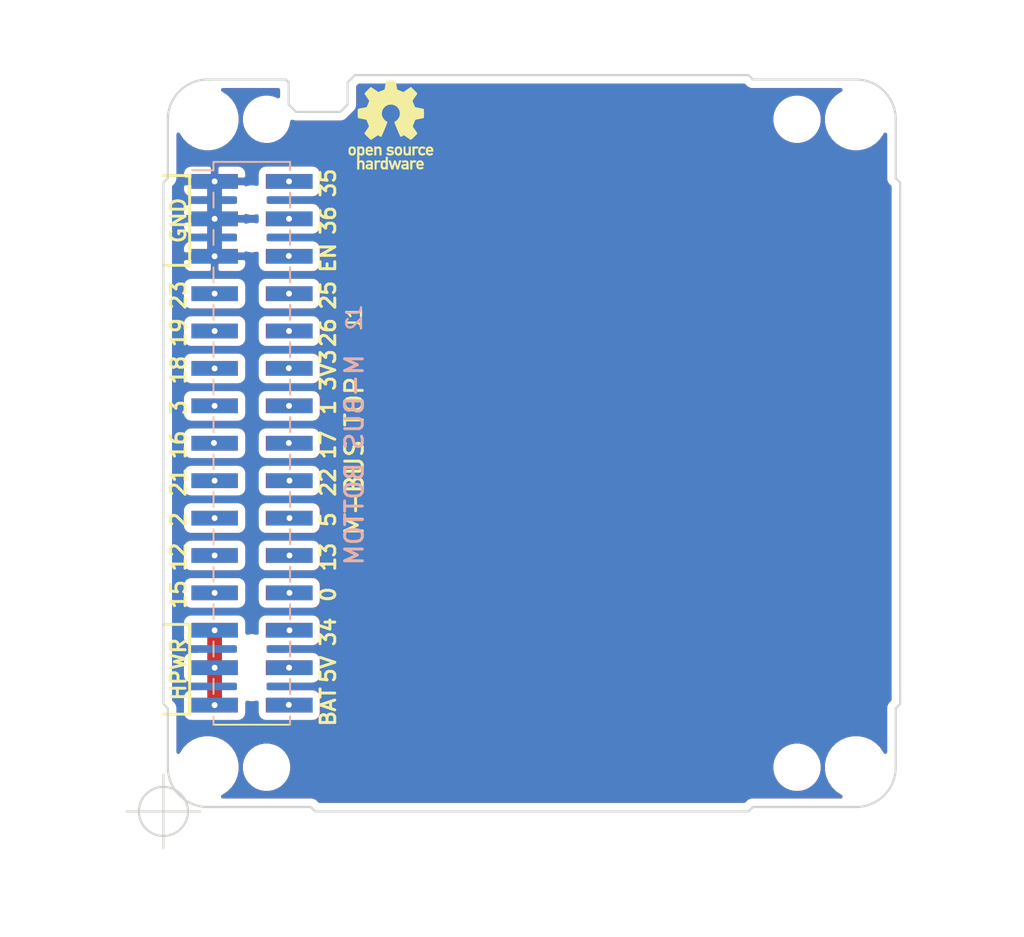
<source format=kicad_pcb>
(kicad_pcb (version 20171130) (host pcbnew "(5.1.8-0-10_14)")

  (general
    (thickness 1.6)
    (drawings 72)
    (tracks 40)
    (zones 0)
    (modules 11)
    (nets 27)
  )

  (page A4)
  (title_block
    (title "Power Switch for M5Stack")
    (date 2019-05-16)
    (rev "ver 0.1")
  )

  (layers
    (0 F.Cu signal)
    (31 B.Cu signal)
    (32 B.Adhes user)
    (33 F.Adhes user)
    (34 B.Paste user)
    (35 F.Paste user)
    (36 B.SilkS user)
    (37 F.SilkS user)
    (38 B.Mask user)
    (39 F.Mask user)
    (40 Dwgs.User user hide)
    (41 Cmts.User user hide)
    (42 Eco1.User user)
    (43 Eco2.User user)
    (44 Edge.Cuts user)
    (45 Margin user)
    (46 B.CrtYd user hide)
    (47 F.CrtYd user hide)
    (48 B.Fab user hide)
    (49 F.Fab user hide)
  )

  (setup
    (last_trace_width 0.25)
    (user_trace_width 0.4)
    (user_trace_width 0.5)
    (user_trace_width 0.75)
    (user_trace_width 1)
    (trace_clearance 0.18)
    (zone_clearance 0.508)
    (zone_45_only yes)
    (trace_min 0.2)
    (via_size 0.6)
    (via_drill 0.4)
    (via_min_size 0.4)
    (via_min_drill 0.3)
    (uvia_size 0.3)
    (uvia_drill 0.1)
    (uvias_allowed no)
    (uvia_min_size 0.2)
    (uvia_min_drill 0.1)
    (edge_width 0.15)
    (segment_width 0.2)
    (pcb_text_width 0.3)
    (pcb_text_size 1.5 1.5)
    (mod_edge_width 0.15)
    (mod_text_size 1 1)
    (mod_text_width 0.15)
    (pad_size 1.524 1.524)
    (pad_drill 0.762)
    (pad_to_mask_clearance 0)
    (aux_axis_origin 104 133)
    (grid_origin 104 133)
    (visible_elements 7FFFFFFF)
    (pcbplotparams
      (layerselection 0x010f0_ffffffff)
      (usegerberextensions true)
      (usegerberattributes false)
      (usegerberadvancedattributes false)
      (creategerberjobfile false)
      (excludeedgelayer true)
      (linewidth 0.100000)
      (plotframeref false)
      (viasonmask false)
      (mode 1)
      (useauxorigin false)
      (hpglpennumber 1)
      (hpglpenspeed 20)
      (hpglpendiameter 15.000000)
      (psnegative false)
      (psa4output false)
      (plotreference true)
      (plotvalue true)
      (plotinvisibletext false)
      (padsonsilk false)
      (subtractmaskfromsilk true)
      (outputformat 1)
      (mirror false)
      (drillshape 0)
      (scaleselection 1)
      (outputdirectory "gerver/"))
  )

  (net 0 "")
  (net 1 GND)
  (net 2 G18)
  (net 3 G19)
  (net 4 G23)
  (net 5 G35)
  (net 6 G36)
  (net 7 EN)
  (net 8 G25)
  (net 9 G26)
  (net 10 +3V3)
  (net 11 G3)
  (net 12 G1)
  (net 13 G16)
  (net 14 G17)
  (net 15 G21)
  (net 16 G22)
  (net 17 G2)
  (net 18 G5)
  (net 19 G12)
  (net 20 G13)
  (net 21 G15)
  (net 22 G0)
  (net 23 HPWR)
  (net 24 G34)
  (net 25 +5V)
  (net 26 BAT)

  (net_class Default "これは標準のネット クラスです。"
    (clearance 0.18)
    (trace_width 0.25)
    (via_dia 0.6)
    (via_drill 0.4)
    (uvia_dia 0.3)
    (uvia_drill 0.1)
    (add_net +3V3)
    (add_net +5V)
    (add_net BAT)
    (add_net EN)
    (add_net G0)
    (add_net G1)
    (add_net G12)
    (add_net G13)
    (add_net G15)
    (add_net G16)
    (add_net G17)
    (add_net G18)
    (add_net G19)
    (add_net G2)
    (add_net G21)
    (add_net G22)
    (add_net G23)
    (add_net G25)
    (add_net G26)
    (add_net G3)
    (add_net G34)
    (add_net G35)
    (add_net G36)
    (add_net G5)
    (add_net GND)
    (add_net HPWR)
  )

  (module Symbol:OSHW-Logo_5.7x6mm_SilkScreen (layer F.Cu) (tedit 0) (tstamp 606B5DB3)
    (at 119.4305 86.391)
    (descr "Open Source Hardware Logo")
    (tags "Logo OSHW")
    (path /5B1ED346)
    (attr virtual)
    (fp_text reference LOGO1 (at 0 0) (layer F.Fab) hide
      (effects (font (size 1 1) (thickness 0.15)))
    )
    (fp_text value OPEN_HARDWARE_1 (at 0.75 0) (layer F.Fab) hide
      (effects (font (size 1 1) (thickness 0.15)))
    )
    (fp_poly (pts (xy 0.376964 -2.709982) (xy 0.433812 -2.40843) (xy 0.853338 -2.235488) (xy 1.104984 -2.406605)
      (xy 1.175458 -2.45425) (xy 1.239163 -2.49679) (xy 1.293126 -2.532285) (xy 1.334373 -2.55879)
      (xy 1.359934 -2.574364) (xy 1.366895 -2.577722) (xy 1.379435 -2.569086) (xy 1.406231 -2.545208)
      (xy 1.44428 -2.509141) (xy 1.490579 -2.463933) (xy 1.542123 -2.412636) (xy 1.595909 -2.358299)
      (xy 1.648935 -2.303972) (xy 1.698195 -2.252705) (xy 1.740687 -2.207549) (xy 1.773407 -2.171554)
      (xy 1.793351 -2.14777) (xy 1.798119 -2.13981) (xy 1.791257 -2.125135) (xy 1.77202 -2.092986)
      (xy 1.74243 -2.046508) (xy 1.70451 -1.988844) (xy 1.660282 -1.92314) (xy 1.634654 -1.885664)
      (xy 1.587941 -1.817232) (xy 1.546432 -1.75548) (xy 1.51214 -1.703481) (xy 1.48708 -1.664308)
      (xy 1.473264 -1.641035) (xy 1.471188 -1.636145) (xy 1.475895 -1.622245) (xy 1.488723 -1.58985)
      (xy 1.507738 -1.543515) (xy 1.531003 -1.487794) (xy 1.556584 -1.427242) (xy 1.582545 -1.366414)
      (xy 1.60695 -1.309864) (xy 1.627863 -1.262148) (xy 1.643349 -1.227819) (xy 1.651472 -1.211432)
      (xy 1.651952 -1.210788) (xy 1.664707 -1.207659) (xy 1.698677 -1.200679) (xy 1.75034 -1.190533)
      (xy 1.816176 -1.177908) (xy 1.892664 -1.163491) (xy 1.93729 -1.155177) (xy 2.019021 -1.139616)
      (xy 2.092843 -1.124808) (xy 2.155021 -1.111564) (xy 2.201822 -1.100695) (xy 2.229509 -1.093011)
      (xy 2.235074 -1.090573) (xy 2.240526 -1.07407) (xy 2.244924 -1.0368) (xy 2.248272 -0.98312)
      (xy 2.250574 -0.917388) (xy 2.251832 -0.843963) (xy 2.252048 -0.767204) (xy 2.251227 -0.691468)
      (xy 2.249371 -0.621114) (xy 2.246482 -0.5605) (xy 2.242565 -0.513984) (xy 2.237622 -0.485925)
      (xy 2.234657 -0.480084) (xy 2.216934 -0.473083) (xy 2.179381 -0.463073) (xy 2.126964 -0.451231)
      (xy 2.064652 -0.438733) (xy 2.0429 -0.43469) (xy 1.938024 -0.41548) (xy 1.85518 -0.400009)
      (xy 1.79163 -0.387663) (xy 1.744637 -0.377827) (xy 1.711463 -0.369886) (xy 1.689371 -0.363224)
      (xy 1.675624 -0.357227) (xy 1.667484 -0.351281) (xy 1.666345 -0.350106) (xy 1.654977 -0.331174)
      (xy 1.637635 -0.294331) (xy 1.61605 -0.244087) (xy 1.591954 -0.184954) (xy 1.567079 -0.121444)
      (xy 1.543157 -0.058068) (xy 1.521919 0.000662) (xy 1.505097 0.050235) (xy 1.494422 0.086139)
      (xy 1.491627 0.103862) (xy 1.49186 0.104483) (xy 1.501331 0.11897) (xy 1.522818 0.150844)
      (xy 1.554063 0.196789) (xy 1.592807 0.253485) (xy 1.636793 0.317617) (xy 1.649319 0.335842)
      (xy 1.693984 0.401914) (xy 1.733288 0.4622) (xy 1.765088 0.513235) (xy 1.787245 0.55156)
      (xy 1.797617 0.573711) (xy 1.798119 0.576432) (xy 1.789405 0.590736) (xy 1.765325 0.619072)
      (xy 1.728976 0.658396) (xy 1.683453 0.705661) (xy 1.631852 0.757823) (xy 1.577267 0.811835)
      (xy 1.522794 0.864653) (xy 1.471529 0.913231) (xy 1.426567 0.954523) (xy 1.391004 0.985485)
      (xy 1.367935 1.00307) (xy 1.361554 1.005941) (xy 1.346699 0.999178) (xy 1.316286 0.980939)
      (xy 1.275268 0.954297) (xy 1.243709 0.932852) (xy 1.186525 0.893503) (xy 1.118806 0.847171)
      (xy 1.05088 0.800913) (xy 1.014361 0.776155) (xy 0.890752 0.692547) (xy 0.786991 0.74865)
      (xy 0.73972 0.773228) (xy 0.699523 0.792331) (xy 0.672326 0.803227) (xy 0.665402 0.804743)
      (xy 0.657077 0.793549) (xy 0.640654 0.761917) (xy 0.617357 0.712765) (xy 0.588414 0.64901)
      (xy 0.55505 0.573571) (xy 0.518491 0.489364) (xy 0.479964 0.399308) (xy 0.440694 0.306321)
      (xy 0.401908 0.21332) (xy 0.36483 0.123223) (xy 0.330689 0.038948) (xy 0.300708 -0.036587)
      (xy 0.276116 -0.100466) (xy 0.258136 -0.149769) (xy 0.247997 -0.181579) (xy 0.246366 -0.192504)
      (xy 0.259291 -0.206439) (xy 0.287589 -0.22906) (xy 0.325346 -0.255667) (xy 0.328515 -0.257772)
      (xy 0.4261 -0.335886) (xy 0.504786 -0.427018) (xy 0.563891 -0.528255) (xy 0.602732 -0.636682)
      (xy 0.620628 -0.749386) (xy 0.616897 -0.863452) (xy 0.590857 -0.975966) (xy 0.541825 -1.084015)
      (xy 0.5274 -1.107655) (xy 0.452369 -1.203113) (xy 0.36373 -1.279768) (xy 0.264549 -1.33722)
      (xy 0.157895 -1.375071) (xy 0.046836 -1.392922) (xy -0.065561 -1.390375) (xy -0.176227 -1.36703)
      (xy -0.282094 -1.32249) (xy -0.380095 -1.256355) (xy -0.41041 -1.229513) (xy -0.487562 -1.145488)
      (xy -0.543782 -1.057034) (xy -0.582347 -0.957885) (xy -0.603826 -0.859697) (xy -0.609128 -0.749303)
      (xy -0.591448 -0.63836) (xy -0.552581 -0.530619) (xy -0.494323 -0.429831) (xy -0.418469 -0.339744)
      (xy -0.326817 -0.264108) (xy -0.314772 -0.256136) (xy -0.276611 -0.230026) (xy -0.247601 -0.207405)
      (xy -0.233732 -0.192961) (xy -0.233531 -0.192504) (xy -0.236508 -0.176879) (xy -0.248311 -0.141418)
      (xy -0.267714 -0.089038) (xy -0.293488 -0.022655) (xy -0.324409 0.054814) (xy -0.359249 0.14045)
      (xy -0.396783 0.231337) (xy -0.435783 0.324559) (xy -0.475023 0.417197) (xy -0.513276 0.506335)
      (xy -0.549317 0.589055) (xy -0.581917 0.662441) (xy -0.609852 0.723575) (xy -0.631895 0.769541)
      (xy -0.646818 0.797421) (xy -0.652828 0.804743) (xy -0.671191 0.799041) (xy -0.705552 0.783749)
      (xy -0.749984 0.761599) (xy -0.774417 0.74865) (xy -0.878178 0.692547) (xy -1.001787 0.776155)
      (xy -1.064886 0.818987) (xy -1.13397 0.866122) (xy -1.198707 0.910503) (xy -1.231134 0.932852)
      (xy -1.276741 0.963477) (xy -1.31536 0.987747) (xy -1.341952 1.002587) (xy -1.35059 1.005724)
      (xy -1.363161 0.997261) (xy -1.390984 0.973636) (xy -1.431361 0.937302) (xy -1.481595 0.890711)
      (xy -1.538988 0.836317) (xy -1.575286 0.801392) (xy -1.63879 0.738996) (xy -1.693673 0.683188)
      (xy -1.737714 0.636354) (xy -1.768695 0.600882) (xy -1.784398 0.579161) (xy -1.785905 0.574752)
      (xy -1.778914 0.557985) (xy -1.759594 0.524082) (xy -1.730091 0.476476) (xy -1.692545 0.418599)
      (xy -1.6491 0.353884) (xy -1.636745 0.335842) (xy -1.591727 0.270267) (xy -1.55134 0.211228)
      (xy -1.51784 0.162042) (xy -1.493486 0.126028) (xy -1.480536 0.106502) (xy -1.479285 0.104483)
      (xy -1.481156 0.088922) (xy -1.491087 0.054709) (xy -1.507347 0.006355) (xy -1.528205 -0.051629)
      (xy -1.551927 -0.11473) (xy -1.576784 -0.178437) (xy -1.601042 -0.238239) (xy -1.622971 -0.289624)
      (xy -1.640838 -0.328081) (xy -1.652913 -0.349098) (xy -1.653771 -0.350106) (xy -1.661154 -0.356112)
      (xy -1.673625 -0.362052) (xy -1.69392 -0.36854) (xy -1.724778 -0.376191) (xy -1.768934 -0.38562)
      (xy -1.829126 -0.397441) (xy -1.908093 -0.412271) (xy -2.00857 -0.430723) (xy -2.030325 -0.43469)
      (xy -2.094802 -0.447147) (xy -2.151011 -0.459334) (xy -2.193987 -0.470074) (xy -2.21876 -0.478191)
      (xy -2.222082 -0.480084) (xy -2.227556 -0.496862) (xy -2.232006 -0.534355) (xy -2.235428 -0.588206)
      (xy -2.237819 -0.654056) (xy -2.239177 -0.727547) (xy -2.239499 -0.80432) (xy -2.238781 -0.880017)
      (xy -2.237021 -0.95028) (xy -2.234216 -1.01075) (xy -2.230362 -1.05707) (xy -2.225457 -1.084881)
      (xy -2.2225 -1.090573) (xy -2.206037 -1.096314) (xy -2.168551 -1.105655) (xy -2.113775 -1.117785)
      (xy -2.045445 -1.131893) (xy -1.967294 -1.14717) (xy -1.924716 -1.155177) (xy -1.843929 -1.170279)
      (xy -1.771887 -1.18396) (xy -1.712111 -1.195533) (xy -1.668121 -1.204313) (xy -1.643439 -1.209613)
      (xy -1.639377 -1.210788) (xy -1.632511 -1.224035) (xy -1.617998 -1.255943) (xy -1.597771 -1.301953)
      (xy -1.573766 -1.357508) (xy -1.547918 -1.418047) (xy -1.52216 -1.479014) (xy -1.498427 -1.535849)
      (xy -1.478654 -1.583994) (xy -1.464776 -1.61889) (xy -1.458726 -1.635979) (xy -1.458614 -1.636726)
      (xy -1.465472 -1.650207) (xy -1.484698 -1.68123) (xy -1.514272 -1.726711) (xy -1.552173 -1.783568)
      (xy -1.59638 -1.848717) (xy -1.622079 -1.886138) (xy -1.668907 -1.954753) (xy -1.710499 -2.017048)
      (xy -1.744825 -2.069871) (xy -1.769857 -2.110073) (xy -1.783565 -2.1345) (xy -1.785544 -2.139976)
      (xy -1.777034 -2.152722) (xy -1.753507 -2.179937) (xy -1.717968 -2.218572) (xy -1.673423 -2.265577)
      (xy -1.622877 -2.317905) (xy -1.569336 -2.372505) (xy -1.515805 -2.42633) (xy -1.465289 -2.47633)
      (xy -1.420794 -2.519457) (xy -1.385325 -2.552661) (xy -1.361887 -2.572894) (xy -1.354046 -2.577722)
      (xy -1.34128 -2.570933) (xy -1.310744 -2.551858) (xy -1.26541 -2.522439) (xy -1.208244 -2.484619)
      (xy -1.142216 -2.440339) (xy -1.09241 -2.406605) (xy -0.840764 -2.235488) (xy -0.631001 -2.321959)
      (xy -0.421237 -2.40843) (xy -0.364389 -2.709982) (xy -0.30754 -3.011534) (xy 0.320115 -3.011534)
      (xy 0.376964 -2.709982)) (layer F.SilkS) (width 0.01))
    (fp_poly (pts (xy 1.79946 1.45803) (xy 1.842711 1.471245) (xy 1.870558 1.487941) (xy 1.879629 1.501145)
      (xy 1.877132 1.516797) (xy 1.860931 1.541385) (xy 1.847232 1.5588) (xy 1.818992 1.590283)
      (xy 1.797775 1.603529) (xy 1.779688 1.602664) (xy 1.726035 1.58901) (xy 1.68663 1.58963)
      (xy 1.654632 1.605104) (xy 1.64389 1.614161) (xy 1.609505 1.646027) (xy 1.609505 2.062179)
      (xy 1.471188 2.062179) (xy 1.471188 1.458614) (xy 1.540347 1.458614) (xy 1.581869 1.460256)
      (xy 1.603291 1.466087) (xy 1.609502 1.477461) (xy 1.609505 1.477798) (xy 1.612439 1.489713)
      (xy 1.625704 1.488159) (xy 1.644084 1.479563) (xy 1.682046 1.463568) (xy 1.712872 1.453945)
      (xy 1.752536 1.451478) (xy 1.79946 1.45803)) (layer F.SilkS) (width 0.01))
    (fp_poly (pts (xy -0.754012 1.469002) (xy -0.722717 1.48395) (xy -0.692409 1.505541) (xy -0.669318 1.530391)
      (xy -0.6525 1.562087) (xy -0.641006 1.604214) (xy -0.633891 1.660358) (xy -0.630207 1.734106)
      (xy -0.629008 1.829044) (xy -0.628989 1.838985) (xy -0.628713 2.062179) (xy -0.76703 2.062179)
      (xy -0.76703 1.856418) (xy -0.767128 1.780189) (xy -0.767809 1.724939) (xy -0.769651 1.686501)
      (xy -0.773233 1.660706) (xy -0.779132 1.643384) (xy -0.787927 1.630368) (xy -0.80018 1.617507)
      (xy -0.843047 1.589873) (xy -0.889843 1.584745) (xy -0.934424 1.602217) (xy -0.949928 1.615221)
      (xy -0.96131 1.627447) (xy -0.969481 1.64054) (xy -0.974974 1.658615) (xy -0.97832 1.685787)
      (xy -0.980051 1.72617) (xy -0.980697 1.783879) (xy -0.980792 1.854132) (xy -0.980792 2.062179)
      (xy -1.119109 2.062179) (xy -1.119109 1.458614) (xy -1.04995 1.458614) (xy -1.008428 1.460256)
      (xy -0.987006 1.466087) (xy -0.980795 1.477461) (xy -0.980792 1.477798) (xy -0.97791 1.488938)
      (xy -0.965199 1.487674) (xy -0.939926 1.475434) (xy -0.882605 1.457424) (xy -0.817037 1.455421)
      (xy -0.754012 1.469002)) (layer F.SilkS) (width 0.01))
    (fp_poly (pts (xy 2.677898 1.456457) (xy 2.710096 1.464279) (xy 2.771825 1.492921) (xy 2.82461 1.536667)
      (xy 2.861141 1.589117) (xy 2.86616 1.600893) (xy 2.873045 1.63174) (xy 2.877864 1.677371)
      (xy 2.879505 1.723492) (xy 2.879505 1.810693) (xy 2.697178 1.810693) (xy 2.621979 1.810978)
      (xy 2.569003 1.812704) (xy 2.535325 1.817181) (xy 2.51802 1.82572) (xy 2.514163 1.83963)
      (xy 2.520829 1.860222) (xy 2.53277 1.884315) (xy 2.56608 1.924525) (xy 2.612368 1.944558)
      (xy 2.668944 1.943905) (xy 2.733031 1.922101) (xy 2.788417 1.895193) (xy 2.834375 1.931532)
      (xy 2.880333 1.967872) (xy 2.837096 2.007819) (xy 2.779374 2.045563) (xy 2.708386 2.06832)
      (xy 2.632029 2.074688) (xy 2.558199 2.063268) (xy 2.546287 2.059393) (xy 2.481399 2.025506)
      (xy 2.43313 1.974986) (xy 2.400465 1.906325) (xy 2.382385 1.818014) (xy 2.382175 1.816121)
      (xy 2.380556 1.719878) (xy 2.3871 1.685542) (xy 2.514852 1.685542) (xy 2.526584 1.690822)
      (xy 2.558438 1.694867) (xy 2.605397 1.697176) (xy 2.635154 1.697525) (xy 2.690648 1.697306)
      (xy 2.725346 1.695916) (xy 2.743601 1.692251) (xy 2.749766 1.68521) (xy 2.748195 1.67369)
      (xy 2.746878 1.669233) (xy 2.724382 1.627355) (xy 2.689003 1.593604) (xy 2.65778 1.578773)
      (xy 2.616301 1.579668) (xy 2.574269 1.598164) (xy 2.539012 1.628786) (xy 2.517854 1.666062)
      (xy 2.514852 1.685542) (xy 2.3871 1.685542) (xy 2.39669 1.635229) (xy 2.428698 1.564191)
      (xy 2.474701 1.508779) (xy 2.532821 1.471009) (xy 2.60118 1.452896) (xy 2.677898 1.456457)) (layer F.SilkS) (width 0.01))
    (fp_poly (pts (xy 2.217226 1.46388) (xy 2.29008 1.49483) (xy 2.313027 1.509895) (xy 2.342354 1.533048)
      (xy 2.360764 1.551253) (xy 2.363961 1.557183) (xy 2.354935 1.57034) (xy 2.331837 1.592667)
      (xy 2.313344 1.60825) (xy 2.262728 1.648926) (xy 2.22276 1.615295) (xy 2.191874 1.593584)
      (xy 2.161759 1.58609) (xy 2.127292 1.58792) (xy 2.072561 1.601528) (xy 2.034886 1.629772)
      (xy 2.011991 1.675433) (xy 2.001597 1.741289) (xy 2.001595 1.741331) (xy 2.002494 1.814939)
      (xy 2.016463 1.868946) (xy 2.044328 1.905716) (xy 2.063325 1.918168) (xy 2.113776 1.933673)
      (xy 2.167663 1.933683) (xy 2.214546 1.918638) (xy 2.225644 1.911287) (xy 2.253476 1.892511)
      (xy 2.275236 1.889434) (xy 2.298704 1.903409) (xy 2.324649 1.92851) (xy 2.365716 1.97088)
      (xy 2.320121 2.008464) (xy 2.249674 2.050882) (xy 2.170233 2.071785) (xy 2.087215 2.070272)
      (xy 2.032694 2.056411) (xy 1.96897 2.022135) (xy 1.918005 1.968212) (xy 1.894851 1.930149)
      (xy 1.876099 1.875536) (xy 1.866715 1.806369) (xy 1.866643 1.731407) (xy 1.875824 1.659409)
      (xy 1.894199 1.599137) (xy 1.897093 1.592958) (xy 1.939952 1.532351) (xy 1.997979 1.488224)
      (xy 2.066591 1.461493) (xy 2.141201 1.453073) (xy 2.217226 1.46388)) (layer F.SilkS) (width 0.01))
    (fp_poly (pts (xy 0.993367 1.654342) (xy 0.994555 1.746563) (xy 0.998897 1.81661) (xy 1.007558 1.867381)
      (xy 1.021704 1.901772) (xy 1.0425 1.922679) (xy 1.07111 1.933) (xy 1.106535 1.935636)
      (xy 1.143636 1.932682) (xy 1.171818 1.921889) (xy 1.192243 1.90036) (xy 1.206079 1.865199)
      (xy 1.214491 1.81351) (xy 1.218643 1.742394) (xy 1.219703 1.654342) (xy 1.219703 1.458614)
      (xy 1.35802 1.458614) (xy 1.35802 2.062179) (xy 1.288862 2.062179) (xy 1.24717 2.060489)
      (xy 1.225701 2.054556) (xy 1.219703 2.043293) (xy 1.216091 2.033261) (xy 1.201714 2.035383)
      (xy 1.172736 2.04958) (xy 1.106319 2.07148) (xy 1.035875 2.069928) (xy 0.968377 2.046147)
      (xy 0.936233 2.027362) (xy 0.911715 2.007022) (xy 0.893804 1.981573) (xy 0.881479 1.947458)
      (xy 0.873723 1.901121) (xy 0.869516 1.839007) (xy 0.86784 1.757561) (xy 0.867624 1.694578)
      (xy 0.867624 1.458614) (xy 0.993367 1.458614) (xy 0.993367 1.654342)) (layer F.SilkS) (width 0.01))
    (fp_poly (pts (xy 0.610762 1.466055) (xy 0.674363 1.500692) (xy 0.724123 1.555372) (xy 0.747568 1.599842)
      (xy 0.757634 1.639121) (xy 0.764156 1.695116) (xy 0.766951 1.759621) (xy 0.765836 1.824429)
      (xy 0.760626 1.881334) (xy 0.754541 1.911727) (xy 0.734014 1.953306) (xy 0.698463 1.997468)
      (xy 0.655619 2.036087) (xy 0.613211 2.061034) (xy 0.612177 2.06143) (xy 0.559553 2.072331)
      (xy 0.497188 2.072601) (xy 0.437924 2.062676) (xy 0.41504 2.054722) (xy 0.356102 2.0213)
      (xy 0.31389 1.977511) (xy 0.286156 1.919538) (xy 0.270651 1.843565) (xy 0.267143 1.803771)
      (xy 0.26759 1.753766) (xy 0.402376 1.753766) (xy 0.406917 1.826732) (xy 0.419986 1.882334)
      (xy 0.440756 1.917861) (xy 0.455552 1.92802) (xy 0.493464 1.935104) (xy 0.538527 1.933007)
      (xy 0.577487 1.922812) (xy 0.587704 1.917204) (xy 0.614659 1.884538) (xy 0.632451 1.834545)
      (xy 0.640024 1.773705) (xy 0.636325 1.708497) (xy 0.628057 1.669253) (xy 0.60432 1.623805)
      (xy 0.566849 1.595396) (xy 0.52172 1.585573) (xy 0.475011 1.595887) (xy 0.439132 1.621112)
      (xy 0.420277 1.641925) (xy 0.409272 1.662439) (xy 0.404026 1.690203) (xy 0.402449 1.732762)
      (xy 0.402376 1.753766) (xy 0.26759 1.753766) (xy 0.268094 1.69758) (xy 0.285388 1.610501)
      (xy 0.319029 1.54253) (xy 0.369018 1.493664) (xy 0.435356 1.463899) (xy 0.449601 1.460448)
      (xy 0.53521 1.452345) (xy 0.610762 1.466055)) (layer F.SilkS) (width 0.01))
    (fp_poly (pts (xy 0.014017 1.456452) (xy 0.061634 1.465482) (xy 0.111034 1.48437) (xy 0.116312 1.486777)
      (xy 0.153774 1.506476) (xy 0.179717 1.524781) (xy 0.188103 1.536508) (xy 0.180117 1.555632)
      (xy 0.16072 1.58385) (xy 0.15211 1.594384) (xy 0.116628 1.635847) (xy 0.070885 1.608858)
      (xy 0.02735 1.590878) (xy -0.02295 1.581267) (xy -0.071188 1.58066) (xy -0.108533 1.589691)
      (xy -0.117495 1.595327) (xy -0.134563 1.621171) (xy -0.136637 1.650941) (xy -0.123866 1.674197)
      (xy -0.116312 1.678708) (xy -0.093675 1.684309) (xy -0.053885 1.690892) (xy -0.004834 1.697183)
      (xy 0.004215 1.69817) (xy 0.082996 1.711798) (xy 0.140136 1.734946) (xy 0.17803 1.769752)
      (xy 0.199079 1.818354) (xy 0.205635 1.877718) (xy 0.196577 1.945198) (xy 0.167164 1.998188)
      (xy 0.117278 2.036783) (xy 0.0468 2.061081) (xy -0.031435 2.070667) (xy -0.095234 2.070552)
      (xy -0.146984 2.061845) (xy -0.182327 2.049825) (xy -0.226983 2.02888) (xy -0.268253 2.004574)
      (xy -0.282921 1.993876) (xy -0.320643 1.963084) (xy -0.275148 1.917049) (xy -0.229653 1.871013)
      (xy -0.177928 1.905243) (xy -0.126048 1.930952) (xy -0.070649 1.944399) (xy -0.017395 1.945818)
      (xy 0.028049 1.935443) (xy 0.060016 1.913507) (xy 0.070338 1.894998) (xy 0.068789 1.865314)
      (xy 0.04314 1.842615) (xy -0.00654 1.82694) (xy -0.060969 1.819695) (xy -0.144736 1.805873)
      (xy -0.206967 1.779796) (xy -0.248493 1.740699) (xy -0.270147 1.68782) (xy -0.273147 1.625126)
      (xy -0.258329 1.559642) (xy -0.224546 1.510144) (xy -0.171495 1.476408) (xy -0.098874 1.458207)
      (xy -0.045072 1.454639) (xy 0.014017 1.456452)) (layer F.SilkS) (width 0.01))
    (fp_poly (pts (xy -1.356699 1.472614) (xy -1.344168 1.478514) (xy -1.300799 1.510283) (xy -1.25979 1.556646)
      (xy -1.229168 1.607696) (xy -1.220459 1.631166) (xy -1.212512 1.673091) (xy -1.207774 1.723757)
      (xy -1.207199 1.744679) (xy -1.207129 1.810693) (xy -1.587083 1.810693) (xy -1.578983 1.845273)
      (xy -1.559104 1.88617) (xy -1.524347 1.921514) (xy -1.482998 1.944282) (xy -1.456649 1.94901)
      (xy -1.420916 1.943273) (xy -1.378282 1.928882) (xy -1.363799 1.922262) (xy -1.31024 1.895513)
      (xy -1.264533 1.930376) (xy -1.238158 1.953955) (xy -1.224124 1.973417) (xy -1.223414 1.979129)
      (xy -1.235951 1.992973) (xy -1.263428 2.014012) (xy -1.288366 2.030425) (xy -1.355664 2.05993)
      (xy -1.43111 2.073284) (xy -1.505888 2.069812) (xy -1.565495 2.051663) (xy -1.626941 2.012784)
      (xy -1.670608 1.961595) (xy -1.697926 1.895367) (xy -1.710322 1.811371) (xy -1.711421 1.772936)
      (xy -1.707022 1.684861) (xy -1.706482 1.682299) (xy -1.580582 1.682299) (xy -1.577115 1.690558)
      (xy -1.562863 1.695113) (xy -1.53347 1.697065) (xy -1.484575 1.697517) (xy -1.465748 1.697525)
      (xy -1.408467 1.696843) (xy -1.372141 1.694364) (xy -1.352604 1.689443) (xy -1.34569 1.681434)
      (xy -1.345445 1.678862) (xy -1.353336 1.658423) (xy -1.373085 1.629789) (xy -1.381575 1.619763)
      (xy -1.413094 1.591408) (xy -1.445949 1.580259) (xy -1.463651 1.579327) (xy -1.511539 1.590981)
      (xy -1.551699 1.622285) (xy -1.577173 1.667752) (xy -1.577625 1.669233) (xy -1.580582 1.682299)
      (xy -1.706482 1.682299) (xy -1.692392 1.61551) (xy -1.666038 1.560025) (xy -1.633807 1.520639)
      (xy -1.574217 1.477931) (xy -1.504168 1.455109) (xy -1.429661 1.453046) (xy -1.356699 1.472614)) (layer F.SilkS) (width 0.01))
    (fp_poly (pts (xy -2.538261 1.465148) (xy -2.472479 1.494231) (xy -2.42254 1.542793) (xy -2.388374 1.610908)
      (xy -2.369907 1.698651) (xy -2.368583 1.712351) (xy -2.367546 1.808939) (xy -2.380993 1.893602)
      (xy -2.408108 1.962221) (xy -2.422627 1.984294) (xy -2.473201 2.031011) (xy -2.537609 2.061268)
      (xy -2.609666 2.073824) (xy -2.683185 2.067439) (xy -2.739072 2.047772) (xy -2.787132 2.014629)
      (xy -2.826412 1.971175) (xy -2.827092 1.970158) (xy -2.843044 1.943338) (xy -2.85341 1.916368)
      (xy -2.859688 1.882332) (xy -2.863373 1.83431) (xy -2.864997 1.794931) (xy -2.865672 1.759219)
      (xy -2.739955 1.759219) (xy -2.738726 1.79477) (xy -2.734266 1.842094) (xy -2.726397 1.872465)
      (xy -2.712207 1.894072) (xy -2.698917 1.906694) (xy -2.651802 1.933122) (xy -2.602505 1.936653)
      (xy -2.556593 1.917639) (xy -2.533638 1.896331) (xy -2.517096 1.874859) (xy -2.507421 1.854313)
      (xy -2.503174 1.827574) (xy -2.50292 1.787523) (xy -2.504228 1.750638) (xy -2.507043 1.697947)
      (xy -2.511505 1.663772) (xy -2.519548 1.64148) (xy -2.533103 1.624442) (xy -2.543845 1.614703)
      (xy -2.588777 1.589123) (xy -2.637249 1.587847) (xy -2.677894 1.602999) (xy -2.712567 1.634642)
      (xy -2.733224 1.68662) (xy -2.739955 1.759219) (xy -2.865672 1.759219) (xy -2.866479 1.716621)
      (xy -2.863948 1.658056) (xy -2.856362 1.614007) (xy -2.842681 1.579248) (xy -2.821865 1.548551)
      (xy -2.814147 1.539436) (xy -2.765889 1.494021) (xy -2.714128 1.467493) (xy -2.650828 1.456379)
      (xy -2.619961 1.455471) (xy -2.538261 1.465148)) (layer F.SilkS) (width 0.01))
    (fp_poly (pts (xy 2.032581 2.40497) (xy 2.092685 2.420597) (xy 2.143021 2.452848) (xy 2.167393 2.47694)
      (xy 2.207345 2.533895) (xy 2.230242 2.599965) (xy 2.238108 2.681182) (xy 2.238148 2.687748)
      (xy 2.238218 2.753763) (xy 1.858264 2.753763) (xy 1.866363 2.788342) (xy 1.880987 2.819659)
      (xy 1.906581 2.852291) (xy 1.911935 2.8575) (xy 1.957943 2.885694) (xy 2.01041 2.890475)
      (xy 2.070803 2.871926) (xy 2.08104 2.866931) (xy 2.112439 2.851745) (xy 2.13347 2.843094)
      (xy 2.137139 2.842293) (xy 2.149948 2.850063) (xy 2.174378 2.869072) (xy 2.186779 2.87946)
      (xy 2.212476 2.903321) (xy 2.220915 2.919077) (xy 2.215058 2.933571) (xy 2.211928 2.937534)
      (xy 2.190725 2.954879) (xy 2.155738 2.975959) (xy 2.131337 2.988265) (xy 2.062072 3.009946)
      (xy 1.985388 3.016971) (xy 1.912765 3.008647) (xy 1.892426 3.002686) (xy 1.829476 2.968952)
      (xy 1.782815 2.917045) (xy 1.752173 2.846459) (xy 1.737282 2.756692) (xy 1.735647 2.709753)
      (xy 1.740421 2.641413) (xy 1.86099 2.641413) (xy 1.872652 2.646465) (xy 1.903998 2.650429)
      (xy 1.949571 2.652768) (xy 1.980446 2.653169) (xy 2.035981 2.652783) (xy 2.071033 2.650975)
      (xy 2.090262 2.646773) (xy 2.09833 2.639203) (xy 2.099901 2.628218) (xy 2.089121 2.594381)
      (xy 2.06198 2.56094) (xy 2.026277 2.535272) (xy 1.99056 2.524772) (xy 1.942048 2.534086)
      (xy 1.900053 2.561013) (xy 1.870936 2.599827) (xy 1.86099 2.641413) (xy 1.740421 2.641413)
      (xy 1.742599 2.610236) (xy 1.764055 2.530949) (xy 1.80047 2.471263) (xy 1.852297 2.430549)
      (xy 1.91999 2.408179) (xy 1.956662 2.403871) (xy 2.032581 2.40497)) (layer F.SilkS) (width 0.01))
    (fp_poly (pts (xy 1.635255 2.401486) (xy 1.683595 2.411015) (xy 1.711114 2.425125) (xy 1.740064 2.448568)
      (xy 1.698876 2.500571) (xy 1.673482 2.532064) (xy 1.656238 2.547428) (xy 1.639102 2.549776)
      (xy 1.614027 2.542217) (xy 1.602257 2.537941) (xy 1.55427 2.531631) (xy 1.510324 2.545156)
      (xy 1.47806 2.57571) (xy 1.472819 2.585452) (xy 1.467112 2.611258) (xy 1.462706 2.658817)
      (xy 1.459811 2.724758) (xy 1.458631 2.80571) (xy 1.458614 2.817226) (xy 1.458614 3.017822)
      (xy 1.320297 3.017822) (xy 1.320297 2.401683) (xy 1.389456 2.401683) (xy 1.429333 2.402725)
      (xy 1.450107 2.407358) (xy 1.457789 2.417849) (xy 1.458614 2.427745) (xy 1.458614 2.453806)
      (xy 1.491745 2.427745) (xy 1.529735 2.409965) (xy 1.58077 2.401174) (xy 1.635255 2.401486)) (layer F.SilkS) (width 0.01))
    (fp_poly (pts (xy 1.038411 2.405417) (xy 1.091411 2.41829) (xy 1.106731 2.42511) (xy 1.136428 2.442974)
      (xy 1.15922 2.463093) (xy 1.176083 2.488962) (xy 1.187998 2.524073) (xy 1.195942 2.57192)
      (xy 1.200894 2.635996) (xy 1.203831 2.719794) (xy 1.204947 2.775768) (xy 1.209052 3.017822)
      (xy 1.138932 3.017822) (xy 1.096393 3.016038) (xy 1.074476 3.009942) (xy 1.068812 2.999706)
      (xy 1.065821 2.988637) (xy 1.052451 2.990754) (xy 1.034233 2.999629) (xy 0.988624 3.013233)
      (xy 0.930007 3.016899) (xy 0.868354 3.010903) (xy 0.813638 2.995521) (xy 0.80873 2.993386)
      (xy 0.758723 2.958255) (xy 0.725756 2.909419) (xy 0.710587 2.852333) (xy 0.711746 2.831824)
      (xy 0.835508 2.831824) (xy 0.846413 2.859425) (xy 0.878745 2.879204) (xy 0.93091 2.889819)
      (xy 0.958787 2.891228) (xy 1.005247 2.88762) (xy 1.036129 2.873597) (xy 1.043664 2.866931)
      (xy 1.064076 2.830666) (xy 1.068812 2.797773) (xy 1.068812 2.753763) (xy 1.007513 2.753763)
      (xy 0.936256 2.757395) (xy 0.886276 2.768818) (xy 0.854696 2.788824) (xy 0.847626 2.797743)
      (xy 0.835508 2.831824) (xy 0.711746 2.831824) (xy 0.713971 2.792456) (xy 0.736663 2.735244)
      (xy 0.767624 2.69658) (xy 0.786376 2.679864) (xy 0.804733 2.668878) (xy 0.828619 2.66218)
      (xy 0.863957 2.658326) (xy 0.916669 2.655873) (xy 0.937577 2.655168) (xy 1.068812 2.650879)
      (xy 1.06862 2.611158) (xy 1.063537 2.569405) (xy 1.045162 2.544158) (xy 1.008039 2.52803)
      (xy 1.007043 2.527742) (xy 0.95441 2.5214) (xy 0.902906 2.529684) (xy 0.86463 2.549827)
      (xy 0.849272 2.559773) (xy 0.83273 2.558397) (xy 0.807275 2.543987) (xy 0.792328 2.533817)
      (xy 0.763091 2.512088) (xy 0.74498 2.4958) (xy 0.742074 2.491137) (xy 0.75404 2.467005)
      (xy 0.789396 2.438185) (xy 0.804753 2.428461) (xy 0.848901 2.411714) (xy 0.908398 2.402227)
      (xy 0.974487 2.400095) (xy 1.038411 2.405417)) (layer F.SilkS) (width 0.01))
    (fp_poly (pts (xy 0.281524 2.404237) (xy 0.331255 2.407971) (xy 0.461291 2.797773) (xy 0.481678 2.728614)
      (xy 0.493946 2.685874) (xy 0.510085 2.628115) (xy 0.527512 2.564625) (xy 0.536726 2.53057)
      (xy 0.571388 2.401683) (xy 0.714391 2.401683) (xy 0.671646 2.536857) (xy 0.650596 2.603342)
      (xy 0.625167 2.683539) (xy 0.59861 2.767193) (xy 0.574902 2.841782) (xy 0.520902 3.011535)
      (xy 0.462598 3.015328) (xy 0.404295 3.019122) (xy 0.372679 2.914734) (xy 0.353182 2.849889)
      (xy 0.331904 2.7784) (xy 0.313308 2.715263) (xy 0.312574 2.71275) (xy 0.298684 2.669969)
      (xy 0.286429 2.640779) (xy 0.277846 2.629741) (xy 0.276082 2.631018) (xy 0.269891 2.64813)
      (xy 0.258128 2.684787) (xy 0.242225 2.736378) (xy 0.223614 2.798294) (xy 0.213543 2.832352)
      (xy 0.159007 3.017822) (xy 0.043264 3.017822) (xy -0.049263 2.725471) (xy -0.075256 2.643462)
      (xy -0.098934 2.568987) (xy -0.11918 2.505544) (xy -0.134874 2.456632) (xy -0.144898 2.425749)
      (xy -0.147945 2.416726) (xy -0.145533 2.407487) (xy -0.126592 2.403441) (xy -0.087177 2.403846)
      (xy -0.081007 2.404152) (xy -0.007914 2.407971) (xy 0.039957 2.58401) (xy 0.057553 2.648211)
      (xy 0.073277 2.704649) (xy 0.085746 2.748422) (xy 0.093574 2.77463) (xy 0.09502 2.778903)
      (xy 0.101014 2.77399) (xy 0.113101 2.748532) (xy 0.129893 2.705997) (xy 0.150003 2.64985)
      (xy 0.167003 2.59913) (xy 0.231794 2.400504) (xy 0.281524 2.404237)) (layer F.SilkS) (width 0.01))
    (fp_poly (pts (xy -0.201188 3.017822) (xy -0.270346 3.017822) (xy -0.310488 3.016645) (xy -0.331394 3.011772)
      (xy -0.338922 3.001186) (xy -0.339505 2.994029) (xy -0.340774 2.979676) (xy -0.348779 2.976923)
      (xy -0.369815 2.985771) (xy -0.386173 2.994029) (xy -0.448977 3.013597) (xy -0.517248 3.014729)
      (xy -0.572752 3.000135) (xy -0.624438 2.964877) (xy -0.663838 2.912835) (xy -0.685413 2.85145)
      (xy -0.685962 2.848018) (xy -0.689167 2.810571) (xy -0.690761 2.756813) (xy -0.690633 2.716155)
      (xy -0.553279 2.716155) (xy -0.550097 2.770194) (xy -0.542859 2.814735) (xy -0.53306 2.839888)
      (xy -0.495989 2.87426) (xy -0.451974 2.886582) (xy -0.406584 2.876618) (xy -0.367797 2.846895)
      (xy -0.353108 2.826905) (xy -0.344519 2.80305) (xy -0.340496 2.76823) (xy -0.339505 2.71593)
      (xy -0.341278 2.664139) (xy -0.345963 2.618634) (xy -0.352603 2.588181) (xy -0.35371 2.585452)
      (xy -0.380491 2.553) (xy -0.419579 2.535183) (xy -0.463315 2.532306) (xy -0.504038 2.544674)
      (xy -0.534087 2.572593) (xy -0.537204 2.578148) (xy -0.546961 2.612022) (xy -0.552277 2.660728)
      (xy -0.553279 2.716155) (xy -0.690633 2.716155) (xy -0.690568 2.69554) (xy -0.689664 2.662563)
      (xy -0.683514 2.580981) (xy -0.670733 2.51973) (xy -0.649471 2.474449) (xy -0.617878 2.440779)
      (xy -0.587207 2.421014) (xy -0.544354 2.40712) (xy -0.491056 2.402354) (xy -0.43648 2.406236)
      (xy -0.389792 2.418282) (xy -0.365124 2.432693) (xy -0.339505 2.455878) (xy -0.339505 2.162773)
      (xy -0.201188 2.162773) (xy -0.201188 3.017822)) (layer F.SilkS) (width 0.01))
    (fp_poly (pts (xy -0.993356 2.40302) (xy -0.974539 2.40866) (xy -0.968473 2.421053) (xy -0.968218 2.426647)
      (xy -0.967129 2.44223) (xy -0.959632 2.444676) (xy -0.939381 2.433993) (xy -0.927351 2.426694)
      (xy -0.8894 2.411063) (xy -0.844072 2.403334) (xy -0.796544 2.40274) (xy -0.751995 2.408513)
      (xy -0.715602 2.419884) (xy -0.692543 2.436088) (xy -0.687996 2.456355) (xy -0.690291 2.461843)
      (xy -0.70702 2.484626) (xy -0.732963 2.512647) (xy -0.737655 2.517177) (xy -0.762383 2.538005)
      (xy -0.783718 2.544735) (xy -0.813555 2.540038) (xy -0.825508 2.536917) (xy -0.862705 2.529421)
      (xy -0.888859 2.532792) (xy -0.910946 2.544681) (xy -0.931178 2.560635) (xy -0.946079 2.5807)
      (xy -0.956434 2.608702) (xy -0.963029 2.648467) (xy -0.966649 2.703823) (xy -0.968078 2.778594)
      (xy -0.968218 2.82374) (xy -0.968218 3.017822) (xy -1.09396 3.017822) (xy -1.09396 2.401683)
      (xy -1.031089 2.401683) (xy -0.993356 2.40302)) (layer F.SilkS) (width 0.01))
    (fp_poly (pts (xy -1.38421 2.406555) (xy -1.325055 2.422339) (xy -1.280023 2.450948) (xy -1.248246 2.488419)
      (xy -1.238366 2.504411) (xy -1.231073 2.521163) (xy -1.225974 2.542592) (xy -1.222679 2.572616)
      (xy -1.220797 2.615154) (xy -1.219937 2.674122) (xy -1.219707 2.75344) (xy -1.219703 2.774484)
      (xy -1.219703 3.017822) (xy -1.280059 3.017822) (xy -1.318557 3.015126) (xy -1.347023 3.008295)
      (xy -1.354155 3.004083) (xy -1.373652 2.996813) (xy -1.393566 3.004083) (xy -1.426353 3.01316)
      (xy -1.473978 3.016813) (xy -1.526764 3.015228) (xy -1.575036 3.008589) (xy -1.603218 3.000072)
      (xy -1.657753 2.965063) (xy -1.691835 2.916479) (xy -1.707157 2.851882) (xy -1.707299 2.850223)
      (xy -1.705955 2.821566) (xy -1.584356 2.821566) (xy -1.573726 2.854161) (xy -1.55641 2.872505)
      (xy -1.521652 2.886379) (xy -1.475773 2.891917) (xy -1.428988 2.889191) (xy -1.391514 2.878274)
      (xy -1.381015 2.871269) (xy -1.362668 2.838904) (xy -1.35802 2.802111) (xy -1.35802 2.753763)
      (xy -1.427582 2.753763) (xy -1.493667 2.75885) (xy -1.543764 2.773263) (xy -1.574929 2.795729)
      (xy -1.584356 2.821566) (xy -1.705955 2.821566) (xy -1.703987 2.779647) (xy -1.68071 2.723845)
      (xy -1.636948 2.681647) (xy -1.630899 2.677808) (xy -1.604907 2.665309) (xy -1.572735 2.65774)
      (xy -1.52776 2.654061) (xy -1.474331 2.653216) (xy -1.35802 2.653169) (xy -1.35802 2.604411)
      (xy -1.362953 2.566581) (xy -1.375543 2.541236) (xy -1.377017 2.539887) (xy -1.405034 2.5288)
      (xy -1.447326 2.524503) (xy -1.494064 2.526615) (xy -1.535418 2.534756) (xy -1.559957 2.546965)
      (xy -1.573253 2.556746) (xy -1.587294 2.558613) (xy -1.606671 2.5506) (xy -1.635976 2.530739)
      (xy -1.679803 2.497063) (xy -1.683825 2.493909) (xy -1.681764 2.482236) (xy -1.664568 2.462822)
      (xy -1.638433 2.441248) (xy -1.609552 2.423096) (xy -1.600478 2.418809) (xy -1.56738 2.410256)
      (xy -1.51888 2.404155) (xy -1.464695 2.401708) (xy -1.462161 2.401703) (xy -1.38421 2.406555)) (layer F.SilkS) (width 0.01))
    (fp_poly (pts (xy -1.908759 1.469184) (xy -1.882247 1.482282) (xy -1.849553 1.505106) (xy -1.825725 1.529996)
      (xy -1.809406 1.561249) (xy -1.79924 1.603166) (xy -1.793872 1.660044) (xy -1.791944 1.736184)
      (xy -1.791831 1.768917) (xy -1.792161 1.840656) (xy -1.793527 1.891927) (xy -1.7965 1.927404)
      (xy -1.801649 1.951763) (xy -1.809543 1.96968) (xy -1.817757 1.981902) (xy -1.870187 2.033905)
      (xy -1.93193 2.065184) (xy -1.998536 2.074592) (xy -2.065558 2.06098) (xy -2.086792 2.051354)
      (xy -2.137624 2.024859) (xy -2.137624 2.440052) (xy -2.100525 2.420868) (xy -2.051643 2.406025)
      (xy -1.991561 2.402222) (xy -1.931564 2.409243) (xy -1.886256 2.425013) (xy -1.848675 2.455047)
      (xy -1.816564 2.498024) (xy -1.81415 2.502436) (xy -1.803967 2.523221) (xy -1.79653 2.54417)
      (xy -1.791411 2.569548) (xy -1.788181 2.603618) (xy -1.786413 2.650641) (xy -1.785677 2.714882)
      (xy -1.785544 2.787176) (xy -1.785544 3.017822) (xy -1.923861 3.017822) (xy -1.923861 2.592533)
      (xy -1.962549 2.559979) (xy -2.002738 2.53394) (xy -2.040797 2.529205) (xy -2.079066 2.541389)
      (xy -2.099462 2.55332) (xy -2.114642 2.570313) (xy -2.125438 2.595995) (xy -2.132683 2.633991)
      (xy -2.137208 2.687926) (xy -2.139844 2.761425) (xy -2.140772 2.810347) (xy -2.143911 3.011535)
      (xy -2.209926 3.015336) (xy -2.27594 3.019136) (xy -2.27594 1.77065) (xy -2.137624 1.77065)
      (xy -2.134097 1.840254) (xy -2.122215 1.888569) (xy -2.10002 1.918631) (xy -2.065559 1.933471)
      (xy -2.030742 1.936436) (xy -1.991329 1.933028) (xy -1.965171 1.919617) (xy -1.948814 1.901896)
      (xy -1.935937 1.882835) (xy -1.928272 1.861601) (xy -1.924861 1.831849) (xy -1.924749 1.787236)
      (xy -1.925897 1.74988) (xy -1.928532 1.693604) (xy -1.932456 1.656658) (xy -1.939063 1.633223)
      (xy -1.949749 1.61748) (xy -1.959833 1.60838) (xy -2.00197 1.588537) (xy -2.05184 1.585332)
      (xy -2.080476 1.592168) (xy -2.108828 1.616464) (xy -2.127609 1.663728) (xy -2.136712 1.733624)
      (xy -2.137624 1.77065) (xy -2.27594 1.77065) (xy -2.27594 1.458614) (xy -2.206782 1.458614)
      (xy -2.16526 1.460256) (xy -2.143838 1.466087) (xy -2.137626 1.477461) (xy -2.137624 1.477798)
      (xy -2.134742 1.488938) (xy -2.12203 1.487673) (xy -2.096757 1.475433) (xy -2.037869 1.456707)
      (xy -1.971615 1.454739) (xy -1.908759 1.469184)) (layer F.SilkS) (width 0.01))
  )

  (module footprint:Pin_Header_MBUS_SMD_top (layer F.Cu) (tedit 5FE68118) (tstamp 606BD7CF)
    (at 110 108)
    (descr "surface-mounted straight pin header, 2x15, 2.54mm pitch, double rows")
    (tags "Surface mounted pin header SMD 2x15 2.54mm double row")
    (path /5B1ED257)
    (attr smd)
    (fp_text reference J1 (at 6.954 -8.528 270) (layer F.SilkS)
      (effects (font (size 1 1) (thickness 0.15)))
    )
    (fp_text value M-BUS_top (at 0 20.11) (layer F.Fab)
      (effects (font (size 1 1) (thickness 0.15)))
    )
    (fp_line (start 5.9 -19.6) (end -5.9 -19.6) (layer F.CrtYd) (width 0.05))
    (fp_line (start 5.9 19.6) (end 5.9 -19.6) (layer F.CrtYd) (width 0.05))
    (fp_line (start -5.9 19.6) (end 5.9 19.6) (layer F.CrtYd) (width 0.05))
    (fp_line (start -5.9 -19.6) (end -5.9 19.6) (layer F.CrtYd) (width 0.05))
    (fp_line (start 2.6 16) (end 2.6 17.02) (layer F.SilkS) (width 0.12))
    (fp_line (start -2.6 16) (end -2.6 17.02) (layer F.SilkS) (width 0.12))
    (fp_line (start 2.6 13.46) (end 2.6 14.48) (layer F.SilkS) (width 0.12))
    (fp_line (start -2.6 13.46) (end -2.6 14.48) (layer F.SilkS) (width 0.12))
    (fp_line (start 2.6 10.92) (end 2.6 11.94) (layer F.SilkS) (width 0.12))
    (fp_line (start -2.6 10.92) (end -2.6 11.94) (layer F.SilkS) (width 0.12))
    (fp_line (start 2.6 8.38) (end 2.6 9.4) (layer F.SilkS) (width 0.12))
    (fp_line (start -2.6 8.38) (end -2.6 9.4) (layer F.SilkS) (width 0.12))
    (fp_line (start 2.6 5.84) (end 2.6 6.86) (layer F.SilkS) (width 0.12))
    (fp_line (start -2.6 5.84) (end -2.6 6.86) (layer F.SilkS) (width 0.12))
    (fp_line (start 2.6 3.3) (end 2.6 4.32) (layer F.SilkS) (width 0.12))
    (fp_line (start -2.6 3.3) (end -2.6 4.32) (layer F.SilkS) (width 0.12))
    (fp_line (start 2.6 0.76) (end 2.6 1.78) (layer F.SilkS) (width 0.12))
    (fp_line (start -2.6 0.76) (end -2.6 1.78) (layer F.SilkS) (width 0.12))
    (fp_line (start 2.6 -1.78) (end 2.6 -0.76) (layer F.SilkS) (width 0.12))
    (fp_line (start -2.6 -1.78) (end -2.6 -0.76) (layer F.SilkS) (width 0.12))
    (fp_line (start 2.6 -4.32) (end 2.6 -3.3) (layer F.SilkS) (width 0.12))
    (fp_line (start -2.6 -4.32) (end -2.6 -3.3) (layer F.SilkS) (width 0.12))
    (fp_line (start 2.6 -6.86) (end 2.6 -5.84) (layer F.SilkS) (width 0.12))
    (fp_line (start -2.6 -6.86) (end -2.6 -5.84) (layer F.SilkS) (width 0.12))
    (fp_line (start 2.6 -9.4) (end 2.6 -8.38) (layer F.SilkS) (width 0.12))
    (fp_line (start -2.6 -9.4) (end -2.6 -8.38) (layer F.SilkS) (width 0.12))
    (fp_line (start 2.6 -11.94) (end 2.6 -10.92) (layer F.SilkS) (width 0.12))
    (fp_line (start -2.6 -11.94) (end -2.6 -10.92) (layer F.SilkS) (width 0.12))
    (fp_line (start 2.6 -14.48) (end 2.6 -13.46) (layer F.SilkS) (width 0.12))
    (fp_line (start -2.6 -14.48) (end -2.6 -13.46) (layer F.SilkS) (width 0.12))
    (fp_line (start 2.6 -17.02) (end 2.6 -16) (layer F.SilkS) (width 0.12))
    (fp_line (start -2.6 -17.02) (end -2.6 -16) (layer F.SilkS) (width 0.12))
    (fp_line (start 2.6 18.54) (end 2.6 19.11) (layer F.SilkS) (width 0.12))
    (fp_line (start -2.6 18.54) (end -2.6 19.11) (layer F.SilkS) (width 0.12))
    (fp_line (start 2.6 -19.11) (end 2.6 -18.54) (layer F.SilkS) (width 0.12))
    (fp_line (start -2.6 -19.11) (end -2.6 -18.54) (layer F.SilkS) (width 0.12))
    (fp_line (start -4.04 -18.54) (end -2.6 -18.54) (layer F.SilkS) (width 0.12))
    (fp_line (start -2.6 19.11) (end 2.6 19.11) (layer F.SilkS) (width 0.12))
    (fp_line (start -2.6 -19.11) (end 2.6 -19.11) (layer F.SilkS) (width 0.12))
    (fp_line (start 3.6 18.1) (end 2.54 18.1) (layer F.Fab) (width 0.1))
    (fp_line (start 3.6 17.46) (end 3.6 18.1) (layer F.Fab) (width 0.1))
    (fp_line (start 2.54 17.46) (end 3.6 17.46) (layer F.Fab) (width 0.1))
    (fp_line (start -3.6 18.1) (end -2.54 18.1) (layer F.Fab) (width 0.1))
    (fp_line (start -3.6 17.46) (end -3.6 18.1) (layer F.Fab) (width 0.1))
    (fp_line (start -2.54 17.46) (end -3.6 17.46) (layer F.Fab) (width 0.1))
    (fp_line (start 3.6 15.56) (end 2.54 15.56) (layer F.Fab) (width 0.1))
    (fp_line (start 3.6 14.92) (end 3.6 15.56) (layer F.Fab) (width 0.1))
    (fp_line (start 2.54 14.92) (end 3.6 14.92) (layer F.Fab) (width 0.1))
    (fp_line (start -3.6 15.56) (end -2.54 15.56) (layer F.Fab) (width 0.1))
    (fp_line (start -3.6 14.92) (end -3.6 15.56) (layer F.Fab) (width 0.1))
    (fp_line (start -2.54 14.92) (end -3.6 14.92) (layer F.Fab) (width 0.1))
    (fp_line (start 3.6 13.02) (end 2.54 13.02) (layer F.Fab) (width 0.1))
    (fp_line (start 3.6 12.38) (end 3.6 13.02) (layer F.Fab) (width 0.1))
    (fp_line (start 2.54 12.38) (end 3.6 12.38) (layer F.Fab) (width 0.1))
    (fp_line (start -3.6 13.02) (end -2.54 13.02) (layer F.Fab) (width 0.1))
    (fp_line (start -3.6 12.38) (end -3.6 13.02) (layer F.Fab) (width 0.1))
    (fp_line (start -2.54 12.38) (end -3.6 12.38) (layer F.Fab) (width 0.1))
    (fp_line (start 3.6 10.48) (end 2.54 10.48) (layer F.Fab) (width 0.1))
    (fp_line (start 3.6 9.84) (end 3.6 10.48) (layer F.Fab) (width 0.1))
    (fp_line (start 2.54 9.84) (end 3.6 9.84) (layer F.Fab) (width 0.1))
    (fp_line (start -3.6 10.48) (end -2.54 10.48) (layer F.Fab) (width 0.1))
    (fp_line (start -3.6 9.84) (end -3.6 10.48) (layer F.Fab) (width 0.1))
    (fp_line (start -2.54 9.84) (end -3.6 9.84) (layer F.Fab) (width 0.1))
    (fp_line (start 3.6 7.94) (end 2.54 7.94) (layer F.Fab) (width 0.1))
    (fp_line (start 3.6 7.3) (end 3.6 7.94) (layer F.Fab) (width 0.1))
    (fp_line (start 2.54 7.3) (end 3.6 7.3) (layer F.Fab) (width 0.1))
    (fp_line (start -3.6 7.94) (end -2.54 7.94) (layer F.Fab) (width 0.1))
    (fp_line (start -3.6 7.3) (end -3.6 7.94) (layer F.Fab) (width 0.1))
    (fp_line (start -2.54 7.3) (end -3.6 7.3) (layer F.Fab) (width 0.1))
    (fp_line (start 3.6 5.4) (end 2.54 5.4) (layer F.Fab) (width 0.1))
    (fp_line (start 3.6 4.76) (end 3.6 5.4) (layer F.Fab) (width 0.1))
    (fp_line (start 2.54 4.76) (end 3.6 4.76) (layer F.Fab) (width 0.1))
    (fp_line (start -3.6 5.4) (end -2.54 5.4) (layer F.Fab) (width 0.1))
    (fp_line (start -3.6 4.76) (end -3.6 5.4) (layer F.Fab) (width 0.1))
    (fp_line (start -2.54 4.76) (end -3.6 4.76) (layer F.Fab) (width 0.1))
    (fp_line (start 3.6 2.86) (end 2.54 2.86) (layer F.Fab) (width 0.1))
    (fp_line (start 3.6 2.22) (end 3.6 2.86) (layer F.Fab) (width 0.1))
    (fp_line (start 2.54 2.22) (end 3.6 2.22) (layer F.Fab) (width 0.1))
    (fp_line (start -3.6 2.86) (end -2.54 2.86) (layer F.Fab) (width 0.1))
    (fp_line (start -3.6 2.22) (end -3.6 2.86) (layer F.Fab) (width 0.1))
    (fp_line (start -2.54 2.22) (end -3.6 2.22) (layer F.Fab) (width 0.1))
    (fp_line (start 3.6 0.32) (end 2.54 0.32) (layer F.Fab) (width 0.1))
    (fp_line (start 3.6 -0.32) (end 3.6 0.32) (layer F.Fab) (width 0.1))
    (fp_line (start 2.54 -0.32) (end 3.6 -0.32) (layer F.Fab) (width 0.1))
    (fp_line (start -3.6 0.32) (end -2.54 0.32) (layer F.Fab) (width 0.1))
    (fp_line (start -3.6 -0.32) (end -3.6 0.32) (layer F.Fab) (width 0.1))
    (fp_line (start -2.54 -0.32) (end -3.6 -0.32) (layer F.Fab) (width 0.1))
    (fp_line (start 3.6 -2.22) (end 2.54 -2.22) (layer F.Fab) (width 0.1))
    (fp_line (start 3.6 -2.86) (end 3.6 -2.22) (layer F.Fab) (width 0.1))
    (fp_line (start 2.54 -2.86) (end 3.6 -2.86) (layer F.Fab) (width 0.1))
    (fp_line (start -3.6 -2.22) (end -2.54 -2.22) (layer F.Fab) (width 0.1))
    (fp_line (start -3.6 -2.86) (end -3.6 -2.22) (layer F.Fab) (width 0.1))
    (fp_line (start -2.54 -2.86) (end -3.6 -2.86) (layer F.Fab) (width 0.1))
    (fp_line (start 3.6 -4.76) (end 2.54 -4.76) (layer F.Fab) (width 0.1))
    (fp_line (start 3.6 -5.4) (end 3.6 -4.76) (layer F.Fab) (width 0.1))
    (fp_line (start 2.54 -5.4) (end 3.6 -5.4) (layer F.Fab) (width 0.1))
    (fp_line (start -3.6 -4.76) (end -2.54 -4.76) (layer F.Fab) (width 0.1))
    (fp_line (start -3.6 -5.4) (end -3.6 -4.76) (layer F.Fab) (width 0.1))
    (fp_line (start -2.54 -5.4) (end -3.6 -5.4) (layer F.Fab) (width 0.1))
    (fp_line (start 3.6 -7.3) (end 2.54 -7.3) (layer F.Fab) (width 0.1))
    (fp_line (start 3.6 -7.94) (end 3.6 -7.3) (layer F.Fab) (width 0.1))
    (fp_line (start 2.54 -7.94) (end 3.6 -7.94) (layer F.Fab) (width 0.1))
    (fp_line (start -3.6 -7.3) (end -2.54 -7.3) (layer F.Fab) (width 0.1))
    (fp_line (start -3.6 -7.94) (end -3.6 -7.3) (layer F.Fab) (width 0.1))
    (fp_line (start -2.54 -7.94) (end -3.6 -7.94) (layer F.Fab) (width 0.1))
    (fp_line (start 3.6 -9.84) (end 2.54 -9.84) (layer F.Fab) (width 0.1))
    (fp_line (start 3.6 -10.48) (end 3.6 -9.84) (layer F.Fab) (width 0.1))
    (fp_line (start 2.54 -10.48) (end 3.6 -10.48) (layer F.Fab) (width 0.1))
    (fp_line (start -3.6 -9.84) (end -2.54 -9.84) (layer F.Fab) (width 0.1))
    (fp_line (start -3.6 -10.48) (end -3.6 -9.84) (layer F.Fab) (width 0.1))
    (fp_line (start -2.54 -10.48) (end -3.6 -10.48) (layer F.Fab) (width 0.1))
    (fp_line (start 3.6 -12.38) (end 2.54 -12.38) (layer F.Fab) (width 0.1))
    (fp_line (start 3.6 -13.02) (end 3.6 -12.38) (layer F.Fab) (width 0.1))
    (fp_line (start 2.54 -13.02) (end 3.6 -13.02) (layer F.Fab) (width 0.1))
    (fp_line (start -3.6 -12.38) (end -2.54 -12.38) (layer F.Fab) (width 0.1))
    (fp_line (start -3.6 -13.02) (end -3.6 -12.38) (layer F.Fab) (width 0.1))
    (fp_line (start -2.54 -13.02) (end -3.6 -13.02) (layer F.Fab) (width 0.1))
    (fp_line (start 3.6 -14.92) (end 2.54 -14.92) (layer F.Fab) (width 0.1))
    (fp_line (start 3.6 -15.56) (end 3.6 -14.92) (layer F.Fab) (width 0.1))
    (fp_line (start 2.54 -15.56) (end 3.6 -15.56) (layer F.Fab) (width 0.1))
    (fp_line (start -3.6 -14.92) (end -2.54 -14.92) (layer F.Fab) (width 0.1))
    (fp_line (start -3.6 -15.56) (end -3.6 -14.92) (layer F.Fab) (width 0.1))
    (fp_line (start -2.54 -15.56) (end -3.6 -15.56) (layer F.Fab) (width 0.1))
    (fp_line (start 3.6 -17.46) (end 2.54 -17.46) (layer F.Fab) (width 0.1))
    (fp_line (start 3.6 -18.1) (end 3.6 -17.46) (layer F.Fab) (width 0.1))
    (fp_line (start 2.54 -18.1) (end 3.6 -18.1) (layer F.Fab) (width 0.1))
    (fp_line (start -3.6 -17.46) (end -2.54 -17.46) (layer F.Fab) (width 0.1))
    (fp_line (start -3.6 -18.1) (end -3.6 -17.46) (layer F.Fab) (width 0.1))
    (fp_line (start -2.54 -18.1) (end -3.6 -18.1) (layer F.Fab) (width 0.1))
    (fp_line (start 2.54 -19.05) (end 2.54 19.05) (layer F.Fab) (width 0.1))
    (fp_line (start -2.54 -18.1) (end -1.59 -19.05) (layer F.Fab) (width 0.1))
    (fp_line (start -2.54 19.05) (end -2.54 -18.1) (layer F.Fab) (width 0.1))
    (fp_line (start -1.59 -19.05) (end 2.54 -19.05) (layer F.Fab) (width 0.1))
    (fp_line (start 2.54 19.05) (end -2.54 19.05) (layer F.Fab) (width 0.1))
    (fp_text user %R (at 0 0 90) (layer F.Fab)
      (effects (font (size 1 1) (thickness 0.15)))
    )
    (pad "" np_thru_hole circle (at 0 13.97) (size 1 1) (drill 1) (layers *.Cu *.Mask))
    (pad "" np_thru_hole circle (at 0 16.51) (size 1 1) (drill 1) (layers *.Cu *.Mask))
    (pad "" np_thru_hole circle (at 0 -13.97) (size 1 1) (drill 1) (layers *.Cu *.Mask))
    (pad 1 smd rect (at -2.525 -17.78) (size 3.15 1) (layers F.Cu F.Paste F.Mask)
      (net 1 GND))
    (pad 11 smd rect (at -2.525 -5.08) (size 3.15 1) (layers F.Cu F.Paste F.Mask)
      (net 2 G18))
    (pad 9 smd rect (at -2.525 -7.62) (size 3.15 1) (layers F.Cu F.Paste F.Mask)
      (net 3 G19))
    (pad 7 smd rect (at -2.525 -10.16) (size 3.15 1) (layers F.Cu F.Paste F.Mask)
      (net 4 G23))
    (pad 5 smd rect (at -2.525 -12.7) (size 3.15 1) (layers F.Cu F.Paste F.Mask)
      (net 1 GND))
    (pad 3 smd rect (at -2.525 -15.24) (size 3.15 1) (layers F.Cu F.Paste F.Mask)
      (net 1 GND))
    (pad 2 smd rect (at 2.525 -17.78) (size 3.15 1) (layers F.Cu F.Paste F.Mask)
      (net 5 G35))
    (pad 4 smd rect (at 2.525 -15.24) (size 3.15 1) (layers F.Cu F.Paste F.Mask)
      (net 6 G36))
    (pad 6 smd rect (at 2.525 -12.7) (size 3.15 1) (layers F.Cu F.Paste F.Mask)
      (net 7 EN))
    (pad 8 smd rect (at 2.525 -10.16) (size 3.15 1) (layers F.Cu F.Paste F.Mask)
      (net 8 G25))
    (pad 10 smd rect (at 2.525 -7.62) (size 3.15 1) (layers F.Cu F.Paste F.Mask)
      (net 9 G26))
    (pad 12 smd rect (at 2.525 -5.08) (size 3.15 1) (layers F.Cu F.Paste F.Mask)
      (net 10 +3V3))
    (pad 13 smd rect (at -2.525 -2.54) (size 3.15 1) (layers F.Cu F.Paste F.Mask)
      (net 11 G3))
    (pad 14 smd rect (at 2.525 -2.54) (size 3.15 1) (layers F.Cu F.Paste F.Mask)
      (net 12 G1))
    (pad 15 smd rect (at -2.525 0) (size 3.15 1) (layers F.Cu F.Paste F.Mask)
      (net 13 G16))
    (pad 16 smd rect (at 2.525 0) (size 3.15 1) (layers F.Cu F.Paste F.Mask)
      (net 14 G17))
    (pad 17 smd rect (at -2.525 2.54) (size 3.15 1) (layers F.Cu F.Paste F.Mask)
      (net 15 G21))
    (pad 18 smd rect (at 2.525 2.54) (size 3.15 1) (layers F.Cu F.Paste F.Mask)
      (net 16 G22))
    (pad 19 smd rect (at -2.525 5.08) (size 3.15 1) (layers F.Cu F.Paste F.Mask)
      (net 17 G2))
    (pad 20 smd rect (at 2.525 5.08) (size 3.15 1) (layers F.Cu F.Paste F.Mask)
      (net 18 G5))
    (pad 21 smd rect (at -2.525 7.62) (size 3.15 1) (layers F.Cu F.Paste F.Mask)
      (net 19 G12))
    (pad 22 smd rect (at 2.525 7.62) (size 3.15 1) (layers F.Cu F.Paste F.Mask)
      (net 20 G13))
    (pad 23 smd rect (at -2.525 10.16) (size 3.15 1) (layers F.Cu F.Paste F.Mask)
      (net 21 G15))
    (pad 24 smd rect (at 2.525 10.16) (size 3.15 1) (layers F.Cu F.Paste F.Mask)
      (net 22 G0))
    (pad 25 smd rect (at -2.525 12.7) (size 3.15 1) (layers F.Cu F.Paste F.Mask)
      (net 23 HPWR))
    (pad 26 smd rect (at 2.525 12.7) (size 3.15 1) (layers F.Cu F.Paste F.Mask)
      (net 24 G34))
    (pad 27 smd rect (at -2.525 15.24) (size 3.15 1) (layers F.Cu F.Paste F.Mask)
      (net 23 HPWR))
    (pad 28 smd rect (at 2.525 15.24) (size 3.15 1) (layers F.Cu F.Paste F.Mask)
      (net 25 +5V))
    (pad 29 smd rect (at -2.525 17.78) (size 3.15 1) (layers F.Cu F.Paste F.Mask)
      (net 23 HPWR))
    (pad 30 smd rect (at 2.525 17.78) (size 3.15 1) (layers F.Cu F.Paste F.Mask)
      (net 26 BAT))
    (pad "" np_thru_hole circle (at 0 -16.51) (size 1 1) (drill 1) (layers *.Cu *.Mask))
    (model ${KISYS3DMOD}/Pin_Headers.3dshapes/Pin_Header_Straight_2x15_Pitch2.54mm_SMD.wrl
      (at (xyz 0 0 0))
      (scale (xyz 1 1 1))
      (rotate (xyz 0 0 0))
    )
  )

  (module footprint:MountingHole_M3_mod (layer F.Cu) (tedit 5E984D42) (tstamp 606B7E36)
    (at 107 130)
    (descr "Mounting Hole 3.2mm, no annular, M3")
    (tags "mounting hole 3.2mm no annular m3")
    (path /5B1ED32A)
    (attr virtual)
    (fp_text reference MK1 (at 0 -4.2) (layer F.Fab) hide
      (effects (font (size 1 1) (thickness 0.15)))
    )
    (fp_text value Mounting_Hole (at 0 4.2) (layer F.Fab)
      (effects (font (size 1 1) (thickness 0.15)))
    )
    (fp_circle (center 0 0) (end 3.2 0) (layer Cmts.User) (width 0.15))
    (fp_text user %R (at 0.3 0) (layer F.Fab)
      (effects (font (size 1 1) (thickness 0.15)))
    )
    (pad 1 np_thru_hole circle (at 0 0) (size 3.2 3.2) (drill 3.2) (layers *.Cu *.Mask))
  )

  (module footprint:MountingHole_M3_mod (layer F.Cu) (tedit 5E984D42) (tstamp 606B7E3C)
    (at 107 86)
    (descr "Mounting Hole 3.2mm, no annular, M3")
    (tags "mounting hole 3.2mm no annular m3")
    (path /5B1ED30E)
    (attr virtual)
    (fp_text reference MK2 (at 0 -4.2) (layer F.Fab) hide
      (effects (font (size 1 1) (thickness 0.15)))
    )
    (fp_text value Mounting_Hole (at 0 4.2) (layer F.Fab)
      (effects (font (size 1 1) (thickness 0.15)))
    )
    (fp_circle (center 0 0) (end 3.2 0) (layer Cmts.User) (width 0.15))
    (fp_text user %R (at 0.3 0) (layer F.Fab)
      (effects (font (size 1 1) (thickness 0.15)))
    )
    (pad 1 np_thru_hole circle (at 0 0) (size 3.2 3.2) (drill 3.2) (layers *.Cu *.Mask))
  )

  (module footprint:MountingHole_M3_mod (layer F.Cu) (tedit 5E984D42) (tstamp 606B7E42)
    (at 151 86)
    (descr "Mounting Hole 3.2mm, no annular, M3")
    (tags "mounting hole 3.2mm no annular m3")
    (path /5B1ED315)
    (attr virtual)
    (fp_text reference MK3 (at 0 -4.2) (layer F.Fab) hide
      (effects (font (size 1 1) (thickness 0.15)))
    )
    (fp_text value Mounting_Hole (at 0 4.2) (layer F.Fab)
      (effects (font (size 1 1) (thickness 0.15)))
    )
    (fp_circle (center 0 0) (end 3.2 0) (layer Cmts.User) (width 0.15))
    (fp_text user %R (at 0.3 0) (layer F.Fab)
      (effects (font (size 1 1) (thickness 0.15)))
    )
    (pad 1 np_thru_hole circle (at 0 0) (size 3.2 3.2) (drill 3.2) (layers *.Cu *.Mask))
  )

  (module footprint:MountingHole_M3_mod (layer F.Cu) (tedit 5E984D42) (tstamp 606B7E48)
    (at 151 130)
    (descr "Mounting Hole 3.2mm, no annular, M3")
    (tags "mounting hole 3.2mm no annular m3")
    (path /5B1ED331)
    (attr virtual)
    (fp_text reference MK4 (at 0 -4.2) (layer F.Fab) hide
      (effects (font (size 1 1) (thickness 0.15)))
    )
    (fp_text value Mounting_Hole (at 0 4.2) (layer F.Fab)
      (effects (font (size 1 1) (thickness 0.15)))
    )
    (fp_circle (center 0 0) (end 3.2 0) (layer Cmts.User) (width 0.15))
    (fp_text user %R (at 0.3 0) (layer F.Fab)
      (effects (font (size 1 1) (thickness 0.15)))
    )
    (pad 1 np_thru_hole circle (at 0 0) (size 3.2 3.2) (drill 3.2) (layers *.Cu *.Mask))
  )

  (module footprint:MountingHole_M2_mod (layer F.Cu) (tedit 5E984DAF) (tstamp 606B7E4E)
    (at 111 130)
    (descr "Mounting Hole 2.2mm, no annular, M2")
    (tags "mounting hole 2.2mm no annular m2")
    (path /5B1ED31C)
    (attr virtual)
    (fp_text reference MK5 (at 0 -4) (layer F.Fab) hide
      (effects (font (size 1 1) (thickness 0.15)))
    )
    (fp_text value Mounting_Hole (at 0 3.2) (layer F.Fab)
      (effects (font (size 1 1) (thickness 0.15)))
    )
    (fp_circle (center 0 0) (end 2.2 0) (layer Cmts.User) (width 0.15))
    (fp_text user %R (at 0.3 0) (layer F.Fab)
      (effects (font (size 1 1) (thickness 0.15)))
    )
    (pad 1 np_thru_hole circle (at 0 0) (size 2.2 2.2) (drill 2.2) (layers *.Cu *.Mask))
  )

  (module footprint:MountingHole_M2_mod (layer F.Cu) (tedit 5E984DAF) (tstamp 606B7E54)
    (at 111 86)
    (descr "Mounting Hole 2.2mm, no annular, M2")
    (tags "mounting hole 2.2mm no annular m2")
    (path /5B1ED338)
    (attr virtual)
    (fp_text reference MK6 (at 0 -4) (layer F.Fab) hide
      (effects (font (size 1 1) (thickness 0.15)))
    )
    (fp_text value Mounting_Hole (at 0 3.2) (layer F.Fab)
      (effects (font (size 1 1) (thickness 0.15)))
    )
    (fp_circle (center 0 0) (end 2.2 0) (layer Cmts.User) (width 0.15))
    (fp_text user %R (at 0.3 0) (layer F.Fab)
      (effects (font (size 1 1) (thickness 0.15)))
    )
    (pad 1 np_thru_hole circle (at 0 0) (size 2.2 2.2) (drill 2.2) (layers *.Cu *.Mask))
  )

  (module footprint:MountingHole_M2_mod (layer F.Cu) (tedit 5E984DAF) (tstamp 606B7E5A)
    (at 147 86)
    (descr "Mounting Hole 2.2mm, no annular, M2")
    (tags "mounting hole 2.2mm no annular m2")
    (path /5B1ED323)
    (attr virtual)
    (fp_text reference MK7 (at 0 -4) (layer F.Fab) hide
      (effects (font (size 1 1) (thickness 0.15)))
    )
    (fp_text value Mounting_Hole (at 0 3.2) (layer F.Fab)
      (effects (font (size 1 1) (thickness 0.15)))
    )
    (fp_circle (center 0 0) (end 2.2 0) (layer Cmts.User) (width 0.15))
    (fp_text user %R (at 0.3 0) (layer F.Fab)
      (effects (font (size 1 1) (thickness 0.15)))
    )
    (pad 1 np_thru_hole circle (at 0 0) (size 2.2 2.2) (drill 2.2) (layers *.Cu *.Mask))
  )

  (module footprint:MountingHole_M2_mod (layer F.Cu) (tedit 5E984DAF) (tstamp 606B7E60)
    (at 147 130)
    (descr "Mounting Hole 2.2mm, no annular, M2")
    (tags "mounting hole 2.2mm no annular m2")
    (path /5B1ED33F)
    (attr virtual)
    (fp_text reference MK8 (at 0 -4) (layer F.Fab) hide
      (effects (font (size 1 1) (thickness 0.15)))
    )
    (fp_text value Mounting_Hole (at 0 3.2) (layer F.Fab)
      (effects (font (size 1 1) (thickness 0.15)))
    )
    (fp_circle (center 0 0) (end 2.2 0) (layer Cmts.User) (width 0.15))
    (fp_text user %R (at 0.3 0) (layer F.Fab)
      (effects (font (size 1 1) (thickness 0.15)))
    )
    (pad 1 np_thru_hole circle (at 0 0) (size 2.2 2.2) (drill 2.2) (layers *.Cu *.Mask))
  )

  (module footprint:Pin_Header_MBUS_SMD_bottom (layer F.Cu) (tedit 606AFE0E) (tstamp 606BD509)
    (at 110 108)
    (descr "surface-mounted straight pin header, 2x15, 2.54mm pitch, double rows")
    (tags "Surface mounted pin header SMD 2x15 2.54mm double row")
    (path /5CE28744)
    (attr smd)
    (fp_text reference J2 (at 6.954 -8.528 90) (layer B.SilkS)
      (effects (font (size 1 1) (thickness 0.15)) (justify mirror))
    )
    (fp_text value M-BUS_bottom (at 0 20.11) (layer B.Fab)
      (effects (font (size 1 1) (thickness 0.15)))
    )
    (fp_line (start 5.9 -19.6) (end -5.9 -19.6) (layer B.CrtYd) (width 0.05))
    (fp_line (start 5.9 19.6) (end 5.9 -19.6) (layer B.CrtYd) (width 0.05))
    (fp_line (start -5.9 19.6) (end 5.9 19.6) (layer B.CrtYd) (width 0.05))
    (fp_line (start -5.9 -19.6) (end -5.9 19.6) (layer B.CrtYd) (width 0.05))
    (fp_line (start 2.6 16) (end 2.6 17.02) (layer B.SilkS) (width 0.12))
    (fp_line (start -2.6 16) (end -2.6 17.02) (layer B.SilkS) (width 0.12))
    (fp_line (start 2.6 13.46) (end 2.6 14.48) (layer B.SilkS) (width 0.12))
    (fp_line (start -2.6 13.46) (end -2.6 14.48) (layer B.SilkS) (width 0.12))
    (fp_line (start 2.6 10.92) (end 2.6 11.94) (layer B.SilkS) (width 0.12))
    (fp_line (start -2.6 10.92) (end -2.6 11.94) (layer B.SilkS) (width 0.12))
    (fp_line (start 2.6 8.38) (end 2.6 9.4) (layer B.SilkS) (width 0.12))
    (fp_line (start -2.6 8.38) (end -2.6 9.4) (layer B.SilkS) (width 0.12))
    (fp_line (start 2.6 5.84) (end 2.6 6.86) (layer B.SilkS) (width 0.12))
    (fp_line (start -2.6 5.84) (end -2.6 6.86) (layer B.SilkS) (width 0.12))
    (fp_line (start 2.6 3.3) (end 2.6 4.32) (layer B.SilkS) (width 0.12))
    (fp_line (start -2.6 3.3) (end -2.6 4.32) (layer B.SilkS) (width 0.12))
    (fp_line (start 2.6 0.76) (end 2.6 1.78) (layer B.SilkS) (width 0.12))
    (fp_line (start -2.6 0.76) (end -2.6 1.78) (layer B.SilkS) (width 0.12))
    (fp_line (start 2.6 -1.78) (end 2.6 -0.76) (layer B.SilkS) (width 0.12))
    (fp_line (start -2.6 -1.78) (end -2.6 -0.76) (layer B.SilkS) (width 0.12))
    (fp_line (start 2.6 -4.32) (end 2.6 -3.3) (layer B.SilkS) (width 0.12))
    (fp_line (start -2.6 -4.32) (end -2.6 -3.3) (layer B.SilkS) (width 0.12))
    (fp_line (start 2.6 -6.86) (end 2.6 -5.84) (layer B.SilkS) (width 0.12))
    (fp_line (start -2.6 -6.86) (end -2.6 -5.84) (layer B.SilkS) (width 0.12))
    (fp_line (start 2.6 -9.4) (end 2.6 -8.38) (layer B.SilkS) (width 0.12))
    (fp_line (start -2.6 -9.4) (end -2.6 -8.38) (layer B.SilkS) (width 0.12))
    (fp_line (start 2.6 -11.94) (end 2.6 -10.92) (layer B.SilkS) (width 0.12))
    (fp_line (start -2.6 -11.94) (end -2.6 -10.92) (layer B.SilkS) (width 0.12))
    (fp_line (start 2.6 -14.48) (end 2.6 -13.46) (layer B.SilkS) (width 0.12))
    (fp_line (start -2.6 -14.48) (end -2.6 -13.46) (layer B.SilkS) (width 0.12))
    (fp_line (start 2.6 -17.02) (end 2.6 -16) (layer B.SilkS) (width 0.12))
    (fp_line (start -2.6 -17.02) (end -2.6 -16) (layer B.SilkS) (width 0.12))
    (fp_line (start 2.6 18.54) (end 2.6 19.11) (layer B.SilkS) (width 0.12))
    (fp_line (start -2.6 18.54) (end -2.6 19.11) (layer B.SilkS) (width 0.12))
    (fp_line (start 2.6 -19.11) (end 2.6 -18.54) (layer B.SilkS) (width 0.12))
    (fp_line (start -2.6 -18.54) (end -2.6 -19.11) (layer B.SilkS) (width 0.12))
    (fp_line (start -4.04 -18.54) (end -2.6 -18.54) (layer B.SilkS) (width 0.12))
    (fp_line (start -2.6 -19.11) (end 2.6 -19.11) (layer B.SilkS) (width 0.12))
    (fp_line (start -2.6 -19.11) (end 2.6 -19.11) (layer B.SilkS) (width 0.12))
    (fp_line (start 3.6 18.1) (end 2.54 18.1) (layer B.Fab) (width 0.1))
    (fp_line (start 3.6 17.46) (end 3.6 18.1) (layer B.Fab) (width 0.1))
    (fp_line (start 2.54 17.46) (end 3.6 17.46) (layer B.Fab) (width 0.1))
    (fp_line (start -3.6 18.1) (end -2.54 18.1) (layer B.Fab) (width 0.1))
    (fp_line (start -3.6 17.46) (end -3.6 18.1) (layer B.Fab) (width 0.1))
    (fp_line (start -2.54 17.46) (end -3.6 17.46) (layer B.Fab) (width 0.1))
    (fp_line (start 3.6 15.56) (end 2.54 15.56) (layer B.Fab) (width 0.1))
    (fp_line (start 3.6 14.92) (end 3.6 15.56) (layer B.Fab) (width 0.1))
    (fp_line (start 2.54 14.92) (end 3.6 14.92) (layer B.Fab) (width 0.1))
    (fp_line (start -3.6 15.56) (end -2.54 15.56) (layer B.Fab) (width 0.1))
    (fp_line (start -3.6 14.92) (end -3.6 15.56) (layer B.Fab) (width 0.1))
    (fp_line (start -2.54 14.92) (end -3.6 14.92) (layer B.Fab) (width 0.1))
    (fp_line (start 3.6 13.02) (end 2.54 13.02) (layer B.Fab) (width 0.1))
    (fp_line (start 3.6 12.38) (end 3.6 13.02) (layer B.Fab) (width 0.1))
    (fp_line (start 2.54 12.38) (end 3.6 12.38) (layer B.Fab) (width 0.1))
    (fp_line (start -3.6 13.02) (end -2.54 13.02) (layer B.Fab) (width 0.1))
    (fp_line (start -3.6 12.38) (end -3.6 13.02) (layer B.Fab) (width 0.1))
    (fp_line (start -2.54 12.38) (end -3.6 12.38) (layer B.Fab) (width 0.1))
    (fp_line (start 3.6 10.48) (end 2.54 10.48) (layer B.Fab) (width 0.1))
    (fp_line (start 3.6 9.84) (end 3.6 10.48) (layer B.Fab) (width 0.1))
    (fp_line (start 2.54 9.84) (end 3.6 9.84) (layer B.Fab) (width 0.1))
    (fp_line (start -3.6 10.48) (end -2.54 10.48) (layer B.Fab) (width 0.1))
    (fp_line (start -3.6 9.84) (end -3.6 10.48) (layer B.Fab) (width 0.1))
    (fp_line (start -2.54 9.84) (end -3.6 9.84) (layer B.Fab) (width 0.1))
    (fp_line (start 3.6 7.94) (end 2.54 7.94) (layer B.Fab) (width 0.1))
    (fp_line (start 3.6 7.3) (end 3.6 7.94) (layer B.Fab) (width 0.1))
    (fp_line (start 2.54 7.3) (end 3.6 7.3) (layer B.Fab) (width 0.1))
    (fp_line (start -3.6 7.94) (end -2.54 7.94) (layer B.Fab) (width 0.1))
    (fp_line (start -3.6 7.3) (end -3.6 7.94) (layer B.Fab) (width 0.1))
    (fp_line (start -2.54 7.3) (end -3.6 7.3) (layer B.Fab) (width 0.1))
    (fp_line (start 3.6 5.4) (end 2.54 5.4) (layer B.Fab) (width 0.1))
    (fp_line (start 3.6 4.76) (end 3.6 5.4) (layer B.Fab) (width 0.1))
    (fp_line (start 2.54 4.76) (end 3.6 4.76) (layer B.Fab) (width 0.1))
    (fp_line (start -3.6 5.4) (end -2.54 5.4) (layer B.Fab) (width 0.1))
    (fp_line (start -3.6 4.76) (end -3.6 5.4) (layer B.Fab) (width 0.1))
    (fp_line (start -2.54 4.76) (end -3.6 4.76) (layer B.Fab) (width 0.1))
    (fp_line (start 3.6 2.86) (end 2.54 2.86) (layer B.Fab) (width 0.1))
    (fp_line (start 3.6 2.22) (end 3.6 2.86) (layer B.Fab) (width 0.1))
    (fp_line (start 2.54 2.22) (end 3.6 2.22) (layer B.Fab) (width 0.1))
    (fp_line (start -3.6 2.86) (end -2.54 2.86) (layer B.Fab) (width 0.1))
    (fp_line (start -3.6 2.22) (end -3.6 2.86) (layer B.Fab) (width 0.1))
    (fp_line (start -2.54 2.22) (end -3.6 2.22) (layer B.Fab) (width 0.1))
    (fp_line (start 3.6 0.32) (end 2.54 0.32) (layer B.Fab) (width 0.1))
    (fp_line (start 3.6 -0.32) (end 3.6 0.32) (layer B.Fab) (width 0.1))
    (fp_line (start 2.54 -0.32) (end 3.6 -0.32) (layer B.Fab) (width 0.1))
    (fp_line (start -3.6 0.32) (end -2.54 0.32) (layer B.Fab) (width 0.1))
    (fp_line (start -3.6 -0.32) (end -3.6 0.32) (layer B.Fab) (width 0.1))
    (fp_line (start -2.54 -0.32) (end -3.6 -0.32) (layer B.Fab) (width 0.1))
    (fp_line (start 3.6 -2.22) (end 2.54 -2.22) (layer B.Fab) (width 0.1))
    (fp_line (start 3.6 -2.86) (end 3.6 -2.22) (layer B.Fab) (width 0.1))
    (fp_line (start 2.54 -2.86) (end 3.6 -2.86) (layer B.Fab) (width 0.1))
    (fp_line (start -3.6 -2.22) (end -2.54 -2.22) (layer B.Fab) (width 0.1))
    (fp_line (start -3.6 -2.86) (end -3.6 -2.22) (layer B.Fab) (width 0.1))
    (fp_line (start -2.54 -2.86) (end -3.6 -2.86) (layer B.Fab) (width 0.1))
    (fp_line (start 3.6 -4.76) (end 2.54 -4.76) (layer B.Fab) (width 0.1))
    (fp_line (start 3.6 -5.4) (end 3.6 -4.76) (layer B.Fab) (width 0.1))
    (fp_line (start 2.54 -5.4) (end 3.6 -5.4) (layer B.Fab) (width 0.1))
    (fp_line (start -3.6 -4.76) (end -2.54 -4.76) (layer B.Fab) (width 0.1))
    (fp_line (start -3.6 -5.4) (end -3.6 -4.76) (layer B.Fab) (width 0.1))
    (fp_line (start -2.54 -5.4) (end -3.6 -5.4) (layer B.Fab) (width 0.1))
    (fp_line (start 3.6 -7.3) (end 2.54 -7.3) (layer B.Fab) (width 0.1))
    (fp_line (start 3.6 -7.94) (end 3.6 -7.3) (layer B.Fab) (width 0.1))
    (fp_line (start 2.54 -7.94) (end 3.6 -7.94) (layer B.Fab) (width 0.1))
    (fp_line (start -3.6 -7.3) (end -2.54 -7.3) (layer B.Fab) (width 0.1))
    (fp_line (start -3.6 -7.94) (end -3.6 -7.3) (layer B.Fab) (width 0.1))
    (fp_line (start -2.54 -7.94) (end -3.6 -7.94) (layer B.Fab) (width 0.1))
    (fp_line (start 3.6 -9.84) (end 2.54 -9.84) (layer B.Fab) (width 0.1))
    (fp_line (start 3.6 -10.48) (end 3.6 -9.84) (layer B.Fab) (width 0.1))
    (fp_line (start 2.54 -10.48) (end 3.6 -10.48) (layer B.Fab) (width 0.1))
    (fp_line (start -3.6 -9.84) (end -2.54 -9.84) (layer B.Fab) (width 0.1))
    (fp_line (start -3.6 -10.48) (end -3.6 -9.84) (layer B.Fab) (width 0.1))
    (fp_line (start -2.54 -10.48) (end -3.6 -10.48) (layer B.Fab) (width 0.1))
    (fp_line (start 3.6 -12.38) (end 2.54 -12.38) (layer B.Fab) (width 0.1))
    (fp_line (start 3.6 -13.02) (end 3.6 -12.38) (layer B.Fab) (width 0.1))
    (fp_line (start 2.54 -13.02) (end 3.6 -13.02) (layer B.Fab) (width 0.1))
    (fp_line (start -3.6 -12.38) (end -2.54 -12.38) (layer B.Fab) (width 0.1))
    (fp_line (start -3.6 -13.02) (end -3.6 -12.38) (layer B.Fab) (width 0.1))
    (fp_line (start -2.54 -13.02) (end -3.6 -13.02) (layer B.Fab) (width 0.1))
    (fp_line (start 3.6 -14.92) (end 2.54 -14.92) (layer B.Fab) (width 0.1))
    (fp_line (start 3.6 -15.56) (end 3.6 -14.92) (layer B.Fab) (width 0.1))
    (fp_line (start 2.54 -15.56) (end 3.6 -15.56) (layer B.Fab) (width 0.1))
    (fp_line (start -3.6 -14.92) (end -2.54 -14.92) (layer B.Fab) (width 0.1))
    (fp_line (start -3.6 -15.56) (end -3.6 -14.92) (layer B.Fab) (width 0.1))
    (fp_line (start -2.54 -15.56) (end -3.6 -15.56) (layer B.Fab) (width 0.1))
    (fp_line (start 3.6 -17.46) (end 2.54 -17.46) (layer B.Fab) (width 0.1))
    (fp_line (start 3.6 -18.1) (end 3.6 -17.46) (layer B.Fab) (width 0.1))
    (fp_line (start 2.54 -18.1) (end 3.6 -18.1) (layer B.Fab) (width 0.1))
    (fp_line (start -3.6 -17.46) (end -2.54 -17.46) (layer B.Fab) (width 0.1))
    (fp_line (start -3.6 -18.1) (end -3.6 -17.46) (layer B.Fab) (width 0.1))
    (fp_line (start -2.54 -18.1) (end -3.6 -18.1) (layer B.Fab) (width 0.1))
    (fp_line (start 2.54 -19.05) (end 2.54 19.05) (layer B.Fab) (width 0.1))
    (fp_line (start -2.54 -18.1) (end -1.59 -19.05) (layer B.Fab) (width 0.1))
    (fp_line (start -2.54 19.05) (end -2.54 -18.1) (layer B.Fab) (width 0.1))
    (fp_line (start -1.59 -19.05) (end 2.54 -19.05) (layer B.Fab) (width 0.1))
    (fp_line (start 2.54 19.05) (end -2.54 19.05) (layer B.Fab) (width 0.1))
    (fp_text user %R (at 0 0 90) (layer B.Fab)
      (effects (font (size 1 1) (thickness 0.15)))
    )
    (pad 1 smd rect (at -2.525 -17.78) (size 3.15 1) (layers B.Cu B.Paste B.Mask)
      (net 1 GND))
    (pad 2 smd rect (at 2.555 -17.78) (size 3.15 1) (layers B.Cu B.Paste B.Mask)
      (net 5 G35))
    (pad 3 smd rect (at -2.525 -15.24) (size 3.15 1) (layers B.Cu B.Paste B.Mask)
      (net 1 GND))
    (pad 4 smd rect (at 2.555 -15.24) (size 3.15 1) (layers B.Cu B.Paste B.Mask)
      (net 6 G36))
    (pad 5 smd rect (at -2.525 -12.7) (size 3.15 1) (layers B.Cu B.Paste B.Mask)
      (net 1 GND))
    (pad 6 smd rect (at 2.555 -12.7) (size 3.15 1) (layers B.Cu B.Paste B.Mask)
      (net 7 EN))
    (pad 7 smd rect (at -2.525 -10.16) (size 3.15 1) (layers B.Cu B.Paste B.Mask)
      (net 4 G23))
    (pad 8 smd rect (at 2.555 -10.16) (size 3.15 1) (layers B.Cu B.Paste B.Mask)
      (net 8 G25))
    (pad 9 smd rect (at -2.525 -7.62) (size 3.15 1) (layers B.Cu B.Paste B.Mask)
      (net 3 G19))
    (pad 10 smd rect (at 2.555 -7.62) (size 3.15 1) (layers B.Cu B.Paste B.Mask)
      (net 9 G26))
    (pad 11 smd rect (at -2.525 -5.08) (size 3.15 1) (layers B.Cu B.Paste B.Mask)
      (net 2 G18))
    (pad 12 smd rect (at 2.555 -5.08) (size 3.15 1) (layers B.Cu B.Paste B.Mask)
      (net 10 +3V3))
    (pad 13 smd rect (at -2.525 -2.54) (size 3.15 1) (layers B.Cu B.Paste B.Mask)
      (net 11 G3))
    (pad 14 smd rect (at 2.555 -2.54) (size 3.15 1) (layers B.Cu B.Paste B.Mask)
      (net 12 G1))
    (pad 15 smd rect (at -2.525 0) (size 3.15 1) (layers B.Cu B.Paste B.Mask)
      (net 13 G16))
    (pad 16 smd rect (at 2.555 0) (size 3.15 1) (layers B.Cu B.Paste B.Mask)
      (net 14 G17))
    (pad 17 smd rect (at -2.525 2.54) (size 3.15 1) (layers B.Cu B.Paste B.Mask)
      (net 15 G21))
    (pad 18 smd rect (at 2.555 2.54) (size 3.15 1) (layers B.Cu B.Paste B.Mask)
      (net 16 G22))
    (pad 19 smd rect (at -2.525 5.08) (size 3.15 1) (layers B.Cu B.Paste B.Mask)
      (net 17 G2))
    (pad 20 smd rect (at 2.555 5.08) (size 3.15 1) (layers B.Cu B.Paste B.Mask)
      (net 18 G5))
    (pad 21 smd rect (at -2.525 7.62) (size 3.15 1) (layers B.Cu B.Paste B.Mask)
      (net 19 G12))
    (pad 22 smd rect (at 2.555 7.62) (size 3.15 1) (layers B.Cu B.Paste B.Mask)
      (net 20 G13))
    (pad 23 smd rect (at -2.525 10.16) (size 3.15 1) (layers B.Cu B.Paste B.Mask)
      (net 21 G15))
    (pad 24 smd rect (at 2.555 10.16) (size 3.15 1) (layers B.Cu B.Paste B.Mask)
      (net 22 G0))
    (pad 25 smd rect (at -2.525 12.7) (size 3.15 1) (layers B.Cu B.Paste B.Mask)
      (net 23 HPWR))
    (pad 26 smd rect (at 2.555 12.7) (size 3.15 1) (layers B.Cu B.Paste B.Mask)
      (net 24 G34))
    (pad 27 smd rect (at -2.525 15.24) (size 3.15 1) (layers B.Cu B.Paste B.Mask)
      (net 23 HPWR))
    (pad 28 smd rect (at 2.555 15.24) (size 3.15 1) (layers B.Cu B.Paste B.Mask)
      (net 25 +5V))
    (pad 29 smd rect (at -2.525 17.78) (size 3.15 1) (layers B.Cu B.Paste B.Mask)
      (net 23 HPWR))
    (pad 30 smd rect (at 2.555 17.78) (size 3.15 1) (layers B.Cu B.Paste B.Mask)
      (net 26 BAT))
    (model ${KISYS3DMOD}/Pin_Headers.3dshapes/Pin_Header_Straight_2x15_Pitch2.54mm_SMD.wrl
      (at (xyz 0 0 0))
      (scale (xyz 1 1 1))
      (rotate (xyz 0 0 0))
    )
  )

  (dimension 6 (width 0.15) (layer Eco1.User)
    (gr_text "6.000 mm" (at 107 78.6) (layer Eco1.User)
      (effects (font (size 1 1) (thickness 0.15)))
    )
    (feature1 (pts (xy 104 108) (xy 104 79.313579)))
    (feature2 (pts (xy 110 108) (xy 110 79.313579)))
    (crossbar (pts (xy 110 79.9) (xy 104 79.9)))
    (arrow1a (pts (xy 104 79.9) (xy 105.126504 79.313579)))
    (arrow1b (pts (xy 104 79.9) (xy 105.126504 80.486421)))
    (arrow2a (pts (xy 110 79.9) (xy 108.873496 79.313579)))
    (arrow2b (pts (xy 110 79.9) (xy 108.873496 80.486421)))
  )
  (dimension 25 (width 0.15) (layer Eco1.User)
    (gr_text "25.000 mm" (at 98.9 95.5 90) (layer Eco1.User)
      (effects (font (size 1 1) (thickness 0.15)))
    )
    (feature1 (pts (xy 110 83) (xy 99.613579 83)))
    (feature2 (pts (xy 110 108) (xy 99.613579 108)))
    (crossbar (pts (xy 100.2 108) (xy 100.2 83)))
    (arrow1a (pts (xy 100.2 83) (xy 100.786421 84.126504)))
    (arrow1b (pts (xy 100.2 83) (xy 99.613579 84.126504)))
    (arrow2a (pts (xy 100.2 108) (xy 100.786421 106.873496)))
    (arrow2b (pts (xy 100.2 108) (xy 99.613579 106.873496)))
  )
  (dimension 50 (width 0.15) (layer Eco1.User)
    (gr_text "50.000 mm" (at 129 142.174) (layer Eco1.User)
      (effects (font (size 1 1) (thickness 0.15)))
    )
    (feature1 (pts (xy 104 125.7) (xy 104 141.460421)))
    (feature2 (pts (xy 154 125.7) (xy 154 141.460421)))
    (crossbar (pts (xy 154 140.874) (xy 104 140.874)))
    (arrow1a (pts (xy 104 140.874) (xy 105.126504 140.287579)))
    (arrow1b (pts (xy 104 140.874) (xy 105.126504 141.460421)))
    (arrow2a (pts (xy 154 140.874) (xy 152.873496 140.287579)))
    (arrow2b (pts (xy 154 140.874) (xy 152.873496 141.460421)))
  )
  (dimension 50 (width 0.15) (layer Eco1.User)
    (gr_text "50.000 mm" (at 161.053 108 90) (layer Eco1.User)
      (effects (font (size 1 1) (thickness 0.15)))
    )
    (feature1 (pts (xy 143.7 83) (xy 160.339421 83)))
    (feature2 (pts (xy 143.7 133) (xy 160.339421 133)))
    (crossbar (pts (xy 159.753 133) (xy 159.753 83)))
    (arrow1a (pts (xy 159.753 83) (xy 160.339421 84.126504)))
    (arrow1b (pts (xy 159.753 83) (xy 159.166579 84.126504)))
    (arrow2a (pts (xy 159.753 133) (xy 160.339421 131.873496)))
    (arrow2b (pts (xy 159.753 133) (xy 159.166579 131.873496)))
  )
  (gr_text "M-BUS TOP" (at 116.954 108.87 90) (layer F.SilkS) (tstamp 606B5D61)
    (effects (font (size 1.2 1.2) (thickness 0.2)))
  )
  (gr_line (start 143.7 133) (end 114.3 133) (angle 90) (layer Edge.Cuts) (width 0.15))
  (gr_line (start 144 132.7) (end 143.7 133) (angle 90) (layer Edge.Cuts) (width 0.15))
  (gr_line (start 151 132.7) (end 144 132.7) (angle 90) (layer Edge.Cuts) (width 0.15))
  (gr_line (start 153.7 126) (end 154 125.7) (angle 90) (layer Edge.Cuts) (width 0.15))
  (gr_line (start 153.7 130) (end 153.7 126) (angle 90) (layer Edge.Cuts) (width 0.15))
  (gr_line (start 154 90.3) (end 154 125.7) (angle 90) (layer Edge.Cuts) (width 0.15))
  (gr_line (start 153.7 90) (end 154 90.3) (angle 90) (layer Edge.Cuts) (width 0.15))
  (gr_line (start 153.7 86) (end 153.7 90) (angle 90) (layer Edge.Cuts) (width 0.15))
  (gr_line (start 143.7 83) (end 117 83) (angle 90) (layer Edge.Cuts) (width 0.15))
  (gr_line (start 144 83.3) (end 143.7 83) (angle 90) (layer Edge.Cuts) (width 0.15))
  (gr_line (start 151 83.3) (end 144 83.3) (angle 90) (layer Edge.Cuts) (width 0.15))
  (gr_arc (start 151 86) (end 151 83.3) (angle 90) (layer Edge.Cuts) (width 0.15))
  (gr_arc (start 151 130) (end 153.7 130) (angle 90) (layer Edge.Cuts) (width 0.15))
  (gr_line (start 104 125.7) (end 104 90.3) (angle 90) (layer Edge.Cuts) (width 0.15))
  (gr_line (start 114 132.7) (end 114.3 133) (angle 90) (layer Edge.Cuts) (width 0.15))
  (gr_line (start 107 132.7) (end 114 132.7) (angle 90) (layer Edge.Cuts) (width 0.15))
  (gr_line (start 104.3 126) (end 104 125.7) (angle 90) (layer Edge.Cuts) (width 0.15))
  (gr_line (start 104.3 130) (end 104.3 126) (angle 90) (layer Edge.Cuts) (width 0.15))
  (gr_arc (start 107 130) (end 107 132.7) (angle 90) (layer Edge.Cuts) (width 0.15))
  (gr_line (start 104.3 90) (end 104 90.3) (angle 90) (layer Edge.Cuts) (width 0.15))
  (gr_line (start 104.3 86) (end 104.3 90) (angle 90) (layer Edge.Cuts) (width 0.15))
  (gr_line (start 112.3 83.3) (end 112.5 83.5) (angle 90) (layer Edge.Cuts) (width 0.15))
  (gr_line (start 107 83.3) (end 112.3 83.3) (angle 90) (layer Edge.Cuts) (width 0.15))
  (gr_arc (start 107 86) (end 104.3 86) (angle 90) (layer Edge.Cuts) (width 0.15))
  (target plus (at 104 133) (size 5) (width 0.15) (layer Edge.Cuts))
  (gr_text "M-BUS BOTTOM" (at 116.954 109.124 90) (layer B.SilkS)
    (effects (font (size 1.2 1.2) (thickness 0.2)) (justify mirror))
  )
  (dimension 3 (width 0.2) (layer Eco1.User)
    (gr_text 3mm (at 94 132 90) (layer Eco1.User)
      (effects (font (size 1 1) (thickness 0.2)))
    )
    (feature1 (pts (xy 107 130) (xy 95.3 130)))
    (feature2 (pts (xy 107 133) (xy 95.3 133)))
    (crossbar (pts (xy 98 133) (xy 98 130)))
    (arrow1a (pts (xy 98 130) (xy 98.586421 131.126504)))
    (arrow1b (pts (xy 98 130) (xy 97.413579 131.126504)))
    (arrow2a (pts (xy 98 133) (xy 98.586421 131.873496)))
    (arrow2b (pts (xy 98 133) (xy 97.413579 131.873496)))
  )
  (dimension 4 (width 0.2) (layer Eco1.User)
    (gr_text 4mm (at 113 136) (layer Eco1.User)
      (effects (font (size 1 1) (thickness 0.2)))
    )
    (feature1 (pts (xy 111 130) (xy 111 138.7)))
    (feature2 (pts (xy 107 130) (xy 107 138.7)))
    (crossbar (pts (xy 107 136) (xy 111 136)))
    (arrow1a (pts (xy 111 136) (xy 109.873496 136.586421)))
    (arrow1b (pts (xy 111 136) (xy 109.873496 135.413579)))
    (arrow2a (pts (xy 107 136) (xy 108.126504 136.586421)))
    (arrow2b (pts (xy 107 136) (xy 108.126504 135.413579)))
  )
  (dimension 3 (width 0.2) (layer Eco1.User)
    (gr_text 3mm (at 102 136) (layer Eco1.User)
      (effects (font (size 1 1) (thickness 0.2)))
    )
    (feature1 (pts (xy 107 130) (xy 107 138.7)))
    (feature2 (pts (xy 104 130) (xy 104 138.7)))
    (crossbar (pts (xy 104 136) (xy 107 136)))
    (arrow1a (pts (xy 107 136) (xy 105.873496 136.586421)))
    (arrow1b (pts (xy 107 136) (xy 105.873496 135.413579)))
    (arrow2a (pts (xy 104 136) (xy 105.126504 136.586421)))
    (arrow2b (pts (xy 104 136) (xy 105.126504 135.413579)))
  )
  (gr_text BAT (at 115.176 125.888 90) (layer F.SilkS)
    (effects (font (size 1 1) (thickness 0.2)))
  )
  (gr_text 5V (at 115.176 123.348 90) (layer F.SilkS)
    (effects (font (size 1 1) (thickness 0.2)))
  )
  (gr_text 34 (at 115.176 120.808 90) (layer F.SilkS)
    (effects (font (size 1 1) (thickness 0.2)))
  )
  (gr_text 0 (at 115.176 118.268 90) (layer F.SilkS)
    (effects (font (size 1 1) (thickness 0.2)))
  )
  (gr_text 13 (at 115.176 115.728 90) (layer F.SilkS)
    (effects (font (size 1 1) (thickness 0.2)))
  )
  (gr_text 5 (at 115.176 113.188 90) (layer F.SilkS)
    (effects (font (size 1 1) (thickness 0.2)))
  )
  (gr_text 22 (at 115.176 110.648 90) (layer F.SilkS)
    (effects (font (size 1 1) (thickness 0.2)))
  )
  (gr_text 17 (at 115.176 108.108 90) (layer F.SilkS)
    (effects (font (size 1 1) (thickness 0.2)))
  )
  (gr_text 1 (at 115.176 105.568 90) (layer F.SilkS)
    (effects (font (size 1 1) (thickness 0.2)))
  )
  (gr_text 3V3 (at 115.176 103.028 90) (layer F.SilkS)
    (effects (font (size 1 1) (thickness 0.2)))
  )
  (gr_text 26 (at 115.176 100.488 90) (layer F.SilkS)
    (effects (font (size 1 1) (thickness 0.2)))
  )
  (gr_text 25 (at 115.176 97.948 90) (layer F.SilkS)
    (effects (font (size 1 1) (thickness 0.2)))
  )
  (gr_text EN (at 115.176 95.408 90) (layer F.SilkS)
    (effects (font (size 1 1) (thickness 0.2)))
  )
  (gr_text 36 (at 115.176 92.868 90) (layer F.SilkS)
    (effects (font (size 1 1) (thickness 0.2)))
  )
  (gr_text 35 (at 115.176 90.328 90) (layer F.SilkS)
    (effects (font (size 1 1) (thickness 0.2)))
  )
  (gr_line (start 105.778 126.396) (end 104 126.396) (angle 90) (layer F.SilkS) (width 0.2))
  (gr_line (start 105.778 120.3) (end 105.778 126.396) (angle 90) (layer F.SilkS) (width 0.2))
  (gr_line (start 104 120.3) (end 105.778 120.3) (angle 90) (layer F.SilkS) (width 0.2))
  (gr_line (start 105.778 89.82) (end 105.778 95.916) (angle 90) (layer F.SilkS) (width 0.2))
  (gr_line (start 105.778 95.916) (end 104 95.916) (angle 90) (layer F.SilkS) (width 0.2))
  (gr_line (start 104 89.82) (end 105.778 89.82) (angle 90) (layer F.SilkS) (width 0.2))
  (gr_text HPWR (at 105.016 123.348 90) (layer F.SilkS)
    (effects (font (size 1 1) (thickness 0.2)))
  )
  (gr_text 15 (at 105.016 118.268 90) (layer F.SilkS)
    (effects (font (size 1 1) (thickness 0.2)))
  )
  (gr_text 12 (at 105.016 115.728 90) (layer F.SilkS)
    (effects (font (size 1 1) (thickness 0.2)))
  )
  (gr_text 2 (at 105.016 113.188 90) (layer F.SilkS)
    (effects (font (size 1 1) (thickness 0.2)))
  )
  (gr_text 21 (at 105.016 110.648 90) (layer F.SilkS)
    (effects (font (size 1 1) (thickness 0.2)))
  )
  (gr_text 16 (at 105.016 108.108 90) (layer F.SilkS)
    (effects (font (size 1 1) (thickness 0.2)))
  )
  (gr_text 3 (at 105.016 105.568 90) (layer F.SilkS)
    (effects (font (size 1 1) (thickness 0.2)))
  )
  (gr_text 18 (at 105.016 103.028 90) (layer F.SilkS)
    (effects (font (size 1 1) (thickness 0.2)))
  )
  (gr_text 19 (at 105.016 100.488 90) (layer F.SilkS)
    (effects (font (size 1 1) (thickness 0.2)))
  )
  (gr_text 23 (at 105.016 97.948 90) (layer F.SilkS)
    (effects (font (size 1 1) (thickness 0.2)))
  )
  (gr_text GND (at 105.016 92.868 90) (layer F.SilkS)
    (effects (font (size 1 1) (thickness 0.2)))
  )
  (gr_line (start 116 85.5) (end 116.5 85) (angle 90) (layer Edge.Cuts) (width 0.15))
  (gr_line (start 112.5 85) (end 113 85.5) (angle 90) (layer Edge.Cuts) (width 0.15))
  (gr_line (start 116.5 85) (end 116.5 83.5) (angle 90) (layer Edge.Cuts) (width 0.15))
  (gr_line (start 113 85.5) (end 116 85.5) (angle 90) (layer Edge.Cuts) (width 0.15))
  (gr_line (start 112.5 83.5) (end 112.5 85) (angle 90) (layer Edge.Cuts) (width 0.15))
  (gr_line (start 116.5 83.5) (end 117 83) (angle 90) (layer Edge.Cuts) (width 0.15))

  (segment (start 107.475 92.76) (end 107.475 95.3) (width 1) (layer F.Cu) (net 1) (status 30))
  (segment (start 107.475 90.22) (end 107.78 90.22) (width 0.25) (layer F.Cu) (net 1) (status 30))
  (segment (start 107.475 90.22) (end 107.475 95.3) (width 1) (layer B.Cu) (net 1) (status 30))
  (via (at 107.475 90.22) (size 0.6) (drill 0.4) (layers F.Cu B.Cu) (net 1) (status 30))
  (via (at 107.475 95.3) (size 0.6) (drill 0.4) (layers F.Cu B.Cu) (net 1) (status 30))
  (segment (start 107.475 90.22) (end 107.475 92.76) (width 1) (layer F.Cu) (net 1) (status 30))
  (via (at 107.475 92.76) (size 0.6) (drill 0.4) (layers F.Cu B.Cu) (net 1) (status 30))
  (via (at 107.475 102.92) (size 0.6) (drill 0.4) (layers F.Cu B.Cu) (net 2) (status 30))
  (via (at 107.475 100.38) (size 0.6) (drill 0.4) (layers F.Cu B.Cu) (net 3) (status 30))
  (via (at 107.475 97.84) (size 0.6) (drill 0.4) (layers F.Cu B.Cu) (net 4) (status 30))
  (via (at 112.525 90.22) (size 0.6) (drill 0.4) (layers F.Cu B.Cu) (net 5) (status 30))
  (via (at 112.525 92.76) (size 0.6) (drill 0.4) (layers F.Cu B.Cu) (net 6) (status 30))
  (via (at 112.509 95.281) (size 0.6) (drill 0.4) (layers F.Cu B.Cu) (net 7) (status 30))
  (via (at 112.525 97.84) (size 0.6) (drill 0.4) (layers F.Cu B.Cu) (net 8) (status 30))
  (via (at 112.525 100.38) (size 0.6) (drill 0.4) (layers F.Cu B.Cu) (net 9) (status 30))
  (via (at 112.509 102.901) (size 0.6) (drill 0.4) (layers F.Cu B.Cu) (net 10) (status 30))
  (via (at 107.475 105.46) (size 0.6) (drill 0.4) (layers F.Cu B.Cu) (net 11) (status 30))
  (via (at 112.525 105.46) (size 0.6) (drill 0.4) (layers F.Cu B.Cu) (net 12) (status 30))
  (via (at 107.429 107.981) (size 0.6) (drill 0.4) (layers F.Cu B.Cu) (net 13) (status 30))
  (via (at 112.509 107.981) (size 0.6) (drill 0.4) (layers F.Cu B.Cu) (net 14) (status 30))
  (segment (start 107.475 110.54) (end 107.664 110.54) (width 0.25) (layer F.Cu) (net 15) (status 30))
  (via (at 107.475 110.54) (size 0.6) (drill 0.4) (layers F.Cu B.Cu) (net 15) (status 30))
  (via (at 112.555 110.54) (size 0.6) (drill 0.4) (layers F.Cu B.Cu) (net 16) (status 30))
  (via (at 107.475 113.08) (size 0.6) (drill 0.4) (layers F.Cu B.Cu) (net 17) (status 30))
  (via (at 112.555 113.08) (size 0.6) (drill 0.4) (layers F.Cu B.Cu) (net 18) (status 30))
  (via (at 107.475 115.62) (size 0.6) (drill 0.4) (layers F.Cu B.Cu) (net 19) (status 30))
  (via (at 112.555 115.62) (size 0.6) (drill 0.4) (layers F.Cu B.Cu) (net 20) (status 30))
  (via (at 107.475 118.16) (size 0.6) (drill 0.4) (layers F.Cu B.Cu) (net 21) (status 30))
  (via (at 112.555 118.16) (size 0.6) (drill 0.4) (layers F.Cu B.Cu) (net 22) (status 30))
  (via (at 107.475 120.7) (size 0.6) (drill 0.4) (layers F.Cu B.Cu) (net 23) (status 30))
  (via (at 107.475 123.24) (size 0.6) (drill 0.4) (layers F.Cu B.Cu) (net 23) (status 30))
  (via (at 107.475 125.78) (size 0.6) (drill 0.4) (layers F.Cu B.Cu) (net 23) (status 30))
  (segment (start 107.475 120.7) (end 107.475 123.24) (width 1) (layer F.Cu) (net 23) (status 30))
  (segment (start 107.475 123.24) (end 107.475 125.78) (width 1) (layer F.Cu) (net 23) (status 30))
  (via (at 112.555 120.7) (size 0.6) (drill 0.4) (layers F.Cu B.Cu) (net 24) (status 30))
  (segment (start 112.544 123.221) (end 112.525 123.24) (width 1) (layer F.Cu) (net 25) (tstamp 5B5F289D) (status 30))
  (segment (start 112.541 123.224) (end 112.5265 123.2385) (width 1) (layer F.Cu) (net 25) (status 30))
  (segment (start 112.5265 123.2385) (end 112.525 123.24) (width 1) (layer F.Cu) (net 25) (tstamp 606B7EB0) (status 30))
  (via (at 112.5265 123.2385) (size 0.6) (drill 0.4) (layers F.Cu B.Cu) (net 25) (status 30))
  (via (at 112.509 125.761) (size 0.6) (drill 0.4) (layers F.Cu B.Cu) (net 26) (status 30))

  (zone (net 1) (net_name GND) (layer F.Cu) (tstamp 606BD935) (hatch edge 0.508)
    (connect_pads (clearance 0.508))
    (min_thickness 0.254)
    (fill yes (arc_segments 16) (thermal_gap 0.508) (thermal_bridge_width 0.508))
    (polygon
      (pts
        (xy 154 133) (xy 104 133) (xy 104 83) (xy 154 83)
      )
    )
    (filled_polygon
      (pts
        (xy 143.473288 83.777379) (xy 143.495525 83.804475) (xy 143.603637 83.8932) (xy 143.72698 83.959128) (xy 143.860816 83.999727)
        (xy 143.965123 84.01) (xy 143.965124 84.01) (xy 143.999999 84.013435) (xy 144.034874 84.01) (xy 149.96395 84.01)
        (xy 149.941331 84.019369) (xy 149.575271 84.263962) (xy 149.263962 84.575271) (xy 149.019369 84.941331) (xy 148.85089 85.348075)
        (xy 148.765 85.779872) (xy 148.765 86.220128) (xy 148.85089 86.651925) (xy 149.019369 87.058669) (xy 149.263962 87.424729)
        (xy 149.575271 87.736038) (xy 149.941331 87.980631) (xy 150.348075 88.14911) (xy 150.779872 88.235) (xy 151.220128 88.235)
        (xy 151.651925 88.14911) (xy 152.058669 87.980631) (xy 152.424729 87.736038) (xy 152.736038 87.424729) (xy 152.980631 87.058669)
        (xy 152.99 87.03605) (xy 152.990001 89.965115) (xy 152.986565 90) (xy 153.000274 90.139184) (xy 153.040872 90.273019)
        (xy 153.080416 90.347) (xy 153.106801 90.396363) (xy 153.195526 90.504475) (xy 153.222617 90.526708) (xy 153.29 90.594091)
        (xy 153.290001 125.405908) (xy 153.222617 125.473292) (xy 153.195526 125.495525) (xy 153.173293 125.522616) (xy 153.106801 125.603637)
        (xy 153.040872 125.726981) (xy 153.000274 125.860816) (xy 152.986565 126) (xy 152.990001 126.034885) (xy 152.99 128.96395)
        (xy 152.980631 128.941331) (xy 152.736038 128.575271) (xy 152.424729 128.263962) (xy 152.058669 128.019369) (xy 151.651925 127.85089)
        (xy 151.220128 127.765) (xy 150.779872 127.765) (xy 150.348075 127.85089) (xy 149.941331 128.019369) (xy 149.575271 128.263962)
        (xy 149.263962 128.575271) (xy 149.019369 128.941331) (xy 148.85089 129.348075) (xy 148.765 129.779872) (xy 148.765 130.220128)
        (xy 148.85089 130.651925) (xy 149.019369 131.058669) (xy 149.263962 131.424729) (xy 149.575271 131.736038) (xy 149.941331 131.980631)
        (xy 149.96395 131.99) (xy 144.034874 131.99) (xy 143.999999 131.986565) (xy 143.965124 131.99) (xy 143.965123 131.99)
        (xy 143.860816 132.000273) (xy 143.72698 132.040872) (xy 143.603637 132.1068) (xy 143.495525 132.195525) (xy 143.473288 132.222621)
        (xy 143.405909 132.29) (xy 114.594091 132.29) (xy 114.526712 132.222621) (xy 114.504475 132.195525) (xy 114.396363 132.1068)
        (xy 114.27302 132.040872) (xy 114.139184 132.000273) (xy 114.034877 131.99) (xy 114.034875 131.99) (xy 114 131.986565)
        (xy 113.965125 131.99) (xy 108.03605 131.99) (xy 108.058669 131.980631) (xy 108.424729 131.736038) (xy 108.736038 131.424729)
        (xy 108.980631 131.058669) (xy 109.14911 130.651925) (xy 109.235 130.220128) (xy 109.235 129.829117) (xy 109.265 129.829117)
        (xy 109.265 130.170883) (xy 109.331675 130.506081) (xy 109.462463 130.821831) (xy 109.652337 131.105998) (xy 109.894002 131.347663)
        (xy 110.178169 131.537537) (xy 110.493919 131.668325) (xy 110.829117 131.735) (xy 111.170883 131.735) (xy 111.506081 131.668325)
        (xy 111.821831 131.537537) (xy 112.105998 131.347663) (xy 112.347663 131.105998) (xy 112.537537 130.821831) (xy 112.668325 130.506081)
        (xy 112.735 130.170883) (xy 112.735 129.829117) (xy 145.265 129.829117) (xy 145.265 130.170883) (xy 145.331675 130.506081)
        (xy 145.462463 130.821831) (xy 145.652337 131.105998) (xy 145.894002 131.347663) (xy 146.178169 131.537537) (xy 146.493919 131.668325)
        (xy 146.829117 131.735) (xy 147.170883 131.735) (xy 147.506081 131.668325) (xy 147.821831 131.537537) (xy 148.105998 131.347663)
        (xy 148.347663 131.105998) (xy 148.537537 130.821831) (xy 148.668325 130.506081) (xy 148.735 130.170883) (xy 148.735 129.829117)
        (xy 148.668325 129.493919) (xy 148.537537 129.178169) (xy 148.347663 128.894002) (xy 148.105998 128.652337) (xy 147.821831 128.462463)
        (xy 147.506081 128.331675) (xy 147.170883 128.265) (xy 146.829117 128.265) (xy 146.493919 128.331675) (xy 146.178169 128.462463)
        (xy 145.894002 128.652337) (xy 145.652337 128.894002) (xy 145.462463 129.178169) (xy 145.331675 129.493919) (xy 145.265 129.829117)
        (xy 112.735 129.829117) (xy 112.668325 129.493919) (xy 112.537537 129.178169) (xy 112.347663 128.894002) (xy 112.105998 128.652337)
        (xy 111.821831 128.462463) (xy 111.506081 128.331675) (xy 111.170883 128.265) (xy 110.829117 128.265) (xy 110.493919 128.331675)
        (xy 110.178169 128.462463) (xy 109.894002 128.652337) (xy 109.652337 128.894002) (xy 109.462463 129.178169) (xy 109.331675 129.493919)
        (xy 109.265 129.829117) (xy 109.235 129.829117) (xy 109.235 129.779872) (xy 109.14911 129.348075) (xy 108.980631 128.941331)
        (xy 108.736038 128.575271) (xy 108.424729 128.263962) (xy 108.058669 128.019369) (xy 107.651925 127.85089) (xy 107.220128 127.765)
        (xy 106.779872 127.765) (xy 106.348075 127.85089) (xy 105.941331 128.019369) (xy 105.575271 128.263962) (xy 105.263962 128.575271)
        (xy 105.019369 128.941331) (xy 105.01 128.96395) (xy 105.01 126.034874) (xy 105.013435 125.999999) (xy 105.01 125.965123)
        (xy 104.999727 125.860816) (xy 104.959128 125.72698) (xy 104.8932 125.603637) (xy 104.804475 125.495525) (xy 104.777379 125.473288)
        (xy 104.71 125.405909) (xy 104.71 120.2) (xy 105.261928 120.2) (xy 105.261928 121.2) (xy 105.274188 121.324482)
        (xy 105.310498 121.44418) (xy 105.369463 121.554494) (xy 105.448815 121.651185) (xy 105.545506 121.730537) (xy 105.65582 121.789502)
        (xy 105.775518 121.825812) (xy 105.9 121.838072) (xy 106.34 121.838072) (xy 106.340001 122.101928) (xy 105.9 122.101928)
        (xy 105.775518 122.114188) (xy 105.65582 122.150498) (xy 105.545506 122.209463) (xy 105.448815 122.288815) (xy 105.369463 122.385506)
        (xy 105.310498 122.49582) (xy 105.274188 122.615518) (xy 105.261928 122.74) (xy 105.261928 123.74) (xy 105.274188 123.864482)
        (xy 105.310498 123.98418) (xy 105.369463 124.094494) (xy 105.448815 124.191185) (xy 105.545506 124.270537) (xy 105.65582 124.329502)
        (xy 105.775518 124.365812) (xy 105.9 124.378072) (xy 106.34 124.378072) (xy 106.340001 124.641928) (xy 105.9 124.641928)
        (xy 105.775518 124.654188) (xy 105.65582 124.690498) (xy 105.545506 124.749463) (xy 105.448815 124.828815) (xy 105.369463 124.925506)
        (xy 105.310498 125.03582) (xy 105.274188 125.155518) (xy 105.261928 125.28) (xy 105.261928 126.28) (xy 105.274188 126.404482)
        (xy 105.310498 126.52418) (xy 105.369463 126.634494) (xy 105.448815 126.731185) (xy 105.545506 126.810537) (xy 105.65582 126.869502)
        (xy 105.775518 126.905812) (xy 105.9 126.918072) (xy 107.450439 126.918072) (xy 107.475 126.920491) (xy 107.499561 126.918072)
        (xy 109.05 126.918072) (xy 109.174482 126.905812) (xy 109.29418 126.869502) (xy 109.404494 126.810537) (xy 109.501185 126.731185)
        (xy 109.580537 126.634494) (xy 109.639502 126.52418) (xy 109.675812 126.404482) (xy 109.688072 126.28) (xy 109.688072 125.60519)
        (xy 109.888212 125.645) (xy 110.111788 125.645) (xy 110.311928 125.60519) (xy 110.311928 126.28) (xy 110.324188 126.404482)
        (xy 110.360498 126.52418) (xy 110.419463 126.634494) (xy 110.498815 126.731185) (xy 110.595506 126.810537) (xy 110.70582 126.869502)
        (xy 110.825518 126.905812) (xy 110.95 126.918072) (xy 114.1 126.918072) (xy 114.224482 126.905812) (xy 114.34418 126.869502)
        (xy 114.454494 126.810537) (xy 114.551185 126.731185) (xy 114.630537 126.634494) (xy 114.689502 126.52418) (xy 114.725812 126.404482)
        (xy 114.738072 126.28) (xy 114.738072 125.28) (xy 114.725812 125.155518) (xy 114.689502 125.03582) (xy 114.630537 124.925506)
        (xy 114.551185 124.828815) (xy 114.454494 124.749463) (xy 114.34418 124.690498) (xy 114.224482 124.654188) (xy 114.1 124.641928)
        (xy 111.130994 124.641928) (xy 111.135 124.621788) (xy 111.135 124.398212) (xy 111.130994 124.378072) (xy 112.500439 124.378072)
        (xy 112.525 124.380491) (xy 112.549561 124.378072) (xy 114.1 124.378072) (xy 114.224482 124.365812) (xy 114.34418 124.329502)
        (xy 114.454494 124.270537) (xy 114.551185 124.191185) (xy 114.630537 124.094494) (xy 114.689502 123.98418) (xy 114.725812 123.864482)
        (xy 114.738072 123.74) (xy 114.738072 122.74) (xy 114.725812 122.615518) (xy 114.689502 122.49582) (xy 114.630537 122.385506)
        (xy 114.551185 122.288815) (xy 114.454494 122.209463) (xy 114.34418 122.150498) (xy 114.224482 122.114188) (xy 114.1 122.101928)
        (xy 112.761472 122.101928) (xy 112.543999 122.080509) (xy 112.326528 122.101928) (xy 111.130994 122.101928) (xy 111.135 122.081788)
        (xy 111.135 121.858212) (xy 111.130994 121.838072) (xy 114.1 121.838072) (xy 114.224482 121.825812) (xy 114.34418 121.789502)
        (xy 114.454494 121.730537) (xy 114.551185 121.651185) (xy 114.630537 121.554494) (xy 114.689502 121.44418) (xy 114.725812 121.324482)
        (xy 114.738072 121.2) (xy 114.738072 120.2) (xy 114.725812 120.075518) (xy 114.689502 119.95582) (xy 114.630537 119.845506)
        (xy 114.551185 119.748815) (xy 114.454494 119.669463) (xy 114.34418 119.610498) (xy 114.224482 119.574188) (xy 114.1 119.561928)
        (xy 110.95 119.561928) (xy 110.825518 119.574188) (xy 110.70582 119.610498) (xy 110.595506 119.669463) (xy 110.498815 119.748815)
        (xy 110.419463 119.845506) (xy 110.360498 119.95582) (xy 110.324188 120.075518) (xy 110.311928 120.2) (xy 110.311928 120.87481)
        (xy 110.111788 120.835) (xy 109.888212 120.835) (xy 109.688072 120.87481) (xy 109.688072 120.2) (xy 109.675812 120.075518)
        (xy 109.639502 119.95582) (xy 109.580537 119.845506) (xy 109.501185 119.748815) (xy 109.404494 119.669463) (xy 109.29418 119.610498)
        (xy 109.174482 119.574188) (xy 109.05 119.561928) (xy 107.499561 119.561928) (xy 107.475 119.559509) (xy 107.450439 119.561928)
        (xy 105.9 119.561928) (xy 105.775518 119.574188) (xy 105.65582 119.610498) (xy 105.545506 119.669463) (xy 105.448815 119.748815)
        (xy 105.369463 119.845506) (xy 105.310498 119.95582) (xy 105.274188 120.075518) (xy 105.261928 120.2) (xy 104.71 120.2)
        (xy 104.71 117.66) (xy 105.261928 117.66) (xy 105.261928 118.66) (xy 105.274188 118.784482) (xy 105.310498 118.90418)
        (xy 105.369463 119.014494) (xy 105.448815 119.111185) (xy 105.545506 119.190537) (xy 105.65582 119.249502) (xy 105.775518 119.285812)
        (xy 105.9 119.298072) (xy 109.05 119.298072) (xy 109.174482 119.285812) (xy 109.29418 119.249502) (xy 109.404494 119.190537)
        (xy 109.501185 119.111185) (xy 109.580537 119.014494) (xy 109.639502 118.90418) (xy 109.675812 118.784482) (xy 109.688072 118.66)
        (xy 109.688072 117.66) (xy 110.311928 117.66) (xy 110.311928 118.66) (xy 110.324188 118.784482) (xy 110.360498 118.90418)
        (xy 110.419463 119.014494) (xy 110.498815 119.111185) (xy 110.595506 119.190537) (xy 110.70582 119.249502) (xy 110.825518 119.285812)
        (xy 110.95 119.298072) (xy 114.1 119.298072) (xy 114.224482 119.285812) (xy 114.34418 119.249502) (xy 114.454494 119.190537)
        (xy 114.551185 119.111185) (xy 114.630537 119.014494) (xy 114.689502 118.90418) (xy 114.725812 118.784482) (xy 114.738072 118.66)
        (xy 114.738072 117.66) (xy 114.725812 117.535518) (xy 114.689502 117.41582) (xy 114.630537 117.305506) (xy 114.551185 117.208815)
        (xy 114.454494 117.129463) (xy 114.34418 117.070498) (xy 114.224482 117.034188) (xy 114.1 117.021928) (xy 110.95 117.021928)
        (xy 110.825518 117.034188) (xy 110.70582 117.070498) (xy 110.595506 117.129463) (xy 110.498815 117.208815) (xy 110.419463 117.305506)
        (xy 110.360498 117.41582) (xy 110.324188 117.535518) (xy 110.311928 117.66) (xy 109.688072 117.66) (xy 109.675812 117.535518)
        (xy 109.639502 117.41582) (xy 109.580537 117.305506) (xy 109.501185 117.208815) (xy 109.404494 117.129463) (xy 109.29418 117.070498)
        (xy 109.174482 117.034188) (xy 109.05 117.021928) (xy 105.9 117.021928) (xy 105.775518 117.034188) (xy 105.65582 117.070498)
        (xy 105.545506 117.129463) (xy 105.448815 117.208815) (xy 105.369463 117.305506) (xy 105.310498 117.41582) (xy 105.274188 117.535518)
        (xy 105.261928 117.66) (xy 104.71 117.66) (xy 104.71 115.12) (xy 105.261928 115.12) (xy 105.261928 116.12)
        (xy 105.274188 116.244482) (xy 105.310498 116.36418) (xy 105.369463 116.474494) (xy 105.448815 116.571185) (xy 105.545506 116.650537)
        (xy 105.65582 116.709502) (xy 105.775518 116.745812) (xy 105.9 116.758072) (xy 109.05 116.758072) (xy 109.174482 116.745812)
        (xy 109.29418 116.709502) (xy 109.404494 116.650537) (xy 109.501185 116.571185) (xy 109.580537 116.474494) (xy 109.639502 116.36418)
        (xy 109.675812 116.244482) (xy 109.688072 116.12) (xy 109.688072 115.12) (xy 110.311928 115.12) (xy 110.311928 116.12)
        (xy 110.324188 116.244482) (xy 110.360498 116.36418) (xy 110.419463 116.474494) (xy 110.498815 116.571185) (xy 110.595506 116.650537)
        (xy 110.70582 116.709502) (xy 110.825518 116.745812) (xy 110.95 116.758072) (xy 114.1 116.758072) (xy 114.224482 116.745812)
        (xy 114.34418 116.709502) (xy 114.454494 116.650537) (xy 114.551185 116.571185) (xy 114.630537 116.474494) (xy 114.689502 116.36418)
        (xy 114.725812 116.244482) (xy 114.738072 116.12) (xy 114.738072 115.12) (xy 114.725812 114.995518) (xy 114.689502 114.87582)
        (xy 114.630537 114.765506) (xy 114.551185 114.668815) (xy 114.454494 114.589463) (xy 114.34418 114.530498) (xy 114.224482 114.494188)
        (xy 114.1 114.481928) (xy 110.95 114.481928) (xy 110.825518 114.494188) (xy 110.70582 114.530498) (xy 110.595506 114.589463)
        (xy 110.498815 114.668815) (xy 110.419463 114.765506) (xy 110.360498 114.87582) (xy 110.324188 114.995518) (xy 110.311928 115.12)
        (xy 109.688072 115.12) (xy 109.675812 114.995518) (xy 109.639502 114.87582) (xy 109.580537 114.765506) (xy 109.501185 114.668815)
        (xy 109.404494 114.589463) (xy 109.29418 114.530498) (xy 109.174482 114.494188) (xy 109.05 114.481928) (xy 105.9 114.481928)
        (xy 105.775518 114.494188) (xy 105.65582 114.530498) (xy 105.545506 114.589463) (xy 105.448815 114.668815) (xy 105.369463 114.765506)
        (xy 105.310498 114.87582) (xy 105.274188 114.995518) (xy 105.261928 115.12) (xy 104.71 115.12) (xy 104.71 112.58)
        (xy 105.261928 112.58) (xy 105.261928 113.58) (xy 105.274188 113.704482) (xy 105.310498 113.82418) (xy 105.369463 113.934494)
        (xy 105.448815 114.031185) (xy 105.545506 114.110537) (xy 105.65582 114.169502) (xy 105.775518 114.205812) (xy 105.9 114.218072)
        (xy 109.05 114.218072) (xy 109.174482 114.205812) (xy 109.29418 114.169502) (xy 109.404494 114.110537) (xy 109.501185 114.031185)
        (xy 109.580537 113.934494) (xy 109.639502 113.82418) (xy 109.675812 113.704482) (xy 109.688072 113.58) (xy 109.688072 112.58)
        (xy 110.311928 112.58) (xy 110.311928 113.58) (xy 110.324188 113.704482) (xy 110.360498 113.82418) (xy 110.419463 113.934494)
        (xy 110.498815 114.031185) (xy 110.595506 114.110537) (xy 110.70582 114.169502) (xy 110.825518 114.205812) (xy 110.95 114.218072)
        (xy 114.1 114.218072) (xy 114.224482 114.205812) (xy 114.34418 114.169502) (xy 114.454494 114.110537) (xy 114.551185 114.031185)
        (xy 114.630537 113.934494) (xy 114.689502 113.82418) (xy 114.725812 113.704482) (xy 114.738072 113.58) (xy 114.738072 112.58)
        (xy 114.725812 112.455518) (xy 114.689502 112.33582) (xy 114.630537 112.225506) (xy 114.551185 112.128815) (xy 114.454494 112.049463)
        (xy 114.34418 111.990498) (xy 114.224482 111.954188) (xy 114.1 111.941928) (xy 110.95 111.941928) (xy 110.825518 111.954188)
        (xy 110.70582 111.990498) (xy 110.595506 112.049463) (xy 110.498815 112.128815) (xy 110.419463 112.225506) (xy 110.360498 112.33582)
        (xy 110.324188 112.455518) (xy 110.311928 112.58) (xy 109.688072 112.58) (xy 109.675812 112.455518) (xy 109.639502 112.33582)
        (xy 109.580537 112.225506) (xy 109.501185 112.128815) (xy 109.404494 112.049463) (xy 109.29418 111.990498) (xy 109.174482 111.954188)
        (xy 109.05 111.941928) (xy 105.9 111.941928) (xy 105.775518 111.954188) (xy 105.65582 111.990498) (xy 105.545506 112.049463)
        (xy 105.448815 112.128815) (xy 105.369463 112.225506) (xy 105.310498 112.33582) (xy 105.274188 112.455518) (xy 105.261928 112.58)
        (xy 104.71 112.58) (xy 104.71 110.04) (xy 105.261928 110.04) (xy 105.261928 111.04) (xy 105.274188 111.164482)
        (xy 105.310498 111.28418) (xy 105.369463 111.394494) (xy 105.448815 111.491185) (xy 105.545506 111.570537) (xy 105.65582 111.629502)
        (xy 105.775518 111.665812) (xy 105.9 111.678072) (xy 109.05 111.678072) (xy 109.174482 111.665812) (xy 109.29418 111.629502)
        (xy 109.404494 111.570537) (xy 109.501185 111.491185) (xy 109.580537 111.394494) (xy 109.639502 111.28418) (xy 109.675812 111.164482)
        (xy 109.688072 111.04) (xy 109.688072 110.04) (xy 110.311928 110.04) (xy 110.311928 111.04) (xy 110.324188 111.164482)
        (xy 110.360498 111.28418) (xy 110.419463 111.394494) (xy 110.498815 111.491185) (xy 110.595506 111.570537) (xy 110.70582 111.629502)
        (xy 110.825518 111.665812) (xy 110.95 111.678072) (xy 114.1 111.678072) (xy 114.224482 111.665812) (xy 114.34418 111.629502)
        (xy 114.454494 111.570537) (xy 114.551185 111.491185) (xy 114.630537 111.394494) (xy 114.689502 111.28418) (xy 114.725812 111.164482)
        (xy 114.738072 111.04) (xy 114.738072 110.04) (xy 114.725812 109.915518) (xy 114.689502 109.79582) (xy 114.630537 109.685506)
        (xy 114.551185 109.588815) (xy 114.454494 109.509463) (xy 114.34418 109.450498) (xy 114.224482 109.414188) (xy 114.1 109.401928)
        (xy 110.95 109.401928) (xy 110.825518 109.414188) (xy 110.70582 109.450498) (xy 110.595506 109.509463) (xy 110.498815 109.588815)
        (xy 110.419463 109.685506) (xy 110.360498 109.79582) (xy 110.324188 109.915518) (xy 110.311928 110.04) (xy 109.688072 110.04)
        (xy 109.675812 109.915518) (xy 109.639502 109.79582) (xy 109.580537 109.685506) (xy 109.501185 109.588815) (xy 109.404494 109.509463)
        (xy 109.29418 109.450498) (xy 109.174482 109.414188) (xy 109.05 109.401928) (xy 105.9 109.401928) (xy 105.775518 109.414188)
        (xy 105.65582 109.450498) (xy 105.545506 109.509463) (xy 105.448815 109.588815) (xy 105.369463 109.685506) (xy 105.310498 109.79582)
        (xy 105.274188 109.915518) (xy 105.261928 110.04) (xy 104.71 110.04) (xy 104.71 107.5) (xy 105.261928 107.5)
        (xy 105.261928 108.5) (xy 105.274188 108.624482) (xy 105.310498 108.74418) (xy 105.369463 108.854494) (xy 105.448815 108.951185)
        (xy 105.545506 109.030537) (xy 105.65582 109.089502) (xy 105.775518 109.125812) (xy 105.9 109.138072) (xy 109.05 109.138072)
        (xy 109.174482 109.125812) (xy 109.29418 109.089502) (xy 109.404494 109.030537) (xy 109.501185 108.951185) (xy 109.580537 108.854494)
        (xy 109.639502 108.74418) (xy 109.675812 108.624482) (xy 109.688072 108.5) (xy 109.688072 107.5) (xy 110.311928 107.5)
        (xy 110.311928 108.5) (xy 110.324188 108.624482) (xy 110.360498 108.74418) (xy 110.419463 108.854494) (xy 110.498815 108.951185)
        (xy 110.595506 109.030537) (xy 110.70582 109.089502) (xy 110.825518 109.125812) (xy 110.95 109.138072) (xy 114.1 109.138072)
        (xy 114.224482 109.125812) (xy 114.34418 109.089502) (xy 114.454494 109.030537) (xy 114.551185 108.951185) (xy 114.630537 108.854494)
        (xy 114.689502 108.74418) (xy 114.725812 108.624482) (xy 114.738072 108.5) (xy 114.738072 107.5) (xy 114.725812 107.375518)
        (xy 114.689502 107.25582) (xy 114.630537 107.145506) (xy 114.551185 107.048815) (xy 114.454494 106.969463) (xy 114.34418 106.910498)
        (xy 114.224482 106.874188) (xy 114.1 106.861928) (xy 110.95 106.861928) (xy 110.825518 106.874188) (xy 110.70582 106.910498)
        (xy 110.595506 106.969463) (xy 110.498815 107.048815) (xy 110.419463 107.145506) (xy 110.360498 107.25582) (xy 110.324188 107.375518)
        (xy 110.311928 107.5) (xy 109.688072 107.5) (xy 109.675812 107.375518) (xy 109.639502 107.25582) (xy 109.580537 107.145506)
        (xy 109.501185 107.048815) (xy 109.404494 106.969463) (xy 109.29418 106.910498) (xy 109.174482 106.874188) (xy 109.05 106.861928)
        (xy 105.9 106.861928) (xy 105.775518 106.874188) (xy 105.65582 106.910498) (xy 105.545506 106.969463) (xy 105.448815 107.048815)
        (xy 105.369463 107.145506) (xy 105.310498 107.25582) (xy 105.274188 107.375518) (xy 105.261928 107.5) (xy 104.71 107.5)
        (xy 104.71 104.96) (xy 105.261928 104.96) (xy 105.261928 105.96) (xy 105.274188 106.084482) (xy 105.310498 106.20418)
        (xy 105.369463 106.314494) (xy 105.448815 106.411185) (xy 105.545506 106.490537) (xy 105.65582 106.549502) (xy 105.775518 106.585812)
        (xy 105.9 106.598072) (xy 109.05 106.598072) (xy 109.174482 106.585812) (xy 109.29418 106.549502) (xy 109.404494 106.490537)
        (xy 109.501185 106.411185) (xy 109.580537 106.314494) (xy 109.639502 106.20418) (xy 109.675812 106.084482) (xy 109.688072 105.96)
        (xy 109.688072 104.96) (xy 110.311928 104.96) (xy 110.311928 105.96) (xy 110.324188 106.084482) (xy 110.360498 106.20418)
        (xy 110.419463 106.314494) (xy 110.498815 106.411185) (xy 110.595506 106.490537) (xy 110.70582 106.549502) (xy 110.825518 106.585812)
        (xy 110.95 106.598072) (xy 114.1 106.598072) (xy 114.224482 106.585812) (xy 114.34418 106.549502) (xy 114.454494 106.490537)
        (xy 114.551185 106.411185) (xy 114.630537 106.314494) (xy 114.689502 106.20418) (xy 114.725812 106.084482) (xy 114.738072 105.96)
        (xy 114.738072 104.96) (xy 114.725812 104.835518) (xy 114.689502 104.71582) (xy 114.630537 104.605506) (xy 114.551185 104.508815)
        (xy 114.454494 104.429463) (xy 114.34418 104.370498) (xy 114.224482 104.334188) (xy 114.1 104.321928) (xy 110.95 104.321928)
        (xy 110.825518 104.334188) (xy 110.70582 104.370498) (xy 110.595506 104.429463) (xy 110.498815 104.508815) (xy 110.419463 104.605506)
        (xy 110.360498 104.71582) (xy 110.324188 104.835518) (xy 110.311928 104.96) (xy 109.688072 104.96) (xy 109.675812 104.835518)
        (xy 109.639502 104.71582) (xy 109.580537 104.605506) (xy 109.501185 104.508815) (xy 109.404494 104.429463) (xy 109.29418 104.370498)
        (xy 109.174482 104.334188) (xy 109.05 104.321928) (xy 105.9 104.321928) (xy 105.775518 104.334188) (xy 105.65582 104.370498)
        (xy 105.545506 104.429463) (xy 105.448815 104.508815) (xy 105.369463 104.605506) (xy 105.310498 104.71582) (xy 105.274188 104.835518)
        (xy 105.261928 104.96) (xy 104.71 104.96) (xy 104.71 102.42) (xy 105.261928 102.42) (xy 105.261928 103.42)
        (xy 105.274188 103.544482) (xy 105.310498 103.66418) (xy 105.369463 103.774494) (xy 105.448815 103.871185) (xy 105.545506 103.950537)
        (xy 105.65582 104.009502) (xy 105.775518 104.045812) (xy 105.9 104.058072) (xy 109.05 104.058072) (xy 109.174482 104.045812)
        (xy 109.29418 104.009502) (xy 109.404494 103.950537) (xy 109.501185 103.871185) (xy 109.580537 103.774494) (xy 109.639502 103.66418)
        (xy 109.675812 103.544482) (xy 109.688072 103.42) (xy 109.688072 102.42) (xy 110.311928 102.42) (xy 110.311928 103.42)
        (xy 110.324188 103.544482) (xy 110.360498 103.66418) (xy 110.419463 103.774494) (xy 110.498815 103.871185) (xy 110.595506 103.950537)
        (xy 110.70582 104.009502) (xy 110.825518 104.045812) (xy 110.95 104.058072) (xy 114.1 104.058072) (xy 114.224482 104.045812)
        (xy 114.34418 104.009502) (xy 114.454494 103.950537) (xy 114.551185 103.871185) (xy 114.630537 103.774494) (xy 114.689502 103.66418)
        (xy 114.725812 103.544482) (xy 114.738072 103.42) (xy 114.738072 102.42) (xy 114.725812 102.295518) (xy 114.689502 102.17582)
        (xy 114.630537 102.065506) (xy 114.551185 101.968815) (xy 114.454494 101.889463) (xy 114.34418 101.830498) (xy 114.224482 101.794188)
        (xy 114.1 101.781928) (xy 110.95 101.781928) (xy 110.825518 101.794188) (xy 110.70582 101.830498) (xy 110.595506 101.889463)
        (xy 110.498815 101.968815) (xy 110.419463 102.065506) (xy 110.360498 102.17582) (xy 110.324188 102.295518) (xy 110.311928 102.42)
        (xy 109.688072 102.42) (xy 109.675812 102.295518) (xy 109.639502 102.17582) (xy 109.580537 102.065506) (xy 109.501185 101.968815)
        (xy 109.404494 101.889463) (xy 109.29418 101.830498) (xy 109.174482 101.794188) (xy 109.05 101.781928) (xy 105.9 101.781928)
        (xy 105.775518 101.794188) (xy 105.65582 101.830498) (xy 105.545506 101.889463) (xy 105.448815 101.968815) (xy 105.369463 102.065506)
        (xy 105.310498 102.17582) (xy 105.274188 102.295518) (xy 105.261928 102.42) (xy 104.71 102.42) (xy 104.71 99.88)
        (xy 105.261928 99.88) (xy 105.261928 100.88) (xy 105.274188 101.004482) (xy 105.310498 101.12418) (xy 105.369463 101.234494)
        (xy 105.448815 101.331185) (xy 105.545506 101.410537) (xy 105.65582 101.469502) (xy 105.775518 101.505812) (xy 105.9 101.518072)
        (xy 109.05 101.518072) (xy 109.174482 101.505812) (xy 109.29418 101.469502) (xy 109.404494 101.410537) (xy 109.501185 101.331185)
        (xy 109.580537 101.234494) (xy 109.639502 101.12418) (xy 109.675812 101.004482) (xy 109.688072 100.88) (xy 109.688072 99.88)
        (xy 110.311928 99.88) (xy 110.311928 100.88) (xy 110.324188 101.004482) (xy 110.360498 101.12418) (xy 110.419463 101.234494)
        (xy 110.498815 101.331185) (xy 110.595506 101.410537) (xy 110.70582 101.469502) (xy 110.825518 101.505812) (xy 110.95 101.518072)
        (xy 114.1 101.518072) (xy 114.224482 101.505812) (xy 114.34418 101.469502) (xy 114.454494 101.410537) (xy 114.551185 101.331185)
        (xy 114.630537 101.234494) (xy 114.689502 101.12418) (xy 114.725812 101.004482) (xy 114.738072 100.88) (xy 114.738072 99.88)
        (xy 114.725812 99.755518) (xy 114.689502 99.63582) (xy 114.630537 99.525506) (xy 114.551185 99.428815) (xy 114.454494 99.349463)
        (xy 114.34418 99.290498) (xy 114.224482 99.254188) (xy 114.1 99.241928) (xy 110.95 99.241928) (xy 110.825518 99.254188)
        (xy 110.70582 99.290498) (xy 110.595506 99.349463) (xy 110.498815 99.428815) (xy 110.419463 99.525506) (xy 110.360498 99.63582)
        (xy 110.324188 99.755518) (xy 110.311928 99.88) (xy 109.688072 99.88) (xy 109.675812 99.755518) (xy 109.639502 99.63582)
        (xy 109.580537 99.525506) (xy 109.501185 99.428815) (xy 109.404494 99.349463) (xy 109.29418 99.290498) (xy 109.174482 99.254188)
        (xy 109.05 99.241928) (xy 105.9 99.241928) (xy 105.775518 99.254188) (xy 105.65582 99.290498) (xy 105.545506 99.349463)
        (xy 105.448815 99.428815) (xy 105.369463 99.525506) (xy 105.310498 99.63582) (xy 105.274188 99.755518) (xy 105.261928 99.88)
        (xy 104.71 99.88) (xy 104.71 97.34) (xy 105.261928 97.34) (xy 105.261928 98.34) (xy 105.274188 98.464482)
        (xy 105.310498 98.58418) (xy 105.369463 98.694494) (xy 105.448815 98.791185) (xy 105.545506 98.870537) (xy 105.65582 98.929502)
        (xy 105.775518 98.965812) (xy 105.9 98.978072) (xy 109.05 98.978072) (xy 109.174482 98.965812) (xy 109.29418 98.929502)
        (xy 109.404494 98.870537) (xy 109.501185 98.791185) (xy 109.580537 98.694494) (xy 109.639502 98.58418) (xy 109.675812 98.464482)
        (xy 109.688072 98.34) (xy 109.688072 97.34) (xy 110.311928 97.34) (xy 110.311928 98.34) (xy 110.324188 98.464482)
        (xy 110.360498 98.58418) (xy 110.419463 98.694494) (xy 110.498815 98.791185) (xy 110.595506 98.870537) (xy 110.70582 98.929502)
        (xy 110.825518 98.965812) (xy 110.95 98.978072) (xy 114.1 98.978072) (xy 114.224482 98.965812) (xy 114.34418 98.929502)
        (xy 114.454494 98.870537) (xy 114.551185 98.791185) (xy 114.630537 98.694494) (xy 114.689502 98.58418) (xy 114.725812 98.464482)
        (xy 114.738072 98.34) (xy 114.738072 97.34) (xy 114.725812 97.215518) (xy 114.689502 97.09582) (xy 114.630537 96.985506)
        (xy 114.551185 96.888815) (xy 114.454494 96.809463) (xy 114.34418 96.750498) (xy 114.224482 96.714188) (xy 114.1 96.701928)
        (xy 110.95 96.701928) (xy 110.825518 96.714188) (xy 110.70582 96.750498) (xy 110.595506 96.809463) (xy 110.498815 96.888815)
        (xy 110.419463 96.985506) (xy 110.360498 97.09582) (xy 110.324188 97.215518) (xy 110.311928 97.34) (xy 109.688072 97.34)
        (xy 109.675812 97.215518) (xy 109.639502 97.09582) (xy 109.580537 96.985506) (xy 109.501185 96.888815) (xy 109.404494 96.809463)
        (xy 109.29418 96.750498) (xy 109.174482 96.714188) (xy 109.05 96.701928) (xy 105.9 96.701928) (xy 105.775518 96.714188)
        (xy 105.65582 96.750498) (xy 105.545506 96.809463) (xy 105.448815 96.888815) (xy 105.369463 96.985506) (xy 105.310498 97.09582)
        (xy 105.274188 97.215518) (xy 105.261928 97.34) (xy 104.71 97.34) (xy 104.71 95.8) (xy 105.261928 95.8)
        (xy 105.274188 95.924482) (xy 105.310498 96.04418) (xy 105.369463 96.154494) (xy 105.448815 96.251185) (xy 105.545506 96.330537)
        (xy 105.65582 96.389502) (xy 105.775518 96.425812) (xy 105.9 96.438072) (xy 107.18925 96.435) (xy 107.348 96.27625)
        (xy 107.348 95.427) (xy 107.602 95.427) (xy 107.602 96.27625) (xy 107.76075 96.435) (xy 109.05 96.438072)
        (xy 109.174482 96.425812) (xy 109.29418 96.389502) (xy 109.404494 96.330537) (xy 109.501185 96.251185) (xy 109.580537 96.154494)
        (xy 109.639502 96.04418) (xy 109.675812 95.924482) (xy 109.688072 95.8) (xy 109.685 95.58575) (xy 109.52625 95.427)
        (xy 107.602 95.427) (xy 107.348 95.427) (xy 105.42375 95.427) (xy 105.265 95.58575) (xy 105.261928 95.8)
        (xy 104.71 95.8) (xy 104.71 94.8) (xy 105.261928 94.8) (xy 105.265 95.01425) (xy 105.42375 95.173)
        (xy 107.348 95.173) (xy 107.348 94.32375) (xy 107.18925 94.165) (xy 105.9 94.161928) (xy 105.775518 94.174188)
        (xy 105.65582 94.210498) (xy 105.545506 94.269463) (xy 105.448815 94.348815) (xy 105.369463 94.445506) (xy 105.310498 94.55582)
        (xy 105.274188 94.675518) (xy 105.261928 94.8) (xy 104.71 94.8) (xy 104.71 93.26) (xy 105.261928 93.26)
        (xy 105.274188 93.384482) (xy 105.310498 93.50418) (xy 105.369463 93.614494) (xy 105.448815 93.711185) (xy 105.545506 93.790537)
        (xy 105.65582 93.849502) (xy 105.775518 93.885812) (xy 105.9 93.898072) (xy 107.18925 93.895) (xy 107.348 93.73625)
        (xy 107.348 92.887) (xy 105.42375 92.887) (xy 105.265 93.04575) (xy 105.261928 93.26) (xy 104.71 93.26)
        (xy 104.71 92.26) (xy 105.261928 92.26) (xy 105.265 92.47425) (xy 105.42375 92.633) (xy 107.348 92.633)
        (xy 107.348 91.78375) (xy 107.18925 91.625) (xy 105.9 91.621928) (xy 105.775518 91.634188) (xy 105.65582 91.670498)
        (xy 105.545506 91.729463) (xy 105.448815 91.808815) (xy 105.369463 91.905506) (xy 105.310498 92.01582) (xy 105.274188 92.135518)
        (xy 105.261928 92.26) (xy 104.71 92.26) (xy 104.71 90.72) (xy 105.261928 90.72) (xy 105.274188 90.844482)
        (xy 105.310498 90.96418) (xy 105.369463 91.074494) (xy 105.448815 91.171185) (xy 105.545506 91.250537) (xy 105.65582 91.309502)
        (xy 105.775518 91.345812) (xy 105.9 91.358072) (xy 107.18925 91.355) (xy 107.348 91.19625) (xy 107.348 90.347)
        (xy 107.602 90.347) (xy 107.602 91.19625) (xy 107.76075 91.355) (xy 108.869092 91.357641) (xy 108.865 91.378212)
        (xy 108.865 91.601788) (xy 108.869092 91.622359) (xy 107.76075 91.625) (xy 107.602 91.78375) (xy 107.602 92.633)
        (xy 109.52625 92.633) (xy 109.60454 92.55471) (xy 109.668933 92.581383) (xy 109.888212 92.625) (xy 110.111788 92.625)
        (xy 110.311928 92.58519) (xy 110.311928 92.93481) (xy 110.111788 92.895) (xy 109.888212 92.895) (xy 109.668933 92.938617)
        (xy 109.60454 92.96529) (xy 109.52625 92.887) (xy 107.602 92.887) (xy 107.602 93.73625) (xy 107.76075 93.895)
        (xy 108.869092 93.897641) (xy 108.865 93.918212) (xy 108.865 94.141788) (xy 108.869092 94.162359) (xy 107.76075 94.165)
        (xy 107.602 94.32375) (xy 107.602 95.173) (xy 109.52625 95.173) (xy 109.60454 95.09471) (xy 109.668933 95.121383)
        (xy 109.888212 95.165) (xy 110.111788 95.165) (xy 110.311928 95.12519) (xy 110.311928 95.8) (xy 110.324188 95.924482)
        (xy 110.360498 96.04418) (xy 110.419463 96.154494) (xy 110.498815 96.251185) (xy 110.595506 96.330537) (xy 110.70582 96.389502)
        (xy 110.825518 96.425812) (xy 110.95 96.438072) (xy 114.1 96.438072) (xy 114.224482 96.425812) (xy 114.34418 96.389502)
        (xy 114.454494 96.330537) (xy 114.551185 96.251185) (xy 114.630537 96.154494) (xy 114.689502 96.04418) (xy 114.725812 95.924482)
        (xy 114.738072 95.8) (xy 114.738072 94.8) (xy 114.725812 94.675518) (xy 114.689502 94.55582) (xy 114.630537 94.445506)
        (xy 114.551185 94.348815) (xy 114.454494 94.269463) (xy 114.34418 94.210498) (xy 114.224482 94.174188) (xy 114.1 94.161928)
        (xy 111.130994 94.161928) (xy 111.135 94.141788) (xy 111.135 93.918212) (xy 111.130994 93.898072) (xy 114.1 93.898072)
        (xy 114.224482 93.885812) (xy 114.34418 93.849502) (xy 114.454494 93.790537) (xy 114.551185 93.711185) (xy 114.630537 93.614494)
        (xy 114.689502 93.50418) (xy 114.725812 93.384482) (xy 114.738072 93.26) (xy 114.738072 92.26) (xy 114.725812 92.135518)
        (xy 114.689502 92.01582) (xy 114.630537 91.905506) (xy 114.551185 91.808815) (xy 114.454494 91.729463) (xy 114.34418 91.670498)
        (xy 114.224482 91.634188) (xy 114.1 91.621928) (xy 111.130994 91.621928) (xy 111.135 91.601788) (xy 111.135 91.378212)
        (xy 111.130994 91.358072) (xy 114.1 91.358072) (xy 114.224482 91.345812) (xy 114.34418 91.309502) (xy 114.454494 91.250537)
        (xy 114.551185 91.171185) (xy 114.630537 91.074494) (xy 114.689502 90.96418) (xy 114.725812 90.844482) (xy 114.738072 90.72)
        (xy 114.738072 89.72) (xy 114.725812 89.595518) (xy 114.689502 89.47582) (xy 114.630537 89.365506) (xy 114.551185 89.268815)
        (xy 114.454494 89.189463) (xy 114.34418 89.130498) (xy 114.224482 89.094188) (xy 114.1 89.081928) (xy 110.95 89.081928)
        (xy 110.825518 89.094188) (xy 110.70582 89.130498) (xy 110.595506 89.189463) (xy 110.498815 89.268815) (xy 110.419463 89.365506)
        (xy 110.360498 89.47582) (xy 110.324188 89.595518) (xy 110.311928 89.72) (xy 110.311928 90.39481) (xy 110.111788 90.355)
        (xy 109.888212 90.355) (xy 109.668933 90.398617) (xy 109.60454 90.42529) (xy 109.52625 90.347) (xy 107.602 90.347)
        (xy 107.348 90.347) (xy 105.42375 90.347) (xy 105.265 90.50575) (xy 105.261928 90.72) (xy 104.71 90.72)
        (xy 104.71 90.594091) (xy 104.777379 90.526712) (xy 104.804475 90.504475) (xy 104.8932 90.396363) (xy 104.959128 90.27302)
        (xy 104.999727 90.139184) (xy 105.01 90.034877) (xy 105.01 90.034876) (xy 105.013435 90.000001) (xy 105.01 89.965126)
        (xy 105.01 89.72) (xy 105.261928 89.72) (xy 105.265 89.93425) (xy 105.42375 90.093) (xy 107.348 90.093)
        (xy 107.348 89.24375) (xy 107.602 89.24375) (xy 107.602 90.093) (xy 109.52625 90.093) (xy 109.685 89.93425)
        (xy 109.688072 89.72) (xy 109.675812 89.595518) (xy 109.639502 89.47582) (xy 109.580537 89.365506) (xy 109.501185 89.268815)
        (xy 109.404494 89.189463) (xy 109.29418 89.130498) (xy 109.174482 89.094188) (xy 109.05 89.081928) (xy 107.76075 89.085)
        (xy 107.602 89.24375) (xy 107.348 89.24375) (xy 107.18925 89.085) (xy 105.9 89.081928) (xy 105.775518 89.094188)
        (xy 105.65582 89.130498) (xy 105.545506 89.189463) (xy 105.448815 89.268815) (xy 105.369463 89.365506) (xy 105.310498 89.47582)
        (xy 105.274188 89.595518) (xy 105.261928 89.72) (xy 105.01 89.72) (xy 105.01 87.03605) (xy 105.019369 87.058669)
        (xy 105.263962 87.424729) (xy 105.575271 87.736038) (xy 105.941331 87.980631) (xy 106.348075 88.14911) (xy 106.779872 88.235)
        (xy 107.220128 88.235) (xy 107.651925 88.14911) (xy 108.058669 87.980631) (xy 108.424729 87.736038) (xy 108.736038 87.424729)
        (xy 108.980631 87.058669) (xy 109.14911 86.651925) (xy 109.235 86.220128) (xy 109.235 85.779872) (xy 109.14911 85.348075)
        (xy 108.980631 84.941331) (xy 108.736038 84.575271) (xy 108.424729 84.263962) (xy 108.058669 84.019369) (xy 108.03605 84.01)
        (xy 111.79 84.01) (xy 111.790001 84.449278) (xy 111.506081 84.331675) (xy 111.170883 84.265) (xy 110.829117 84.265)
        (xy 110.493919 84.331675) (xy 110.178169 84.462463) (xy 109.894002 84.652337) (xy 109.652337 84.894002) (xy 109.462463 85.178169)
        (xy 109.331675 85.493919) (xy 109.265 85.829117) (xy 109.265 86.170883) (xy 109.331675 86.506081) (xy 109.462463 86.821831)
        (xy 109.652337 87.105998) (xy 109.894002 87.347663) (xy 110.178169 87.537537) (xy 110.493919 87.668325) (xy 110.829117 87.735)
        (xy 111.170883 87.735) (xy 111.506081 87.668325) (xy 111.821831 87.537537) (xy 112.105998 87.347663) (xy 112.347663 87.105998)
        (xy 112.537537 86.821831) (xy 112.668325 86.506081) (xy 112.735 86.170883) (xy 112.735 86.161561) (xy 112.860816 86.199727)
        (xy 112.965123 86.21) (xy 112.965125 86.21) (xy 113 86.213435) (xy 113.034875 86.21) (xy 115.965125 86.21)
        (xy 116 86.213435) (xy 116.034875 86.21) (xy 116.034877 86.21) (xy 116.139184 86.199727) (xy 116.27302 86.159128)
        (xy 116.396363 86.0932) (xy 116.504475 86.004475) (xy 116.526712 85.977379) (xy 116.674974 85.829117) (xy 145.265 85.829117)
        (xy 145.265 86.170883) (xy 145.331675 86.506081) (xy 145.462463 86.821831) (xy 145.652337 87.105998) (xy 145.894002 87.347663)
        (xy 146.178169 87.537537) (xy 146.493919 87.668325) (xy 146.829117 87.735) (xy 147.170883 87.735) (xy 147.506081 87.668325)
        (xy 147.821831 87.537537) (xy 148.105998 87.347663) (xy 148.347663 87.105998) (xy 148.537537 86.821831) (xy 148.668325 86.506081)
        (xy 148.735 86.170883) (xy 148.735 85.829117) (xy 148.668325 85.493919) (xy 148.537537 85.178169) (xy 148.347663 84.894002)
        (xy 148.105998 84.652337) (xy 147.821831 84.462463) (xy 147.506081 84.331675) (xy 147.170883 84.265) (xy 146.829117 84.265)
        (xy 146.493919 84.331675) (xy 146.178169 84.462463) (xy 145.894002 84.652337) (xy 145.652337 84.894002) (xy 145.462463 85.178169)
        (xy 145.331675 85.493919) (xy 145.265 85.829117) (xy 116.674974 85.829117) (xy 116.977383 85.526708) (xy 117.004474 85.504475)
        (xy 117.0932 85.396363) (xy 117.159128 85.27302) (xy 117.199727 85.139184) (xy 117.21 85.034877) (xy 117.21 85.034875)
        (xy 117.213435 85) (xy 117.21 84.965125) (xy 117.21 83.794091) (xy 117.294091 83.71) (xy 143.405909 83.71)
      )
    )
  )
  (zone (net 1) (net_name GND) (layer B.Cu) (tstamp 606BD932) (hatch edge 0.508)
    (connect_pads (clearance 0.508))
    (min_thickness 0.254)
    (fill yes (arc_segments 16) (thermal_gap 0.508) (thermal_bridge_width 0.508))
    (polygon
      (pts
        (xy 154 133) (xy 104 133) (xy 104 83) (xy 154 83)
      )
    )
    (filled_polygon
      (pts
        (xy 143.473288 83.777379) (xy 143.495525 83.804475) (xy 143.603637 83.8932) (xy 143.72698 83.959128) (xy 143.860816 83.999727)
        (xy 143.965123 84.01) (xy 143.965124 84.01) (xy 143.999999 84.013435) (xy 144.034874 84.01) (xy 149.96395 84.01)
        (xy 149.941331 84.019369) (xy 149.575271 84.263962) (xy 149.263962 84.575271) (xy 149.019369 84.941331) (xy 148.85089 85.348075)
        (xy 148.765 85.779872) (xy 148.765 86.220128) (xy 148.85089 86.651925) (xy 149.019369 87.058669) (xy 149.263962 87.424729)
        (xy 149.575271 87.736038) (xy 149.941331 87.980631) (xy 150.348075 88.14911) (xy 150.779872 88.235) (xy 151.220128 88.235)
        (xy 151.651925 88.14911) (xy 152.058669 87.980631) (xy 152.424729 87.736038) (xy 152.736038 87.424729) (xy 152.980631 87.058669)
        (xy 152.99 87.03605) (xy 152.990001 89.965115) (xy 152.986565 90) (xy 153.000274 90.139184) (xy 153.040872 90.273019)
        (xy 153.080416 90.347) (xy 153.106801 90.396363) (xy 153.195526 90.504475) (xy 153.222617 90.526708) (xy 153.29 90.594091)
        (xy 153.290001 125.405908) (xy 153.222617 125.473292) (xy 153.195526 125.495525) (xy 153.173293 125.522616) (xy 153.106801 125.603637)
        (xy 153.040872 125.726981) (xy 153.000274 125.860816) (xy 152.986565 126) (xy 152.990001 126.034885) (xy 152.99 128.96395)
        (xy 152.980631 128.941331) (xy 152.736038 128.575271) (xy 152.424729 128.263962) (xy 152.058669 128.019369) (xy 151.651925 127.85089)
        (xy 151.220128 127.765) (xy 150.779872 127.765) (xy 150.348075 127.85089) (xy 149.941331 128.019369) (xy 149.575271 128.263962)
        (xy 149.263962 128.575271) (xy 149.019369 128.941331) (xy 148.85089 129.348075) (xy 148.765 129.779872) (xy 148.765 130.220128)
        (xy 148.85089 130.651925) (xy 149.019369 131.058669) (xy 149.263962 131.424729) (xy 149.575271 131.736038) (xy 149.941331 131.980631)
        (xy 149.96395 131.99) (xy 144.034874 131.99) (xy 143.999999 131.986565) (xy 143.965124 131.99) (xy 143.965123 131.99)
        (xy 143.860816 132.000273) (xy 143.72698 132.040872) (xy 143.603637 132.1068) (xy 143.495525 132.195525) (xy 143.473288 132.222621)
        (xy 143.405909 132.29) (xy 114.594091 132.29) (xy 114.526712 132.222621) (xy 114.504475 132.195525) (xy 114.396363 132.1068)
        (xy 114.27302 132.040872) (xy 114.139184 132.000273) (xy 114.034877 131.99) (xy 114.034875 131.99) (xy 114 131.986565)
        (xy 113.965125 131.99) (xy 108.03605 131.99) (xy 108.058669 131.980631) (xy 108.424729 131.736038) (xy 108.736038 131.424729)
        (xy 108.980631 131.058669) (xy 109.14911 130.651925) (xy 109.235 130.220128) (xy 109.235 129.829117) (xy 109.265 129.829117)
        (xy 109.265 130.170883) (xy 109.331675 130.506081) (xy 109.462463 130.821831) (xy 109.652337 131.105998) (xy 109.894002 131.347663)
        (xy 110.178169 131.537537) (xy 110.493919 131.668325) (xy 110.829117 131.735) (xy 111.170883 131.735) (xy 111.506081 131.668325)
        (xy 111.821831 131.537537) (xy 112.105998 131.347663) (xy 112.347663 131.105998) (xy 112.537537 130.821831) (xy 112.668325 130.506081)
        (xy 112.735 130.170883) (xy 112.735 129.829117) (xy 145.265 129.829117) (xy 145.265 130.170883) (xy 145.331675 130.506081)
        (xy 145.462463 130.821831) (xy 145.652337 131.105998) (xy 145.894002 131.347663) (xy 146.178169 131.537537) (xy 146.493919 131.668325)
        (xy 146.829117 131.735) (xy 147.170883 131.735) (xy 147.506081 131.668325) (xy 147.821831 131.537537) (xy 148.105998 131.347663)
        (xy 148.347663 131.105998) (xy 148.537537 130.821831) (xy 148.668325 130.506081) (xy 148.735 130.170883) (xy 148.735 129.829117)
        (xy 148.668325 129.493919) (xy 148.537537 129.178169) (xy 148.347663 128.894002) (xy 148.105998 128.652337) (xy 147.821831 128.462463)
        (xy 147.506081 128.331675) (xy 147.170883 128.265) (xy 146.829117 128.265) (xy 146.493919 128.331675) (xy 146.178169 128.462463)
        (xy 145.894002 128.652337) (xy 145.652337 128.894002) (xy 145.462463 129.178169) (xy 145.331675 129.493919) (xy 145.265 129.829117)
        (xy 112.735 129.829117) (xy 112.668325 129.493919) (xy 112.537537 129.178169) (xy 112.347663 128.894002) (xy 112.105998 128.652337)
        (xy 111.821831 128.462463) (xy 111.506081 128.331675) (xy 111.170883 128.265) (xy 110.829117 128.265) (xy 110.493919 128.331675)
        (xy 110.178169 128.462463) (xy 109.894002 128.652337) (xy 109.652337 128.894002) (xy 109.462463 129.178169) (xy 109.331675 129.493919)
        (xy 109.265 129.829117) (xy 109.235 129.829117) (xy 109.235 129.779872) (xy 109.14911 129.348075) (xy 108.980631 128.941331)
        (xy 108.736038 128.575271) (xy 108.424729 128.263962) (xy 108.058669 128.019369) (xy 107.651925 127.85089) (xy 107.220128 127.765)
        (xy 106.779872 127.765) (xy 106.348075 127.85089) (xy 105.941331 128.019369) (xy 105.575271 128.263962) (xy 105.263962 128.575271)
        (xy 105.019369 128.941331) (xy 105.01 128.96395) (xy 105.01 126.034874) (xy 105.013435 125.999999) (xy 105.01 125.965123)
        (xy 104.999727 125.860816) (xy 104.959128 125.72698) (xy 104.8932 125.603637) (xy 104.804475 125.495525) (xy 104.777379 125.473288)
        (xy 104.71 125.405909) (xy 104.71 120.2) (xy 105.261928 120.2) (xy 105.261928 121.2) (xy 105.274188 121.324482)
        (xy 105.310498 121.44418) (xy 105.369463 121.554494) (xy 105.448815 121.651185) (xy 105.545506 121.730537) (xy 105.65582 121.789502)
        (xy 105.775518 121.825812) (xy 105.9 121.838072) (xy 108.869006 121.838072) (xy 108.865 121.858212) (xy 108.865 122.081788)
        (xy 108.869006 122.101928) (xy 105.9 122.101928) (xy 105.775518 122.114188) (xy 105.65582 122.150498) (xy 105.545506 122.209463)
        (xy 105.448815 122.288815) (xy 105.369463 122.385506) (xy 105.310498 122.49582) (xy 105.274188 122.615518) (xy 105.261928 122.74)
        (xy 105.261928 123.74) (xy 105.274188 123.864482) (xy 105.310498 123.98418) (xy 105.369463 124.094494) (xy 105.448815 124.191185)
        (xy 105.545506 124.270537) (xy 105.65582 124.329502) (xy 105.775518 124.365812) (xy 105.9 124.378072) (xy 108.869006 124.378072)
        (xy 108.865 124.398212) (xy 108.865 124.621788) (xy 108.869006 124.641928) (xy 105.9 124.641928) (xy 105.775518 124.654188)
        (xy 105.65582 124.690498) (xy 105.545506 124.749463) (xy 105.448815 124.828815) (xy 105.369463 124.925506) (xy 105.310498 125.03582)
        (xy 105.274188 125.155518) (xy 105.261928 125.28) (xy 105.261928 126.28) (xy 105.274188 126.404482) (xy 105.310498 126.52418)
        (xy 105.369463 126.634494) (xy 105.448815 126.731185) (xy 105.545506 126.810537) (xy 105.65582 126.869502) (xy 105.775518 126.905812)
        (xy 105.9 126.918072) (xy 109.05 126.918072) (xy 109.174482 126.905812) (xy 109.29418 126.869502) (xy 109.404494 126.810537)
        (xy 109.501185 126.731185) (xy 109.580537 126.634494) (xy 109.639502 126.52418) (xy 109.675812 126.404482) (xy 109.688072 126.28)
        (xy 109.688072 125.60519) (xy 109.888212 125.645) (xy 110.111788 125.645) (xy 110.331067 125.601383) (xy 110.341928 125.596884)
        (xy 110.341928 126.28) (xy 110.354188 126.404482) (xy 110.390498 126.52418) (xy 110.449463 126.634494) (xy 110.528815 126.731185)
        (xy 110.625506 126.810537) (xy 110.73582 126.869502) (xy 110.855518 126.905812) (xy 110.98 126.918072) (xy 114.13 126.918072)
        (xy 114.254482 126.905812) (xy 114.37418 126.869502) (xy 114.484494 126.810537) (xy 114.581185 126.731185) (xy 114.660537 126.634494)
        (xy 114.719502 126.52418) (xy 114.755812 126.404482) (xy 114.768072 126.28) (xy 114.768072 125.28) (xy 114.755812 125.155518)
        (xy 114.719502 125.03582) (xy 114.660537 124.925506) (xy 114.581185 124.828815) (xy 114.484494 124.749463) (xy 114.37418 124.690498)
        (xy 114.254482 124.654188) (xy 114.13 124.641928) (xy 111.130994 124.641928) (xy 111.135 124.621788) (xy 111.135 124.398212)
        (xy 111.130994 124.378072) (xy 114.13 124.378072) (xy 114.254482 124.365812) (xy 114.37418 124.329502) (xy 114.484494 124.270537)
        (xy 114.581185 124.191185) (xy 114.660537 124.094494) (xy 114.719502 123.98418) (xy 114.755812 123.864482) (xy 114.768072 123.74)
        (xy 114.768072 122.74) (xy 114.755812 122.615518) (xy 114.719502 122.49582) (xy 114.660537 122.385506) (xy 114.581185 122.288815)
        (xy 114.484494 122.209463) (xy 114.37418 122.150498) (xy 114.254482 122.114188) (xy 114.13 122.101928) (xy 111.130994 122.101928)
        (xy 111.135 122.081788) (xy 111.135 121.858212) (xy 111.130994 121.838072) (xy 114.13 121.838072) (xy 114.254482 121.825812)
        (xy 114.37418 121.789502) (xy 114.484494 121.730537) (xy 114.581185 121.651185) (xy 114.660537 121.554494) (xy 114.719502 121.44418)
        (xy 114.755812 121.324482) (xy 114.768072 121.2) (xy 114.768072 120.2) (xy 114.755812 120.075518) (xy 114.719502 119.95582)
        (xy 114.660537 119.845506) (xy 114.581185 119.748815) (xy 114.484494 119.669463) (xy 114.37418 119.610498) (xy 114.254482 119.574188)
        (xy 114.13 119.561928) (xy 110.98 119.561928) (xy 110.855518 119.574188) (xy 110.73582 119.610498) (xy 110.625506 119.669463)
        (xy 110.528815 119.748815) (xy 110.449463 119.845506) (xy 110.390498 119.95582) (xy 110.354188 120.075518) (xy 110.341928 120.2)
        (xy 110.341928 120.883116) (xy 110.331067 120.878617) (xy 110.111788 120.835) (xy 109.888212 120.835) (xy 109.688072 120.87481)
        (xy 109.688072 120.2) (xy 109.675812 120.075518) (xy 109.639502 119.95582) (xy 109.580537 119.845506) (xy 109.501185 119.748815)
        (xy 109.404494 119.669463) (xy 109.29418 119.610498) (xy 109.174482 119.574188) (xy 109.05 119.561928) (xy 105.9 119.561928)
        (xy 105.775518 119.574188) (xy 105.65582 119.610498) (xy 105.545506 119.669463) (xy 105.448815 119.748815) (xy 105.369463 119.845506)
        (xy 105.310498 119.95582) (xy 105.274188 120.075518) (xy 105.261928 120.2) (xy 104.71 120.2) (xy 104.71 117.66)
        (xy 105.261928 117.66) (xy 105.261928 118.66) (xy 105.274188 118.784482) (xy 105.310498 118.90418) (xy 105.369463 119.014494)
        (xy 105.448815 119.111185) (xy 105.545506 119.190537) (xy 105.65582 119.249502) (xy 105.775518 119.285812) (xy 105.9 119.298072)
        (xy 109.05 119.298072) (xy 109.174482 119.285812) (xy 109.29418 119.249502) (xy 109.404494 119.190537) (xy 109.501185 119.111185)
        (xy 109.580537 119.014494) (xy 109.639502 118.90418) (xy 109.675812 118.784482) (xy 109.688072 118.66) (xy 109.688072 117.66)
        (xy 110.341928 117.66) (xy 110.341928 118.66) (xy 110.354188 118.784482) (xy 110.390498 118.90418) (xy 110.449463 119.014494)
        (xy 110.528815 119.111185) (xy 110.625506 119.190537) (xy 110.73582 119.249502) (xy 110.855518 119.285812) (xy 110.98 119.298072)
        (xy 114.13 119.298072) (xy 114.254482 119.285812) (xy 114.37418 119.249502) (xy 114.484494 119.190537) (xy 114.581185 119.111185)
        (xy 114.660537 119.014494) (xy 114.719502 118.90418) (xy 114.755812 118.784482) (xy 114.768072 118.66) (xy 114.768072 117.66)
        (xy 114.755812 117.535518) (xy 114.719502 117.41582) (xy 114.660537 117.305506) (xy 114.581185 117.208815) (xy 114.484494 117.129463)
        (xy 114.37418 117.070498) (xy 114.254482 117.034188) (xy 114.13 117.021928) (xy 110.98 117.021928) (xy 110.855518 117.034188)
        (xy 110.73582 117.070498) (xy 110.625506 117.129463) (xy 110.528815 117.208815) (xy 110.449463 117.305506) (xy 110.390498 117.41582)
        (xy 110.354188 117.535518) (xy 110.341928 117.66) (xy 109.688072 117.66) (xy 109.675812 117.535518) (xy 109.639502 117.41582)
        (xy 109.580537 117.305506) (xy 109.501185 117.208815) (xy 109.404494 117.129463) (xy 109.29418 117.070498) (xy 109.174482 117.034188)
        (xy 109.05 117.021928) (xy 105.9 117.021928) (xy 105.775518 117.034188) (xy 105.65582 117.070498) (xy 105.545506 117.129463)
        (xy 105.448815 117.208815) (xy 105.369463 117.305506) (xy 105.310498 117.41582) (xy 105.274188 117.535518) (xy 105.261928 117.66)
        (xy 104.71 117.66) (xy 104.71 115.12) (xy 105.261928 115.12) (xy 105.261928 116.12) (xy 105.274188 116.244482)
        (xy 105.310498 116.36418) (xy 105.369463 116.474494) (xy 105.448815 116.571185) (xy 105.545506 116.650537) (xy 105.65582 116.709502)
        (xy 105.775518 116.745812) (xy 105.9 116.758072) (xy 109.05 116.758072) (xy 109.174482 116.745812) (xy 109.29418 116.709502)
        (xy 109.404494 116.650537) (xy 109.501185 116.571185) (xy 109.580537 116.474494) (xy 109.639502 116.36418) (xy 109.675812 116.244482)
        (xy 109.688072 116.12) (xy 109.688072 115.12) (xy 110.341928 115.12) (xy 110.341928 116.12) (xy 110.354188 116.244482)
        (xy 110.390498 116.36418) (xy 110.449463 116.474494) (xy 110.528815 116.571185) (xy 110.625506 116.650537) (xy 110.73582 116.709502)
        (xy 110.855518 116.745812) (xy 110.98 116.758072) (xy 114.13 116.758072) (xy 114.254482 116.745812) (xy 114.37418 116.709502)
        (xy 114.484494 116.650537) (xy 114.581185 116.571185) (xy 114.660537 116.474494) (xy 114.719502 116.36418) (xy 114.755812 116.244482)
        (xy 114.768072 116.12) (xy 114.768072 115.12) (xy 114.755812 114.995518) (xy 114.719502 114.87582) (xy 114.660537 114.765506)
        (xy 114.581185 114.668815) (xy 114.484494 114.589463) (xy 114.37418 114.530498) (xy 114.254482 114.494188) (xy 114.13 114.481928)
        (xy 110.98 114.481928) (xy 110.855518 114.494188) (xy 110.73582 114.530498) (xy 110.625506 114.589463) (xy 110.528815 114.668815)
        (xy 110.449463 114.765506) (xy 110.390498 114.87582) (xy 110.354188 114.995518) (xy 110.341928 115.12) (xy 109.688072 115.12)
        (xy 109.675812 114.995518) (xy 109.639502 114.87582) (xy 109.580537 114.765506) (xy 109.501185 114.668815) (xy 109.404494 114.589463)
        (xy 109.29418 114.530498) (xy 109.174482 114.494188) (xy 109.05 114.481928) (xy 105.9 114.481928) (xy 105.775518 114.494188)
        (xy 105.65582 114.530498) (xy 105.545506 114.589463) (xy 105.448815 114.668815) (xy 105.369463 114.765506) (xy 105.310498 114.87582)
        (xy 105.274188 114.995518) (xy 105.261928 115.12) (xy 104.71 115.12) (xy 104.71 112.58) (xy 105.261928 112.58)
        (xy 105.261928 113.58) (xy 105.274188 113.704482) (xy 105.310498 113.82418) (xy 105.369463 113.934494) (xy 105.448815 114.031185)
        (xy 105.545506 114.110537) (xy 105.65582 114.169502) (xy 105.775518 114.205812) (xy 105.9 114.218072) (xy 109.05 114.218072)
        (xy 109.174482 114.205812) (xy 109.29418 114.169502) (xy 109.404494 114.110537) (xy 109.501185 114.031185) (xy 109.580537 113.934494)
        (xy 109.639502 113.82418) (xy 109.675812 113.704482) (xy 109.688072 113.58) (xy 109.688072 112.58) (xy 110.341928 112.58)
        (xy 110.341928 113.58) (xy 110.354188 113.704482) (xy 110.390498 113.82418) (xy 110.449463 113.934494) (xy 110.528815 114.031185)
        (xy 110.625506 114.110537) (xy 110.73582 114.169502) (xy 110.855518 114.205812) (xy 110.98 114.218072) (xy 114.13 114.218072)
        (xy 114.254482 114.205812) (xy 114.37418 114.169502) (xy 114.484494 114.110537) (xy 114.581185 114.031185) (xy 114.660537 113.934494)
        (xy 114.719502 113.82418) (xy 114.755812 113.704482) (xy 114.768072 113.58) (xy 114.768072 112.58) (xy 114.755812 112.455518)
        (xy 114.719502 112.33582) (xy 114.660537 112.225506) (xy 114.581185 112.128815) (xy 114.484494 112.049463) (xy 114.37418 111.990498)
        (xy 114.254482 111.954188) (xy 114.13 111.941928) (xy 110.98 111.941928) (xy 110.855518 111.954188) (xy 110.73582 111.990498)
        (xy 110.625506 112.049463) (xy 110.528815 112.128815) (xy 110.449463 112.225506) (xy 110.390498 112.33582) (xy 110.354188 112.455518)
        (xy 110.341928 112.58) (xy 109.688072 112.58) (xy 109.675812 112.455518) (xy 109.639502 112.33582) (xy 109.580537 112.225506)
        (xy 109.501185 112.128815) (xy 109.404494 112.049463) (xy 109.29418 111.990498) (xy 109.174482 111.954188) (xy 109.05 111.941928)
        (xy 105.9 111.941928) (xy 105.775518 111.954188) (xy 105.65582 111.990498) (xy 105.545506 112.049463) (xy 105.448815 112.128815)
        (xy 105.369463 112.225506) (xy 105.310498 112.33582) (xy 105.274188 112.455518) (xy 105.261928 112.58) (xy 104.71 112.58)
        (xy 104.71 110.04) (xy 105.261928 110.04) (xy 105.261928 111.04) (xy 105.274188 111.164482) (xy 105.310498 111.28418)
        (xy 105.369463 111.394494) (xy 105.448815 111.491185) (xy 105.545506 111.570537) (xy 105.65582 111.629502) (xy 105.775518 111.665812)
        (xy 105.9 111.678072) (xy 109.05 111.678072) (xy 109.174482 111.665812) (xy 109.29418 111.629502) (xy 109.404494 111.570537)
        (xy 109.501185 111.491185) (xy 109.580537 111.394494) (xy 109.639502 111.28418) (xy 109.675812 111.164482) (xy 109.688072 111.04)
        (xy 109.688072 110.04) (xy 110.341928 110.04) (xy 110.341928 111.04) (xy 110.354188 111.164482) (xy 110.390498 111.28418)
        (xy 110.449463 111.394494) (xy 110.528815 111.491185) (xy 110.625506 111.570537) (xy 110.73582 111.629502) (xy 110.855518 111.665812)
        (xy 110.98 111.678072) (xy 114.13 111.678072) (xy 114.254482 111.665812) (xy 114.37418 111.629502) (xy 114.484494 111.570537)
        (xy 114.581185 111.491185) (xy 114.660537 111.394494) (xy 114.719502 111.28418) (xy 114.755812 111.164482) (xy 114.768072 111.04)
        (xy 114.768072 110.04) (xy 114.755812 109.915518) (xy 114.719502 109.79582) (xy 114.660537 109.685506) (xy 114.581185 109.588815)
        (xy 114.484494 109.509463) (xy 114.37418 109.450498) (xy 114.254482 109.414188) (xy 114.13 109.401928) (xy 110.98 109.401928)
        (xy 110.855518 109.414188) (xy 110.73582 109.450498) (xy 110.625506 109.509463) (xy 110.528815 109.588815) (xy 110.449463 109.685506)
        (xy 110.390498 109.79582) (xy 110.354188 109.915518) (xy 110.341928 110.04) (xy 109.688072 110.04) (xy 109.675812 109.915518)
        (xy 109.639502 109.79582) (xy 109.580537 109.685506) (xy 109.501185 109.588815) (xy 109.404494 109.509463) (xy 109.29418 109.450498)
        (xy 109.174482 109.414188) (xy 109.05 109.401928) (xy 105.9 109.401928) (xy 105.775518 109.414188) (xy 105.65582 109.450498)
        (xy 105.545506 109.509463) (xy 105.448815 109.588815) (xy 105.369463 109.685506) (xy 105.310498 109.79582) (xy 105.274188 109.915518)
        (xy 105.261928 110.04) (xy 104.71 110.04) (xy 104.71 107.5) (xy 105.261928 107.5) (xy 105.261928 108.5)
        (xy 105.274188 108.624482) (xy 105.310498 108.74418) (xy 105.369463 108.854494) (xy 105.448815 108.951185) (xy 105.545506 109.030537)
        (xy 105.65582 109.089502) (xy 105.775518 109.125812) (xy 105.9 109.138072) (xy 109.05 109.138072) (xy 109.174482 109.125812)
        (xy 109.29418 109.089502) (xy 109.404494 109.030537) (xy 109.501185 108.951185) (xy 109.580537 108.854494) (xy 109.639502 108.74418)
        (xy 109.675812 108.624482) (xy 109.688072 108.5) (xy 109.688072 107.5) (xy 110.341928 107.5) (xy 110.341928 108.5)
        (xy 110.354188 108.624482) (xy 110.390498 108.74418) (xy 110.449463 108.854494) (xy 110.528815 108.951185) (xy 110.625506 109.030537)
        (xy 110.73582 109.089502) (xy 110.855518 109.125812) (xy 110.98 109.138072) (xy 114.13 109.138072) (xy 114.254482 109.125812)
        (xy 114.37418 109.089502) (xy 114.484494 109.030537) (xy 114.581185 108.951185) (xy 114.660537 108.854494) (xy 114.719502 108.74418)
        (xy 114.755812 108.624482) (xy 114.768072 108.5) (xy 114.768072 107.5) (xy 114.755812 107.375518) (xy 114.719502 107.25582)
        (xy 114.660537 107.145506) (xy 114.581185 107.048815) (xy 114.484494 106.969463) (xy 114.37418 106.910498) (xy 114.254482 106.874188)
        (xy 114.13 106.861928) (xy 110.98 106.861928) (xy 110.855518 106.874188) (xy 110.73582 106.910498) (xy 110.625506 106.969463)
        (xy 110.528815 107.048815) (xy 110.449463 107.145506) (xy 110.390498 107.25582) (xy 110.354188 107.375518) (xy 110.341928 107.5)
        (xy 109.688072 107.5) (xy 109.675812 107.375518) (xy 109.639502 107.25582) (xy 109.580537 107.145506) (xy 109.501185 107.048815)
        (xy 109.404494 106.969463) (xy 109.29418 106.910498) (xy 109.174482 106.874188) (xy 109.05 106.861928) (xy 105.9 106.861928)
        (xy 105.775518 106.874188) (xy 105.65582 106.910498) (xy 105.545506 106.969463) (xy 105.448815 107.048815) (xy 105.369463 107.145506)
        (xy 105.310498 107.25582) (xy 105.274188 107.375518) (xy 105.261928 107.5) (xy 104.71 107.5) (xy 104.71 104.96)
        (xy 105.261928 104.96) (xy 105.261928 105.96) (xy 105.274188 106.084482) (xy 105.310498 106.20418) (xy 105.369463 106.314494)
        (xy 105.448815 106.411185) (xy 105.545506 106.490537) (xy 105.65582 106.549502) (xy 105.775518 106.585812) (xy 105.9 106.598072)
        (xy 109.05 106.598072) (xy 109.174482 106.585812) (xy 109.29418 106.549502) (xy 109.404494 106.490537) (xy 109.501185 106.411185)
        (xy 109.580537 106.314494) (xy 109.639502 106.20418) (xy 109.675812 106.084482) (xy 109.688072 105.96) (xy 109.688072 104.96)
        (xy 110.341928 104.96) (xy 110.341928 105.96) (xy 110.354188 106.084482) (xy 110.390498 106.20418) (xy 110.449463 106.314494)
        (xy 110.528815 106.411185) (xy 110.625506 106.490537) (xy 110.73582 106.549502) (xy 110.855518 106.585812) (xy 110.98 106.598072)
        (xy 114.13 106.598072) (xy 114.254482 106.585812) (xy 114.37418 106.549502) (xy 114.484494 106.490537) (xy 114.581185 106.411185)
        (xy 114.660537 106.314494) (xy 114.719502 106.20418) (xy 114.755812 106.084482) (xy 114.768072 105.96) (xy 114.768072 104.96)
        (xy 114.755812 104.835518) (xy 114.719502 104.71582) (xy 114.660537 104.605506) (xy 114.581185 104.508815) (xy 114.484494 104.429463)
        (xy 114.37418 104.370498) (xy 114.254482 104.334188) (xy 114.13 104.321928) (xy 110.98 104.321928) (xy 110.855518 104.334188)
        (xy 110.73582 104.370498) (xy 110.625506 104.429463) (xy 110.528815 104.508815) (xy 110.449463 104.605506) (xy 110.390498 104.71582)
        (xy 110.354188 104.835518) (xy 110.341928 104.96) (xy 109.688072 104.96) (xy 109.675812 104.835518) (xy 109.639502 104.71582)
        (xy 109.580537 104.605506) (xy 109.501185 104.508815) (xy 109.404494 104.429463) (xy 109.29418 104.370498) (xy 109.174482 104.334188)
        (xy 109.05 104.321928) (xy 105.9 104.321928) (xy 105.775518 104.334188) (xy 105.65582 104.370498) (xy 105.545506 104.429463)
        (xy 105.448815 104.508815) (xy 105.369463 104.605506) (xy 105.310498 104.71582) (xy 105.274188 104.835518) (xy 105.261928 104.96)
        (xy 104.71 104.96) (xy 104.71 102.42) (xy 105.261928 102.42) (xy 105.261928 103.42) (xy 105.274188 103.544482)
        (xy 105.310498 103.66418) (xy 105.369463 103.774494) (xy 105.448815 103.871185) (xy 105.545506 103.950537) (xy 105.65582 104.009502)
        (xy 105.775518 104.045812) (xy 105.9 104.058072) (xy 109.05 104.058072) (xy 109.174482 104.045812) (xy 109.29418 104.009502)
        (xy 109.404494 103.950537) (xy 109.501185 103.871185) (xy 109.580537 103.774494) (xy 109.639502 103.66418) (xy 109.675812 103.544482)
        (xy 109.688072 103.42) (xy 109.688072 102.42) (xy 110.341928 102.42) (xy 110.341928 103.42) (xy 110.354188 103.544482)
        (xy 110.390498 103.66418) (xy 110.449463 103.774494) (xy 110.528815 103.871185) (xy 110.625506 103.950537) (xy 110.73582 104.009502)
        (xy 110.855518 104.045812) (xy 110.98 104.058072) (xy 114.13 104.058072) (xy 114.254482 104.045812) (xy 114.37418 104.009502)
        (xy 114.484494 103.950537) (xy 114.581185 103.871185) (xy 114.660537 103.774494) (xy 114.719502 103.66418) (xy 114.755812 103.544482)
        (xy 114.768072 103.42) (xy 114.768072 102.42) (xy 114.755812 102.295518) (xy 114.719502 102.17582) (xy 114.660537 102.065506)
        (xy 114.581185 101.968815) (xy 114.484494 101.889463) (xy 114.37418 101.830498) (xy 114.254482 101.794188) (xy 114.13 101.781928)
        (xy 110.98 101.781928) (xy 110.855518 101.794188) (xy 110.73582 101.830498) (xy 110.625506 101.889463) (xy 110.528815 101.968815)
        (xy 110.449463 102.065506) (xy 110.390498 102.17582) (xy 110.354188 102.295518) (xy 110.341928 102.42) (xy 109.688072 102.42)
        (xy 109.675812 102.295518) (xy 109.639502 102.17582) (xy 109.580537 102.065506) (xy 109.501185 101.968815) (xy 109.404494 101.889463)
        (xy 109.29418 101.830498) (xy 109.174482 101.794188) (xy 109.05 101.781928) (xy 105.9 101.781928) (xy 105.775518 101.794188)
        (xy 105.65582 101.830498) (xy 105.545506 101.889463) (xy 105.448815 101.968815) (xy 105.369463 102.065506) (xy 105.310498 102.17582)
        (xy 105.274188 102.295518) (xy 105.261928 102.42) (xy 104.71 102.42) (xy 104.71 99.88) (xy 105.261928 99.88)
        (xy 105.261928 100.88) (xy 105.274188 101.004482) (xy 105.310498 101.12418) (xy 105.369463 101.234494) (xy 105.448815 101.331185)
        (xy 105.545506 101.410537) (xy 105.65582 101.469502) (xy 105.775518 101.505812) (xy 105.9 101.518072) (xy 109.05 101.518072)
        (xy 109.174482 101.505812) (xy 109.29418 101.469502) (xy 109.404494 101.410537) (xy 109.501185 101.331185) (xy 109.580537 101.234494)
        (xy 109.639502 101.12418) (xy 109.675812 101.004482) (xy 109.688072 100.88) (xy 109.688072 99.88) (xy 110.341928 99.88)
        (xy 110.341928 100.88) (xy 110.354188 101.004482) (xy 110.390498 101.12418) (xy 110.449463 101.234494) (xy 110.528815 101.331185)
        (xy 110.625506 101.410537) (xy 110.73582 101.469502) (xy 110.855518 101.505812) (xy 110.98 101.518072) (xy 114.13 101.518072)
        (xy 114.254482 101.505812) (xy 114.37418 101.469502) (xy 114.484494 101.410537) (xy 114.581185 101.331185) (xy 114.660537 101.234494)
        (xy 114.719502 101.12418) (xy 114.755812 101.004482) (xy 114.768072 100.88) (xy 114.768072 99.88) (xy 114.755812 99.755518)
        (xy 114.719502 99.63582) (xy 114.660537 99.525506) (xy 114.581185 99.428815) (xy 114.484494 99.349463) (xy 114.37418 99.290498)
        (xy 114.254482 99.254188) (xy 114.13 99.241928) (xy 110.98 99.241928) (xy 110.855518 99.254188) (xy 110.73582 99.290498)
        (xy 110.625506 99.349463) (xy 110.528815 99.428815) (xy 110.449463 99.525506) (xy 110.390498 99.63582) (xy 110.354188 99.755518)
        (xy 110.341928 99.88) (xy 109.688072 99.88) (xy 109.675812 99.755518) (xy 109.639502 99.63582) (xy 109.580537 99.525506)
        (xy 109.501185 99.428815) (xy 109.404494 99.349463) (xy 109.29418 99.290498) (xy 109.174482 99.254188) (xy 109.05 99.241928)
        (xy 105.9 99.241928) (xy 105.775518 99.254188) (xy 105.65582 99.290498) (xy 105.545506 99.349463) (xy 105.448815 99.428815)
        (xy 105.369463 99.525506) (xy 105.310498 99.63582) (xy 105.274188 99.755518) (xy 105.261928 99.88) (xy 104.71 99.88)
        (xy 104.71 97.34) (xy 105.261928 97.34) (xy 105.261928 98.34) (xy 105.274188 98.464482) (xy 105.310498 98.58418)
        (xy 105.369463 98.694494) (xy 105.448815 98.791185) (xy 105.545506 98.870537) (xy 105.65582 98.929502) (xy 105.775518 98.965812)
        (xy 105.9 98.978072) (xy 109.05 98.978072) (xy 109.174482 98.965812) (xy 109.29418 98.929502) (xy 109.404494 98.870537)
        (xy 109.501185 98.791185) (xy 109.580537 98.694494) (xy 109.639502 98.58418) (xy 109.675812 98.464482) (xy 109.688072 98.34)
        (xy 109.688072 97.34) (xy 110.341928 97.34) (xy 110.341928 98.34) (xy 110.354188 98.464482) (xy 110.390498 98.58418)
        (xy 110.449463 98.694494) (xy 110.528815 98.791185) (xy 110.625506 98.870537) (xy 110.73582 98.929502) (xy 110.855518 98.965812)
        (xy 110.98 98.978072) (xy 114.13 98.978072) (xy 114.254482 98.965812) (xy 114.37418 98.929502) (xy 114.484494 98.870537)
        (xy 114.581185 98.791185) (xy 114.660537 98.694494) (xy 114.719502 98.58418) (xy 114.755812 98.464482) (xy 114.768072 98.34)
        (xy 114.768072 97.34) (xy 114.755812 97.215518) (xy 114.719502 97.09582) (xy 114.660537 96.985506) (xy 114.581185 96.888815)
        (xy 114.484494 96.809463) (xy 114.37418 96.750498) (xy 114.254482 96.714188) (xy 114.13 96.701928) (xy 110.98 96.701928)
        (xy 110.855518 96.714188) (xy 110.73582 96.750498) (xy 110.625506 96.809463) (xy 110.528815 96.888815) (xy 110.449463 96.985506)
        (xy 110.390498 97.09582) (xy 110.354188 97.215518) (xy 110.341928 97.34) (xy 109.688072 97.34) (xy 109.675812 97.215518)
        (xy 109.639502 97.09582) (xy 109.580537 96.985506) (xy 109.501185 96.888815) (xy 109.404494 96.809463) (xy 109.29418 96.750498)
        (xy 109.174482 96.714188) (xy 109.05 96.701928) (xy 105.9 96.701928) (xy 105.775518 96.714188) (xy 105.65582 96.750498)
        (xy 105.545506 96.809463) (xy 105.448815 96.888815) (xy 105.369463 96.985506) (xy 105.310498 97.09582) (xy 105.274188 97.215518)
        (xy 105.261928 97.34) (xy 104.71 97.34) (xy 104.71 95.8) (xy 105.261928 95.8) (xy 105.274188 95.924482)
        (xy 105.310498 96.04418) (xy 105.369463 96.154494) (xy 105.448815 96.251185) (xy 105.545506 96.330537) (xy 105.65582 96.389502)
        (xy 105.775518 96.425812) (xy 105.9 96.438072) (xy 107.18925 96.435) (xy 107.348 96.27625) (xy 107.348 95.427)
        (xy 107.602 95.427) (xy 107.602 96.27625) (xy 107.76075 96.435) (xy 109.05 96.438072) (xy 109.174482 96.425812)
        (xy 109.29418 96.389502) (xy 109.404494 96.330537) (xy 109.501185 96.251185) (xy 109.580537 96.154494) (xy 109.639502 96.04418)
        (xy 109.675812 95.924482) (xy 109.688072 95.8) (xy 109.685 95.58575) (xy 109.52625 95.427) (xy 107.602 95.427)
        (xy 107.348 95.427) (xy 105.42375 95.427) (xy 105.265 95.58575) (xy 105.261928 95.8) (xy 104.71 95.8)
        (xy 104.71 94.8) (xy 105.261928 94.8) (xy 105.265 95.01425) (xy 105.42375 95.173) (xy 107.348 95.173)
        (xy 107.348 94.32375) (xy 107.18925 94.165) (xy 105.9 94.161928) (xy 105.775518 94.174188) (xy 105.65582 94.210498)
        (xy 105.545506 94.269463) (xy 105.448815 94.348815) (xy 105.369463 94.445506) (xy 105.310498 94.55582) (xy 105.274188 94.675518)
        (xy 105.261928 94.8) (xy 104.71 94.8) (xy 104.71 93.26) (xy 105.261928 93.26) (xy 105.274188 93.384482)
        (xy 105.310498 93.50418) (xy 105.369463 93.614494) (xy 105.448815 93.711185) (xy 105.545506 93.790537) (xy 105.65582 93.849502)
        (xy 105.775518 93.885812) (xy 105.9 93.898072) (xy 107.18925 93.895) (xy 107.348 93.73625) (xy 107.348 92.887)
        (xy 105.42375 92.887) (xy 105.265 93.04575) (xy 105.261928 93.26) (xy 104.71 93.26) (xy 104.71 92.26)
        (xy 105.261928 92.26) (xy 105.265 92.47425) (xy 105.42375 92.633) (xy 107.348 92.633) (xy 107.348 91.78375)
        (xy 107.18925 91.625) (xy 105.9 91.621928) (xy 105.775518 91.634188) (xy 105.65582 91.670498) (xy 105.545506 91.729463)
        (xy 105.448815 91.808815) (xy 105.369463 91.905506) (xy 105.310498 92.01582) (xy 105.274188 92.135518) (xy 105.261928 92.26)
        (xy 104.71 92.26) (xy 104.71 90.72) (xy 105.261928 90.72) (xy 105.274188 90.844482) (xy 105.310498 90.96418)
        (xy 105.369463 91.074494) (xy 105.448815 91.171185) (xy 105.545506 91.250537) (xy 105.65582 91.309502) (xy 105.775518 91.345812)
        (xy 105.9 91.358072) (xy 107.18925 91.355) (xy 107.348 91.19625) (xy 107.348 90.347) (xy 107.602 90.347)
        (xy 107.602 91.19625) (xy 107.76075 91.355) (xy 108.869092 91.357641) (xy 108.865 91.378212) (xy 108.865 91.601788)
        (xy 108.869092 91.622359) (xy 107.76075 91.625) (xy 107.602 91.78375) (xy 107.602 92.633) (xy 109.52625 92.633)
        (xy 109.60454 92.55471) (xy 109.668933 92.581383) (xy 109.888212 92.625) (xy 110.111788 92.625) (xy 110.331067 92.581383)
        (xy 110.341928 92.576884) (xy 110.341928 92.943116) (xy 110.331067 92.938617) (xy 110.111788 92.895) (xy 109.888212 92.895)
        (xy 109.668933 92.938617) (xy 109.60454 92.96529) (xy 109.52625 92.887) (xy 107.602 92.887) (xy 107.602 93.73625)
        (xy 107.76075 93.895) (xy 108.869092 93.897641) (xy 108.865 93.918212) (xy 108.865 94.141788) (xy 108.869092 94.162359)
        (xy 107.76075 94.165) (xy 107.602 94.32375) (xy 107.602 95.173) (xy 109.52625 95.173) (xy 109.60454 95.09471)
        (xy 109.668933 95.121383) (xy 109.888212 95.165) (xy 110.111788 95.165) (xy 110.331067 95.121383) (xy 110.341928 95.116884)
        (xy 110.341928 95.8) (xy 110.354188 95.924482) (xy 110.390498 96.04418) (xy 110.449463 96.154494) (xy 110.528815 96.251185)
        (xy 110.625506 96.330537) (xy 110.73582 96.389502) (xy 110.855518 96.425812) (xy 110.98 96.438072) (xy 114.13 96.438072)
        (xy 114.254482 96.425812) (xy 114.37418 96.389502) (xy 114.484494 96.330537) (xy 114.581185 96.251185) (xy 114.660537 96.154494)
        (xy 114.719502 96.04418) (xy 114.755812 95.924482) (xy 114.768072 95.8) (xy 114.768072 94.8) (xy 114.755812 94.675518)
        (xy 114.719502 94.55582) (xy 114.660537 94.445506) (xy 114.581185 94.348815) (xy 114.484494 94.269463) (xy 114.37418 94.210498)
        (xy 114.254482 94.174188) (xy 114.13 94.161928) (xy 111.130994 94.161928) (xy 111.135 94.141788) (xy 111.135 93.918212)
        (xy 111.130994 93.898072) (xy 114.13 93.898072) (xy 114.254482 93.885812) (xy 114.37418 93.849502) (xy 114.484494 93.790537)
        (xy 114.581185 93.711185) (xy 114.660537 93.614494) (xy 114.719502 93.50418) (xy 114.755812 93.384482) (xy 114.768072 93.26)
        (xy 114.768072 92.26) (xy 114.755812 92.135518) (xy 114.719502 92.01582) (xy 114.660537 91.905506) (xy 114.581185 91.808815)
        (xy 114.484494 91.729463) (xy 114.37418 91.670498) (xy 114.254482 91.634188) (xy 114.13 91.621928) (xy 111.130994 91.621928)
        (xy 111.135 91.601788) (xy 111.135 91.378212) (xy 111.130994 91.358072) (xy 114.13 91.358072) (xy 114.254482 91.345812)
        (xy 114.37418 91.309502) (xy 114.484494 91.250537) (xy 114.581185 91.171185) (xy 114.660537 91.074494) (xy 114.719502 90.96418)
        (xy 114.755812 90.844482) (xy 114.768072 90.72) (xy 114.768072 89.72) (xy 114.755812 89.595518) (xy 114.719502 89.47582)
        (xy 114.660537 89.365506) (xy 114.581185 89.268815) (xy 114.484494 89.189463) (xy 114.37418 89.130498) (xy 114.254482 89.094188)
        (xy 114.13 89.081928) (xy 110.98 89.081928) (xy 110.855518 89.094188) (xy 110.73582 89.130498) (xy 110.625506 89.189463)
        (xy 110.528815 89.268815) (xy 110.449463 89.365506) (xy 110.390498 89.47582) (xy 110.354188 89.595518) (xy 110.341928 89.72)
        (xy 110.341928 90.403116) (xy 110.331067 90.398617) (xy 110.111788 90.355) (xy 109.888212 90.355) (xy 109.668933 90.398617)
        (xy 109.60454 90.42529) (xy 109.52625 90.347) (xy 107.602 90.347) (xy 107.348 90.347) (xy 105.42375 90.347)
        (xy 105.265 90.50575) (xy 105.261928 90.72) (xy 104.71 90.72) (xy 104.71 90.594091) (xy 104.777379 90.526712)
        (xy 104.804475 90.504475) (xy 104.8932 90.396363) (xy 104.959128 90.27302) (xy 104.999727 90.139184) (xy 105.01 90.034877)
        (xy 105.01 90.034876) (xy 105.013435 90.000001) (xy 105.01 89.965126) (xy 105.01 89.72) (xy 105.261928 89.72)
        (xy 105.265 89.93425) (xy 105.42375 90.093) (xy 107.348 90.093) (xy 107.348 89.24375) (xy 107.602 89.24375)
        (xy 107.602 90.093) (xy 109.52625 90.093) (xy 109.685 89.93425) (xy 109.688072 89.72) (xy 109.675812 89.595518)
        (xy 109.639502 89.47582) (xy 109.580537 89.365506) (xy 109.501185 89.268815) (xy 109.404494 89.189463) (xy 109.29418 89.130498)
        (xy 109.174482 89.094188) (xy 109.05 89.081928) (xy 107.76075 89.085) (xy 107.602 89.24375) (xy 107.348 89.24375)
        (xy 107.18925 89.085) (xy 105.9 89.081928) (xy 105.775518 89.094188) (xy 105.65582 89.130498) (xy 105.545506 89.189463)
        (xy 105.448815 89.268815) (xy 105.369463 89.365506) (xy 105.310498 89.47582) (xy 105.274188 89.595518) (xy 105.261928 89.72)
        (xy 105.01 89.72) (xy 105.01 87.03605) (xy 105.019369 87.058669) (xy 105.263962 87.424729) (xy 105.575271 87.736038)
        (xy 105.941331 87.980631) (xy 106.348075 88.14911) (xy 106.779872 88.235) (xy 107.220128 88.235) (xy 107.651925 88.14911)
        (xy 108.058669 87.980631) (xy 108.424729 87.736038) (xy 108.736038 87.424729) (xy 108.980631 87.058669) (xy 109.14911 86.651925)
        (xy 109.235 86.220128) (xy 109.235 85.779872) (xy 109.14911 85.348075) (xy 108.980631 84.941331) (xy 108.736038 84.575271)
        (xy 108.424729 84.263962) (xy 108.058669 84.019369) (xy 108.03605 84.01) (xy 111.79 84.01) (xy 111.790001 84.449278)
        (xy 111.506081 84.331675) (xy 111.170883 84.265) (xy 110.829117 84.265) (xy 110.493919 84.331675) (xy 110.178169 84.462463)
        (xy 109.894002 84.652337) (xy 109.652337 84.894002) (xy 109.462463 85.178169) (xy 109.331675 85.493919) (xy 109.265 85.829117)
        (xy 109.265 86.170883) (xy 109.331675 86.506081) (xy 109.462463 86.821831) (xy 109.652337 87.105998) (xy 109.894002 87.347663)
        (xy 110.178169 87.537537) (xy 110.493919 87.668325) (xy 110.829117 87.735) (xy 111.170883 87.735) (xy 111.506081 87.668325)
        (xy 111.821831 87.537537) (xy 112.105998 87.347663) (xy 112.347663 87.105998) (xy 112.537537 86.821831) (xy 112.668325 86.506081)
        (xy 112.735 86.170883) (xy 112.735 86.161561) (xy 112.860816 86.199727) (xy 112.965123 86.21) (xy 112.965125 86.21)
        (xy 113 86.213435) (xy 113.034875 86.21) (xy 115.965125 86.21) (xy 116 86.213435) (xy 116.034875 86.21)
        (xy 116.034877 86.21) (xy 116.139184 86.199727) (xy 116.27302 86.159128) (xy 116.396363 86.0932) (xy 116.504475 86.004475)
        (xy 116.526712 85.977379) (xy 116.674974 85.829117) (xy 145.265 85.829117) (xy 145.265 86.170883) (xy 145.331675 86.506081)
        (xy 145.462463 86.821831) (xy 145.652337 87.105998) (xy 145.894002 87.347663) (xy 146.178169 87.537537) (xy 146.493919 87.668325)
        (xy 146.829117 87.735) (xy 147.170883 87.735) (xy 147.506081 87.668325) (xy 147.821831 87.537537) (xy 148.105998 87.347663)
        (xy 148.347663 87.105998) (xy 148.537537 86.821831) (xy 148.668325 86.506081) (xy 148.735 86.170883) (xy 148.735 85.829117)
        (xy 148.668325 85.493919) (xy 148.537537 85.178169) (xy 148.347663 84.894002) (xy 148.105998 84.652337) (xy 147.821831 84.462463)
        (xy 147.506081 84.331675) (xy 147.170883 84.265) (xy 146.829117 84.265) (xy 146.493919 84.331675) (xy 146.178169 84.462463)
        (xy 145.894002 84.652337) (xy 145.652337 84.894002) (xy 145.462463 85.178169) (xy 145.331675 85.493919) (xy 145.265 85.829117)
        (xy 116.674974 85.829117) (xy 116.977383 85.526708) (xy 117.004474 85.504475) (xy 117.0932 85.396363) (xy 117.159128 85.27302)
        (xy 117.199727 85.139184) (xy 117.21 85.034877) (xy 117.21 85.034875) (xy 117.213435 85) (xy 117.21 84.965125)
        (xy 117.21 83.794091) (xy 117.294091 83.71) (xy 143.405909 83.71)
      )
    )
  )
)

</source>
